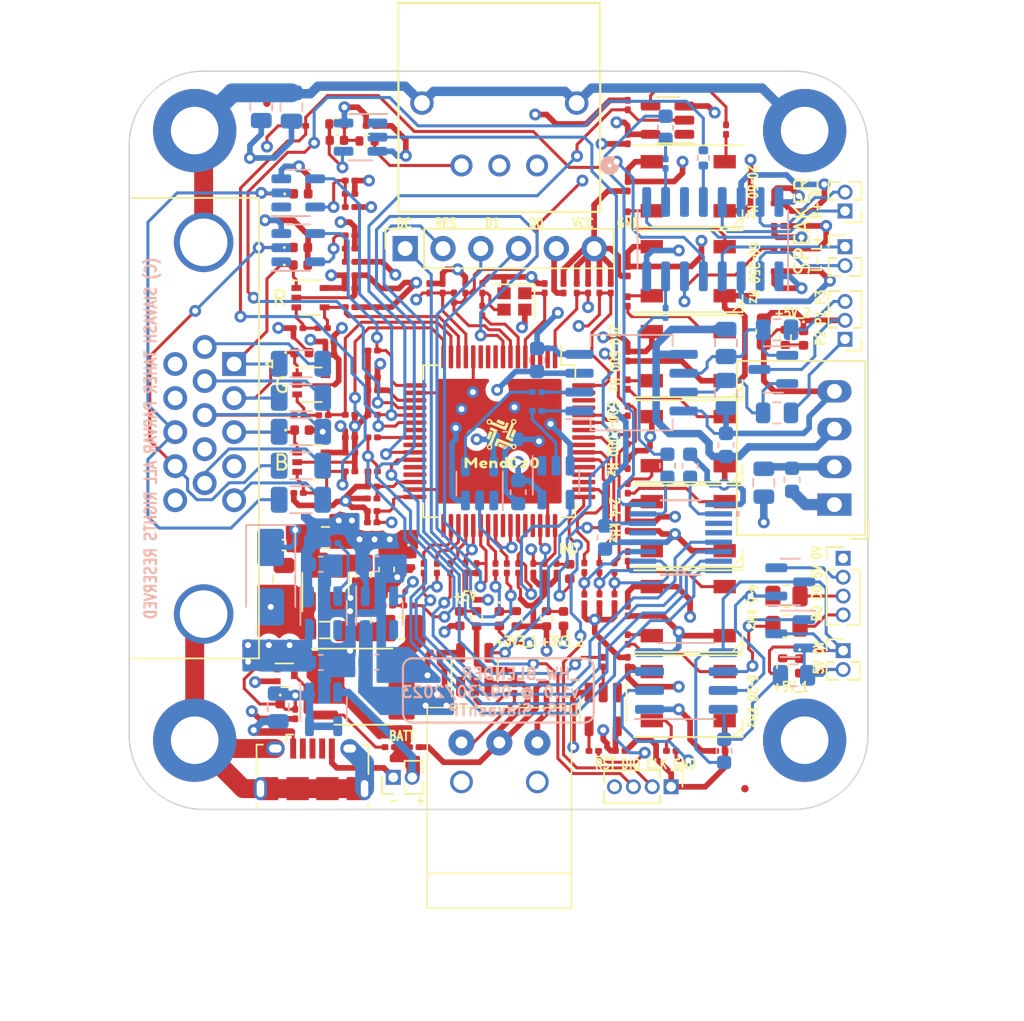
<source format=kicad_pcb>
(kicad_pcb (version 20221018) (generator pcbnew)
  (title_block (title "Blender") (date "2023/09/18") (rev "v1.0") (company "Mend0z0") (comment 1 "v1.0") (comment 2 "RELEASED") (comment 3 "Siavash Taher Parvar") (comment 4 "_HW_Blender.kicad_sch") (comment 5 "_BOM_Blender_v1.0.html") (comment 6 "_GBR_Blender_v1.0") (comment 7 "_ASM_Blender_v1.0") (comment 8 "N/A") (comment 9 "Initial Version"))
  (layers (0 "F.Cu" signal) (1 "In1.Cu" signal) (2 "In2.Cu" signal) (31 "B.Cu" signal) (34 "B.Paste" user) (35 "F.Paste" user) (36 "B.SilkS" user "B.Silkscreen") (37 "F.SilkS" user "F.Silkscreen") (38 "B.Mask" user) (39 "F.Mask" user) (44 "Edge.Cuts" user))
  (net 0 "")
  (net 1 "+5V")
  (net 2 "GND")
  (net 3 "/BLOCK DIAGRAM/1.3\" OLED DRIVER/VCC")
  (net 4 "Net-(C303-Pad1)")
  (net 5 "GND1")
  (net 6 "Net-(U501-VCC)")
  (net 7 "/BLOCK DIAGRAM/ISOLATED_DMX/+5V_2")
  (net 8 "GND2")
  (net 9 "Net-(U502-VCC)")
  (net 10 "Net-(U602-VCC2)")
  (net 11 "Net-(U701-VIN)")
  (net 12 "/BLOCK DIAGRAM/Power Supply/V_USB")
  (net 13 "/BLOCK DIAGRAM/Power Supply/VIN")
  (net 14 "/BLOCK DIAGRAM/MCU/+3V3_1")
  (net 15 "Net-(U802-V_L_OUT)")
  (net 16 "Net-(C801-Pad2)")
  (net 17 "Earth")
  (net 18 "Net-(U802-V_R_OUT)")
  (net 19 "/BLOCK DIAGRAM/MCU/MCU_~{NRST}")
  (net 20 "/BLOCK DIAGRAM/MCU/MCU_OSC_I")
  (net 21 "Net-(C802-Pad2)")
  (net 22 "/BLOCK DIAGRAM/MCU/MCU_VCAP")
  (net 23 "Net-(U802-VCOM)")
  (net 24 "Net-(C1001-Pad2)")
  (net 25 "/BLOCK DIAGRAM/SPEAKER DRIVER/PAM8003_VREF")
  (net 26 "Net-(D601-DOUT)")
  (net 27 "Net-(D601-DIN)")
  (net 28 "Net-(D602-DOUT)")
  (net 29 "Net-(D602-DIN)")
  (net 30 "Net-(D603-DOUT)")
  (net 31 "Net-(D603-DIN)")
  (net 32 "Net-(D604-DOUT)")
  (net 33 "Net-(D604-DIN)")
  (net 34 "Net-(D605-DOUT)")
  (net 35 "Net-(D605-DIN)")
  (net 36 "Net-(D606-DOUT)")
  (net 37 "Net-(D606-DIN)")
  (net 38 "/BLOCK DIAGRAM/ISOLATED WS28xx DRIVER/WS2812_DOUT")
  (net 39 "Net-(D607-DIN)")
  (net 40 "/BLOCK DIAGRAM/ISOLATED VGA INPUT/DB_SIG_RED")
  (net 41 "/BLOCK DIAGRAM/ISOLATED VGA INPUT/DB_SIG_GREEN")
  (net 42 "/BLOCK DIAGRAM/ISOLATED VGA INPUT/DB_SIG_BLUE")
  (net 43 "/BLOCK DIAGRAM/ISOLATED VGA INPUT/DB_HSYNC")
  (net 44 "/BLOCK DIAGRAM/ISOLATED VGA INPUT/DB_VSYNC")
  (net 45 "/BLOCK DIAGRAM/ISOLATED_DMX/MAX22028_B")
  (net 46 "/BLOCK DIAGRAM/ISOLATED_DMX/XLR_PIN2")
  (net 47 "/BLOCK DIAGRAM/ISOLATED_DMX/MAX22028_A")
  (net 48 "/BLOCK DIAGRAM/ISOLATED_DMX/XLR_PIN3")
  (net 49 "/BLOCK DIAGRAM/Power Supply/VSW")
  (net 50 "/BLOCK DIAGRAM/ISOLATED WS28xx DRIVER/+5V_1")
  (net 51 "/BLOCK DIAGRAM/ISOLATED WS28xx DRIVER/WS28xx_DOUT")
  (net 52 "/BLOCK DIAGRAM/ISOLATED WS28xx DRIVER/WS28xx_BO")
  (net 53 "/BLOCK DIAGRAM/1.3\" OLED DRIVER/DC")
  (net 54 "/BLOCK DIAGRAM/1.3\" OLED DRIVER/RES")
  (net 55 "/BLOCK DIAGRAM/1.3\" OLED DRIVER/D1")
  (net 56 "/BLOCK DIAGRAM/1.3\" OLED DRIVER/D0")
  (net 57 "VBUS")
  (net 64 "/BLOCK DIAGRAM/MCU/MCU_SWCLK")
  (net 65 "/BLOCK DIAGRAM/MCU/MCU_SWDIO")
  (net 66 "/BLOCK DIAGRAM/SPEAKER DRIVER/SPKR+")
  (net 67 "/BLOCK DIAGRAM/SPEAKER DRIVER/SPKR-")
  (net 68 "/BLOCK DIAGRAM/SPEAKER DRIVER/SPKL+")
  (net 69 "/BLOCK DIAGRAM/SPEAKER DRIVER/SPKL-")
  (net 74 "Net-(LED301-Pad1)")
  (net 75 "/BLOCK DIAGRAM/MCU/MCU_LED")
  (net 76 "Net-(LED701-Pad2)")
  (net 77 "Net-(LED1001-Pad1)")
  (net 78 "/BLOCK DIAGRAM/TOSLINK RXTX/TOSLINK_OUT")
  (net 79 "/BLOCK DIAGRAM/TOSLINK RXTX/TOSLINK_IN")
  (net 80 "/BLOCK DIAGRAM/MCU/TOSLINK_DATA")
  (net 81 "Net-(LED1002-Pad1)")
  (net 82 "/BLOCK DIAGRAM/ISOLATED WS28xx DRIVER/WS2812_DIN")
  (net 83 "Net-(LED1003-Pad1)")
  (net 84 "Net-(Q1001-G)")
  (net 85 "Net-(U601-Y)")
  (net 86 "/BLOCK DIAGRAM/ISOLATED WS28xx DRIVER/WS28xx_BI")
  (net 87 "Net-(U602-INA)")
  (net 88 "Net-(U402-Y)")
  (net 89 "Net-(U602-OUTA)")
  (net 90 "/BLOCK DIAGRAM/ISOLATED_DMX/DMX_RXD")
  (net 91 "Net-(U602-OUTB)")
  (net 92 "Net-(U603-A)")
  (net 93 "Net-(U603-Y)")
  (net 94 "Net-(U602-INB)")
  (net 95 "/BLOCK DIAGRAM/1.3\" OLED DRIVER/OLED_DC")
  (net 96 "/BLOCK DIAGRAM/1.3\" OLED DRIVER/OLED_RES")
  (net 97 "/BLOCK DIAGRAM/Power Supply/TLV_EN_1")
  (net 98 "/BLOCK DIAGRAM/MCU/EN_PWR")
  (net 99 "/BLOCK DIAGRAM/Power Supply/TLV_EN_2")
  (net 100 "/BLOCK DIAGRAM/ISOLATED VGA INPUT/VID_SIG_HSYNC")
  (net 101 "/BLOCK DIAGRAM/ISOLATED VGA INPUT/VID_SIG_VSYNC")
  (net 102 "Net-(U704-RXD)")
  (net 103 "/BLOCK DIAGRAM/ISOLATED VGA INPUT/VID_SIG_R")
  (net 104 "Net-(U702-A)")
  (net 105 "/BLOCK DIAGRAM/ISOLATED VGA INPUT/VID_SIG_G")
  (net 106 "Net-(U705-Y)")
  (net 107 "/BLOCK DIAGRAM/ISOLATED VGA INPUT/VID_SIG_B")
  (net 108 "/BLOCK DIAGRAM/MCU/MCU_BOOT0")
  (net 109 "/BLOCK DIAGRAM/MCU/MCU_OSC_O")
  (net 110 "/BLOCK DIAGRAM/MCU/PAM8003_~{SHDN}")
  (net 111 "/BLOCK DIAGRAM/MCU/PAM8003_VOLUME")
  (net 112 "Net-(U704-TXD)")
  (net 113 "/BLOCK DIAGRAM/MCU/PCM1754_MUTE")
  (net 114 "Net-(U801-VOLUME)")
  (net 115 "/BLOCK DIAGRAM/MCU/PCM1754_FMT")
  (net 116 "Net-(U802-MUTE)")
  (net 117 "Net-(U802-FMT)")
  (net 118 "/BLOCK DIAGRAM/MCU/PCM1754_DEMP")
  (net 119 "Net-(U801-INL)")
  (net 120 "Net-(U802-DEMP)")
  (net 121 "/BLOCK DIAGRAM/MCU/I2S_WS")
  (net 122 "Net-(U801-INR)")
  (net 123 "/BLOCK DIAGRAM/MCU/I2S_SD")
  (net 124 "Net-(U802-LRCK)")
  (net 125 "/BLOCK DIAGRAM/MCU/I2S_CK")
  (net 126 "Net-(U802-DATA)")
  (net 127 "/BLOCK DIAGRAM/MCU/I2S_MCK")
  (net 128 "Net-(U802-BCK)")
  (net 129 "Net-(U802-SCK)")
  (net 130 "Net-(U1201-IN-)")
  (net 131 "Net-(U1301-IN-)")
  (net 132 "Net-(C401-Pad2)")
  (net 134 "Net-(U1401-IN-)")
  (net 135 "/BLOCK DIAGRAM/ISOLATED_DMX/DMX_TXD")
  (net 170 "/BLOCK DIAGRAM/Power Supply/TPS_VO")
  (net 171 "/BLOCK DIAGRAM/Power Supply/TPS_SW")
  (net 172 "/BLOCK DIAGRAM/Power Supply/TPS_IN")
  (net 174 "Net-(LED601-Pad1)")
  (footprint "Resistor_SMD:R_0402_1005Metric" (layer "F.Cu") (at 144.526 151.003 -90)
    (fp_text reference "R615" hide)
    (fp_text value "470R_1/16W")
  )
  (footprint "Crystal:Crystal_SMD_2016-4Pin_2.0x1.6mm" (layer "F.Cu") (at 126.492 126.492 180)
    (fp_text reference "X301" hide)
    (fp_text value "16MHz/10ppm")
  )
  (footprint "Resistor_SMD:R_0201_0603Metric" (layer "F.Cu") (at 116.967 137.922 180)
    (fp_text reference "R812" hide)
    (fp_text value "4K7R_1/20W")
  )
  (footprint "Resistor_SMD:R_0201_0603Metric" (layer "F.Cu") (at 115.443 120.142 180)
    (fp_text reference "R506" hide)
    (fp_text value "49R9_1/20W")
  )
  (footprint "Resistor_SMD:R_0805_2012Metric" (layer "F.Cu") (at 144.78 146.304)
    (fp_text reference "R611" hide)
    (fp_text value "1KR_1/8W")
  )
  (footprint "Resistor_SMD:R_0201_0603Metric" (layer "F.Cu") (at 112.009 134.142)
    (fp_text reference "R1302" hide)
    (fp_text value "47KR_1/20W")
  )
  (footprint "Connector_Dsub:DSUB-15-HD_Male_Horizontal_P2.29x1.98mm_EdgePinOffset3.03mm_Housed_MountingHolesOffset4.94mm" (layer "F.Cu") (at 107.650331 130.7 -90)
    (fp_text reference "J501" hide)
    (fp_text value "DE-15_MALE_RA")
  )
  (footprint "Capacitor_SMD:C_0201_0603Metric" (layer "F.Cu") (at 115.443 135.636)
    (fp_text reference "C1401" hide)
    (fp_text value "2u2F/6V3")
  )
  (footprint "Diode_SMD:D_0402_1005Metric" (layer "F.Cu") (at 119.38 143.972272 -90)
    (fp_text reference "D1002" hide)
    (fp_text value "GG040205100N2P")
  )
  (footprint "Connector_USB:USB_Micro-B_Amphenol_10118194_Horizontal" (layer "F.Cu") (at 112.919 157.958)
    (fp_text reference "J1002" hide)
    (fp_text value "MICRO B USB_RA")
  )
  (footprint "MountingHole:MountingHole_3.2mm_M3_DIN965_Pad_TopBottom" (layer "F.Cu") (at 146 156)
    (fp_text reference "MH1104" hide)
    (fp_text value "M3")
  )
  (footprint "Capacitor_SMD:C_0201_0603Metric" (layer "F.Cu") (at 115.443 136.652)
    (fp_text reference "C1402" hide)
    (fp_text value "100nF/6V3")
  )
  (footprint "_PCBLIB_Blender:LED_WS2812B_PLCC4_5.0x5.0mm_P3.2mm" (layer "F.Cu") (at 138.176 135.89)
    (fp_text reference "D604" hide)
    (fp_text value "WS2812B")
  )
  (footprint "Connector_PinSocket_2.54mm:PinSocket_1x06_P2.54mm_Vertical" (layer "F.Cu") (at 119.151 122.936 90)
    (fp_text reference "J901" hide)
    (fp_text value "RCPT_6POS_2.54MM_VERT")
  )
  (footprint "Capacitor_SMD:C_0201_0603Metric" (layer "F.Cu") (at 124.333 125.603 90)
    (fp_text reference "C303" hide)
    (fp_text value "12pF/50V")
  )
  (footprint "Resistor_SMD:R_0201_0603Metric" (layer "F.Cu") (at 133.219593 146.492318 -90)
    (fp_text reference "R814" hide)
    (fp_text value "4K7R_1/20W")
  )
  (footprint "Resistor_SMD:R_0201_0603Metric" (layer "F.Cu") (at 123.19 144.435 90)
    (fp_text reference "R901" hide)
    (fp_text value "4K7R_1/20W")
  )
  (footprint "Resistor_SMD:R_0201_0603Metric" (layer "F.Cu") (at 131.194296 146.499445 -90)
    (fp_text reference "R815" hide)
    (fp_text value "4K7R_1/20W")
  )
  (footprint "Resistor_SMD:R_0201_0603Metric" (layer "F.Cu") (at 134.112 143.637 -90)
    (fp_text reference "R607" hide)
    (fp_text value "100R_1/20W")
  )
  (footprint "Capacitor_SMD:C_0201_0603Metric" (layer "F.Cu") (at 144.272 124.46)
    (fp_text reference "C808" hide)
    (fp_text value "2u2F/6V3")
  )
  (footprint "_PCBLIB_Blender:LED_WS2812B_PLCC4_5.0x5.0mm_P3.2mm" (layer "F.Cu") (at 138.176 130.175)
    (fp_text reference "D603" hide)
    (fp_text value "WS2812B")
  )
  (footprint "Capacitor_SMD:C_0201_0603Metric" (layer "F.Cu") (at 115.443 124.729)
    (fp_text reference "C1201" hide)
    (fp_text value "2u2F/6V3")
  )
  (footprint "Connector_PinHeader_1.27mm:PinHeader_1x04_P1.27mm_Vertical" (layer "F.Cu") (at 137.028 159.131 -90)
    (fp_text reference "J301" hide)
    (fp_text value "RCPT_4POS_1.27MM")
  )
  (footprint "Package_QFP:LQFP-64_10x10mm_P0.5mm" (layer "F.Cu") (at 125.476 135.89 -90)
    (fp_text reference "U301" hide)
    (fp_text value "STM32F446RCT6TR")
  )
  (footprint "_PCBLIB_Blender:TOTX1350_TOS" (layer "F.Cu") (at 128.016 117.348)
    (fp_text reference "J402" hide)
    (fp_text value "TOTX1350(F)")
  )
  (footprint "Resistor_SMD:R_0201_0603Metric" (layer "F.Cu") (at 134.112 113.284 90)
    (fp_text reference "R604" hide)
    (fp_text value "10KR_1/20W")
  )
  (footprint "Resistor_SMD:R_0201_0603Metric" (layer "F.Cu") (at 132.207 144.399 -90)
    (fp_text reference "R810" hide)
    (fp_text value "100R_1/20W")
  )
  (footprint "Capacitor_SMD:C_0201_0603Metric" (layer "F.Cu") (at 140.335 156.718)
    (fp_text reference "C609" hide)
    (fp_text value "2u2F/6V3")
  )
  (footprint "Capacitor_SMD:C_0201_0603Metric" (layer "F.Cu") (at 134.112 118.745 -90)
    (fp_text reference "C601" hide)
    (fp_text value "2u2F/6V3")
  )
  (footprint "Capacitor_SMD:C_0201_0603Metric" (layer "F.Cu") (at 120.777 125.603 90)
    (fp_text reference "C306" hide)
    (fp_text value "1uF/6V3")
  )
  (footprint "LED_SMD:LED_0402_1005Metric" (layer "F.Cu") (at 125.476 147.828 -90)
    (fp_text reference "LED1002" hide)
    (fp_text value "AMBER")
  )
  (footprint "Capacitor_SMD:C_0201_0603Metric" (layer "F.Cu") (at 134.112 115.57 -90)
    (fp_text reference "C604" hide)
    (fp_text value "2u2F/6V3")
  )
  (footprint "Resistor_SMD:R_0402_1005Metric" (layer "F.Cu") (at 128.651 147.828 -90)
    (fp_text reference "R1008" hide)
    (fp_text value "470R_1/16W")
  )
  (footprint "Resistor_SMD:R_0201_0603Metric" (layer "F.Cu") (at 122.174 144.435 -90)
    (fp_text reference "R806" hide)
    (fp_text value "100R_1/20W")
  )
  (footprint "Resistor_SMD:R_0201_0603Metric" (layer "F.Cu") (at 132.207 146.492 -90)
    (fp_text reference "R813" hide)
    (fp_text value "4K7R_1/20W")
  )
  (footprint "Connector_PinHeader_1.27mm:PinHeader_1x03_P1.27mm_Vertical" (layer "F.Cu") (at 148.717 129.032 180)
    (fp_text reference "J701" hide)
    (fp_text value "RCPT_3POS_1.27MM")
  )
  (footprint "Capacitor_SMD:C_0402_1005Metric" (layer "F.Cu") (at 114.556 115.655)
    (fp_text reference "C401" hide)
    (fp_text value "680pF_50V")
  )
  (footprint "Capacitor_SMD:C_0201_0603Metric" (layer "F.Cu") (at 130.683 125.603 90)
    (fp_text reference "C305" hide)
    (fp_text value "100nF/6V3")
  )
  (footprint "Resistor_SMD:R_0201_0603Metric" (layer "F.Cu") (at 113.604 128.285)
    (fp_text reference "R1201" hide)
    (fp_text value "47KR_1/20W")
  )
  (footprint "Capacitor_SMD:C_0603_1608Metric" (layer "F.Cu") (at 116.332 144.907 -90)
    (fp_text reference "C1003" hide)
    (fp_text value "10uF/16V")
  )
  (footprint "Diode_SMD:D_0402_1005Metric" (layer "F.Cu") (at 112.202 135.143)
    (fp_text reference "D503" hide)
    (fp_text value "GG040205100N2P")
  )
  (footprint "Resistor_SMD:R_0201_0603Metric" (layer "F.Cu") (at 121.285 144.435 -90)
    (fp_text reference "R804" hide)
    (fp_text value "100R_1/20W")
  )
  (footprint "Resistor_SMD:R_0201_0603Metric" (layer "F.Cu") (at 125.222 144.435 -90)
    (fp_text reference "R903" hide)
    (fp_text value "100R_1/20W")
  )
  (footprint "Resistor_SMD:R_0201_0603Metric" (layer "F.Cu") (at 134.112 135.763 -90)
    (fp_text reference "R404" hide)
    (fp_text value "10KR_1/20W")
  )
  (footprint "Resistor_SMD:R_0201_0603Metric" (layer "F.Cu") (at 134.112 139.065 -90)
    (fp_text reference "R606" hide)
    (fp_text value "100R_1/20W")
  )
  (footprint "LED_SMD:LED_0402_1005Metric" (layer "F.Cu") (at 145.669 151.003 -90)
    (fp_text reference "LED601" hide)
    (fp_text value "GREEN")
  )
  (footprint "Converter_DCDC:Converter_DCDC_RECOM_R-78S-0.1_THT" (layer "F.Cu") (at 148.0035 140.1555 90)
    (fp_text reference "U701" hide)
    (fp_text value "1S4E_0505S1.5U")
  )
  (footprint "Resistor_SMD:R_0201_0603Metric" (layer "F.Cu") (at 112.141 114.681)
    (fp_text reference "R801" hide)
    (fp_text value "10KR_1/20W")
  )
  (footprint "Capacitor_SMD:C_0201_0603Metric" (layer "F.Cu") (at 114.041 129.189)
    (fp_text reference "C1301" hide)
    (fp_text value "2u2F/6V3")
  )
  (footprint "Capacitor_SMD:C_0201_0603Metric" (layer "F.Cu") (at 134.112 147.32 -90)
    (fp_text reference "C607" hide)
    (fp_text value "2u2F/6V3")
  )
  (footprint "Connector_PinHeader_1.27mm:PinHeader_1x02_P1.27mm_Vertical" (layer "F.Cu") (at 118.349 158.496 90)
    (fp_text reference "J1001" hide)
    (fp_text value "MHDR_2POS_1.27MM_VERT")
  )
  (footprint "Connector_PinHeader_1.27mm:PinHeader_1x02_P1.27mm_Vertical" (layer "F.Cu") (at 148.717 122.809)
    (fp_text reference "J802" hide)
    (fp_text value "MHDR_2POS_1.27MM_VERT")
  )
  (footprint "Capacitor_SMD:C_0201_0603Metric" (layer "F.Cu") (at 116.967 131.572 180)
    (fp_text reference "C310" hide)
    (fp_text value "1uF/6V3")
  )
  (footprint "Resistor_SMD:R_0201_0603Metric" (layer "F.Cu") (at 115.443 123.825 180)
    (fp_text reference "R509" hide)
    (fp_text value "49R9_1/20W")
  )
  (footprint "Capacitor_SMD:C_0201_0603Metric" (layer "F.Cu") (at 116.967 132.461 180)
    (fp_text reference "C311" hide)
    (fp_text value "100nF/6V3")
  )
  (footprint "Capacitor_SMD:C_0201_0603Metric" (layer "F.Cu") (at 115.443 118.364)
    (fp_text reference "C502" hide)
    (fp_text value "100nF/6V3")
  )
  (footprint "Capacitor_SMD:C_0201_0603Metric" (layer "F.Cu") (at 115.443 119.253)
    (fp_text reference "C501" hide)
    (fp_text value "2u2F/6V3")
  )
  (footprint "Connector_PinHeader_1.27mm:PinHeader_1x04_P1.27mm_Vertical" (layer "F.Cu") (at 148.59 143.764)
    (fp_text reference "J602" hide)
    (fp_text value "RCPT_4POS_1.27MM")
  )
  (footprint "Package_TO_SOT_SMD:SOT-723" (layer "F.Cu") (at 111.125 151.638)
    (fp_text reference "Q1002" hide)
    (fp_text value "RN1130MFV,L3F")
  )
  (footprint "Capacitor_SMD:C_0201_0603Metric" (layer "F.Cu") (at 121.158 150.114 180)
    (fp_text reference "C403" hide)
    (fp_text value "100nF/6V3")
  )
  (footprint "Resistor_SMD:R_0201_0603Metric" (layer "F.Cu") (at 123.952 144.435 90)
    (fp_text reference "R902" hide)
    (fp_text value "4K7R_1/20W")
  )
  (footprint "Resistor_SMD:R_0201_0603Metric" (layer "F.Cu") (at 111.953 128.285)
    (fp_text reference "R1202" hide)
    (fp_text value "47KR_1/20W")
  )
  (footprint "Capacitor_SMD:C_0201_0603Metric" (layer "F.Cu") (at 116.931 141.351 180)
    (fp_text reference "C312" hide)
    (fp_text value "1uF/6V3")
  )
  (footprint "Resistor_SMD:R_0201_0603Metric" (layer "F.Cu") (at 117.983 146.939 180)
    (fp_text reference "R1007" hide)
    (fp_text value "10KR_1/20W")
  )
  (footprint "Resistor_SMD:R_0201_0603Metric" (layer "F.Cu") (at 113.66 134.142)
    (fp_text reference "R1301" hide)
    (fp_text value "47KR_1/20W")
  )
  (footprint "Resistor_SMD:R_0201_0603Metric" (layer "F.Cu") (at 111.984 139.369509)
    (fp_text reference "R1402" hide)
    (fp_text value "47KR_1/20W")
  )
  (footprint "Resistor_SMD:R_0201_0603Metric" (layer "F.Cu") (at 116.967 134.112 180)
    (fp_text reference "R504" hide)
    (fp_text value "10KR_1/20W")
  )
  (footprint "Capacitor_SMD:C_0201_0603Metric" (layer "F.Cu") (at 115.443 125.618)
    (fp_text reference "C1202" hide)
    (fp_text value "100nF/6V3")
  )
  (footprint "Diode_SMD:D_0402_1005Metric" (layer "F.Cu") (at 112.118022 122.862923)
    (fp_text reference "D505" hide)
    (fp_text value "GG040205100N2P")
  )
  (footprint "Capacitor_SMD:C_0201_0603Metric" (layer "F.Cu") (at 144.272 119.888)
    (fp_text reference "C805" hide)
    (fp_text value "2u2F/6V3")
  )
  (footprint "Resistor_SMD:R_0201_0603Metric" (layer "F.Cu") (at 131.191 144.399 -90)
    (fp_text reference "R808" hide)
    (fp_text value "100R_1/20W")
  )
  (footprint "Resistor_SMD:R_0402_1005Metric" (layer "F.Cu") (at 114.554 114.554)
    (fp_text reference "R401" hide)
    (fp_text value "330R_1/16W")
  )
  (footprint "Diode_SMD:D_0402_1005Metric" (layer "F.Cu") (at 112.202 129.936)
    (fp_text reference "D502" hide)
    (fp_text value "GG040205100N2P")
  )
  (footprint "Resistor_SMD:R_0201_0603Metric" (layer "F.Cu") (at 119.38 146.939 180)
    (fp_text reference "R1006" hide)
    (fp_text value "100R_1/20W")
  )
  (footprint "LED_SMD:LED_0402_1005Metric" (layer "F.Cu") (at 130.212 144.653 -90)
    (fp_text reference "LED301" hide)
    (fp_text value "RED")
  )
  (footprint "Capacitor_SMD:C_0201_0603Metric" (layer "F.Cu") (at 116.933481 138.938 180)
    (fp_text reference "C309" hide)
    (fp_text value "2u2F/6V3")
  )
  (footprint "Capacitor_SMD:C_0603_1608Metric" (layer "F.Cu") (at 116.332 147.955 90)
    (fp_text reference "C1002" hide)
    (fp_text value "10uF/16V")
  )
  (footprint "Capacitor_SMD:C_0201_0603Metric" (layer "F.Cu") (at 128.524 125.603 90)
    (fp_text reference "C302" hide)
    (fp_text value "12pF/50V")
  )
  (footprint "Diode_SMD:D_0402_1005Metric" (layer "F.Cu") (at 110.744 154.051 -90)
    (fp_text reference "D1003" hide)
    (fp_text value "GG040205100N2P")
  )
  (footprint "_PCBLIB_Blender:LED_WS2812B_PLCC4_5.0x5.0mm_P3.2mm" (layer "F.Cu") (at 138.176 141.605)
    (fp_text reference "D605" hide)
    (fp_text value "WS2812B")
  )
  (footprint "Resistor_SMD:R_0201_0603Metric" (layer "F.Cu") (at 120.396 144.435 -90)
    (fp_text reference "R803" hide)
    (fp_text value "100R_1/20W")
  )
  (footprint "Package_TO_SOT_SMD:SOT-353_SC-70-5" (layer "F.Cu") (at 112.837 132.095)
    (fp_text reference "U1301" hide)
    (fp_text value "MIC920YC5-TR")
  )
  (footprint "Resistor_SMD:R_0201_0603Metric" (layer "F.Cu") (at 131.826 156.7235)
    (fp_text reference "R614" hide)
    (fp_text value "100R_1/20W")
  )
  (footprint "Resistor_SMD:R_0402_1005Metric" (layer "F.Cu") (at 144.702 128.905 -90)
    (fp_text reference "R701" hide)
    (fp_text value "470R_1/16W")
  )
  (footprint "Capacitor_SMD:C_0603_1608Metric" (layer "F.Cu") (at 143.256 128.524 90)
    (fp_text reference "C702" hide)
    (fp_text value "10uF/16V")
  )
  (footprint "Resistor_SMD:R_0805_2012Metric" (layer "F.Cu") (at 110.998 145.161 -90)
    (fp_text reference "R1001" hide)
    (fp_text value "4R7_1/4W")
  )
  (footprint "Capacitor_SMD:C_0201_0603Metric" (layer "F.Cu") (at 119.761 156.464)
    (fp_text reference "C1006" hide)
    (fp_text value "1uF/6V3")
  )
  (footprint "Package_TO_SOT_SMD:SOT-353_SC-70-5" (layer "F.Cu") (at 112.776 126.238)
    (fp_text reference "U1201" hide)
    (fp_text value "MIC920YC5-TR")
  )
  (footprint "Capacitor_SMD:C_0201_0603Metric" (layer "F.Cu") (at 128.651 152.527 90)
    (fp_text reference "C402" hide)
    (fp_text value "100nF/6V3")
  )
  (footprint "Capacitor_SMD:C_0201_0603Metric" (layer "F.Cu") (at 144.272 121.412)
    (fp_text reference "C806" hide)
    (fp_text value "2u2F/6V3")
  )
  (footprint "Capacitor_SMD:C_0201_0603Metric" (layer "F.Cu") (at 114.041 130.078)
    (fp_text reference "C1302" hide)
    (fp_text value "100nF/6V3")
  )
  (footprint "Resistor_SMD:R_0402_1005Metric" (layer "F.Cu") (at 123.952 147.828 -90)
    (fp_text reference "R1003" hide)
    (fp_text value "470R_1/16W")
  )
  (footprint "Resistor_SMD:R_0201_0603Metric" (layer "F.Cu") (at 134.112 149.225 -90)
    (fp_text reference "R608" hide)
    (fp_text value "100R_1/20W")
  )
  (footprint "Resistor_SMD:R_0402_1005Metric" (layer "F.Cu") (at 126.619 147.828 -90)
    (fp_text reference "R1005" hide)
    (fp_text value "470R_1/16W")
  )
  (footprint "Diode_SMD:D_0402_1005Metric" (layer "F.Cu") (at 112.112 124.04)
    (fp_text reference "D501" hide)
    (fp_text value "GG040205100N2P")
  )
  (footprint "Package_TO_SOT_SMD:SOT-23-5" (layer "F.Cu") (at 132.461 153.9295 -90)
    (fp_text reference "U603" hide)
    (fp_text value "SN74LVC1G17DBVR")
  )
  (footprint "Fuse:Fuse_0805_2012Metric" (layer "F.Cu") (at 113.792 142.367)
    (fp_text reference "RV1001" hide)
    (fp_text value "PTC_500mA")
  )
  (footprint "MountingHole:MountingHole_3.2mm_M3_DIN965_Pad_TopBottom" (layer "F.Cu") (at 105 115)
    (fp_text reference "MH1101" hide)
    (fp_text value "M3")
  )
  (footprint "Capacitor_SMD:C_0201_0603Metric" (layer "F.Cu") (at 144.272 122.936)
    (fp_text reference "C807" hide)
    (fp_text value "1uF/6V3")
  )
  (footprint "Resistor_SMD:R_0201_0603Metric" (layer "F.Cu") (at 134.112 126.492 -90)
    (fp_text reference "R603" hide)
    (fp_text value "100R_1/20W")
  )
  (footprint "Package_TO_SOT_SMD:SOT-23-5" (layer "F.Cu") (at 113.792 145.542 90)
    (fp_text reference "U1001" hide)
    (fp_text value "TPS613222ADBVR")
  )
  (footprint "Resistor_SMD:R_0201_0603Metric" (layer "F.Cu") (at 126.492 152.527 90)
    (fp_text reference "R403" hide)
    (fp_text value "4K7R_1/20W")
  )
  (footprint "Resistor_SMD:R_0805_2012Metric" (layer "F.Cu") (at 144.78 148.336)
    (fp_text reference "R612" hide)
    (fp_text value "1KR_1/8W")
  )
  (footprint "Capacitor_SMD:C_0201_0603Metric" (layer "F.Cu") (at 121.666 125.603 90)
    (fp_text reference "C307" hide)
    (fp_text value "100nF/6V3")
  )
  (footprint "Resistor_SMD:R_0201_0603Metric" (layer "F.Cu") (at 137.033 156.718)
    (fp_text reference "R610" hide)
    (fp_text value "100R_1/20W")
  )
  (footprint "Resistor_SMD:R_0201_0603Metric" (layer "F.Cu") (at 124.333 127.127 90)
    (fp_text reference "R303" hide)
    (fp_text value "49R9_1/20W")
  )
  (footprint "LED_SMD:LED_0402_1005Metric" (layer "F.Cu") (at 122.816678 147.824089 -90)
    (fp_text reference "LED1001" hide)
    (fp_text value "GREEN")
  )
  (footprint "_PCBLIB_Blender:PLR237T10BK" (layer "F.Cu") (at 130.332235 167.305 180)
    (fp_text reference "J401" hide)
    (fp_text value "PLR237/T10BK")
  )
  (footprint "Capacitor_SMD:C_0201_0603Metric" (layer "F.Cu") (at 134.112 137.414 -90)
    (fp_text reference "C605" hide)
    (fp_text value "2u2F/6V3")
  )
  (footprint "Fuse:Fuse_0805_2012Metric" (layer "F.Cu") (at 118.872 148.463 180)
    (fp_text reference "F1001" hide)
    (fp_text value "0ZCK0100FF2E")
  )
  (footprint "Resistor_SMD:R_0402_1005Metric" (layer "F.Cu") (at 116.586 115.697)
    (fp_text reference "R402" hide)
    (fp_text value "100R_1/10W")
  )
  (footprint "LED_SMD:LED_0402_1005Metric" (layer "F.Cu") (at 145.923 128.956 -90)
    (fp_text reference "LED701" hide)
    (fp_text value "GREEN")
  )
  (footprint "Capacitor_SMD:C_0201_0603Metric" (layer "F.Cu") (at 111.76 154.244 -90)
    (fp_text reference "C1005" hide)
    (fp_text value "1uF/6V3")
  )
  (footprint "MountingHole:MountingHole_3.2mm_M3_DIN965_Pad_TopBottom" (layer "F.Cu") (at 146 115)
    (fp_text reference "MH1102" hide)
    (fp_text value "M3")
  )
  (footprint "Capacitor_SMD:C_0201_0603Metric" (layer "F.Cu") (at 132.969 125.603 90)
    (fp_text reference "C317" hide)
    (fp_text value "100nF/6V3")
  )
  (footprint "Inductor_SMD:L_0805_2012Metric" (layer "F.Cu") (at 113.792 148.59 180)
    (fp_text reference "L1001" hide)
    (fp_text value "2u2H_2A")
  )
  (footprint "Package_TO_SOT_SMD:SOT-353_SC-70-5" (layer "F.Cu") (at 112.837 137.302)
    (fp_text reference "U1401" hide)
    (fp_text value "MIC920YC5-TR")
  )
  (footprint "Capacitor_SMD:C_0201_0603Metric" (layer "F.Cu") (at 128.524 144.435 -90)
    (fp_text reference "C315" hide)
    (fp_text value "100nF/6V3")
  )
  (footprint "_PCBLIB_Blender:LED_WS2812B_PLCC4_5.0x5.0mm_P3.2mm" (layer "F.Cu") (at 138.176 118.745)
    (fp_text reference "D601" hide)
    (fp_text value "WS2812B")
  )
  (footprint "Fiducial:Fiducial_0.5mm_Mask1mm" (layer "F.Cu") (at 141.986 159.258)
    (fp_text reference "FD1102" hide)
    (fp_text value "~")
  )
  (footprint "Capacitor_SMD:C_0201_0603Metric" (layer "F.Cu") (at 127.762 144.435 -90)
    (fp_text reference "C314" hide)
    (fp_text value "1uF/6V3")
  )
  (footprint "Capacitor_SMD:C_0201_0603Metric" (layer "F.Cu") (at 134.112 150.749 90)
    (fp_text reference "C608" hide)
    (fp_text value "2u2F/6V3")
  )
  (footprint "Resistor_SMD:R_0201_0603Metric" (layer "F.Cu") (at 134.112 132.08 -90)
    (fp_text reference "R605" hide)
    (fp_text value "100R_1/20W")
  )
  (footprint "Resistor_SMD:R_0201_0603Metric" (layer "F.Cu") (at 115.443 126.873)
    (fp_text reference "R1203" hide)
    (fp_text value "10KR_1/20W")
  )
  (footprint "Capacitor_SMD:C_0201_0603Metric" (layer "F.Cu") (at 134.112 130.175 -90)
    (fp_text reference "C603" hide)
    (fp_text value "2u2F/6V3")
  )
  (footprint "Resistor_SMD:R_0201_0603Metric" (layer "F.Cu") (at 134.112 120.777 -90)
    (fp_text reference "R602" hide)
    (fp_text value "100R_1/20W")
  )
  (footprint "Capacitor_SMD:C_0201_0603Metric" (layer "F.Cu") (at 133.604 156.718)
    (fp_text reference "C611" hide)
    (fp_text value "2u2F/6V3")
  )
  (footprint "_PCBLIB_Blender:LED_WS2812B_PLCC4_5.0x5.0mm_P3.2mm" (layer "F.Cu") (at 138.176 153.035)
    (fp_text reference "D607" hide)
    (fp_text value "WS2812B")
  )
  (footprint "Resistor_SMD:R_0201_0603Metric" (layer "F.Cu") (at 140.716 114.935 -90)
    (fp_text reference "R601" hide)
    (fp_text value "100R_1/20W")
  )
  (footprint "Capacitor_SMD:C_0201_0603Metric" (layer "F.Cu") (at 131.445 125.603 90)
    (fp_text reference "C304" hide)
    (fp_text value "1uF/6V3")
  )
  (footprint "Resistor_SMD:R_0201_0603Metric" (layer "F.Cu") (at 118.11 156.464 180)
    (fp_text reference "R1002" hide)
    (fp_text value "4K7R_1/20W")
  )
  (footprint "Diode_SMD:D_0402_1005Metric" (layer "F.Cu") (at 112.141 119.253)
    (fp_text reference "D504" hide)
    (fp_text value "GG040205100N2P")
  )
  (footprint "Resistor_SMD:R_0201_0603Metric" (layer "F.Cu") (at 113.548697 139.368025)
    (fp_text reference "R1401" hide)
    (fp_text value "47KR_1/20W")
  )
  (footprint "_PCBLIB_Blender:Mend0z0_Logo" (layer "F.Cu") (at 123.062558 134.308546)
    (fp_text reference "TXT1101" hide)
    (fp_text value "~")
  )
  (footprint "Capacitor_SMD:C_0201_0603Metric" (layer "F.Cu") (at 132.207 125.603 90)
    (fp_text reference "C316" hide)
    (fp_text value "1uF/6V3")
  )
  (footprint "_PCBLIB_Blender:LED_WS2812B_PLCC4_5.0x5.0mm_P3.2mm" (layer "F.Cu") (at 138.176 147.32)
    (fp_text reference "D606" hide)
    (fp_text value "WS2812B")
  )
  (footprint "MountingHole:MountingHole_3.2mm_M3_DIN965_Pad_TopBottom" (layer "F.Cu") (at 105 156)
    (fp_text reference "MH1103" hide)
    (fp_text value "M3")
  )
  (footprint "Resistor_SMD:R_0201_0603Metric" (layer "F.Cu") (at 129.323 144.435 -90)
    (fp_text reference "R304" hide)
    (fp_text value "100R_1/20W")
  )
  (footprint "LED_SMD:LED_0402_1005Metric" (layer "F.Cu") (at 129.794 147.828 -90)
    (fp_text reference "LED1003" hide)
    (fp_text value "AMBER")
  )
  (footprint "Resistor_SMD:R_0201_0603Metric" (layer "F.Cu") (at 115.443 137.922)
    (fp_text reference "R1403" hide)
    (fp_text value "10KR_1/20W")
  )
  (footprint "Capacitor_SMD:C_0201_0603Metric" (layer "F.Cu") (at 116.931 139.744527 180)
    (fp_text reference "C308" hide)
    (fp_text value "2u2F/6V3")
  )
  (footprint "Capacitor_SMD:C_0201_0603Metric" (layer "F.Cu") (at 116.84 114.681)
    (fp_text reference "C404" hide)
    (fp_text value "100nF/6V3")
  )
  (footprint "Capacitor_SMD:C_0201_0603Metric" (layer "F.Cu") (at 115.443 122.936)
    (fp_text reference "C503" hide)
    (fp_text value "2u2F/6V3")
  )
  (footprint "Resistor_SMD:R_0201_0603Metric" (layer "F.Cu") (at 132.461 150.749 -90)
    (fp_text reference "R613" hide)
    (fp_text value "100R_1/20W")
  )
  (footprint "Package_TO_SOT_SMD:SOT-23-5" (layer "F.Cu") (at 123.825 151.257 90)
    (fp_text reference "U401" hide)
    (fp_text value "SN74LVC1G17DBVR")
  )
  (footprint "Resistor_SMD:R_0201_0603Metric" (layer "F.Cu") (at 126.746 144.435 -90)
    (fp_text reference "R702" hide)
    (fp_text value "10KR_1/20W")
  )
  (footprint "Package_SO:SO-8_3.9x4.9mm_P1.27mm" (layer "F.Cu") (at 116.332 152.4)
    (fp_text reference "Q1001" hide)
    (fp_text value "SI4455DY-T1-GE3")
  )
  (footprint "Capacitor_SMD:C_0402_1005Metric" (layer "F.Cu") (at 110.998 142.875 180)
    (fp_text reference "C1001" hide)
    (fp_text value "680pF_50V")
  )
  (footprint "Resistor_SMD:R_0201_0603Metric" (layer "F.Cu") (at 134.112 133.858 -90)
    (fp_text reference "R302" hide)
    (fp_text value "10KR_1/20W")
  )
  (footprint "Capacitor_SMD:C_0201_0603Metric" (layer "F.Cu") (at 134.112 141.605 -90)
    (fp_text reference "C606" hide)
    (fp_text value "2u2F/6V3")
  )
  (footprint "Resistor_SMD:R_0201_0603Metric" (layer "F.Cu") (at 125.984 144.435 -90)
    (fp_text reference "R904" hide)
    (fp_text value "100R_1/20W")
  )
  (footprint "Resistor_SMD:R_0201_0603Metric" (layer "F.Cu") (at 133.223 144.399 -90)
    (fp_text reference "R809" hide)
    (fp_text value "100R_1/20W")
  )
  (footprint "Capacitor_SMD:C_0201_0603Metric" (layer "F.Cu") (at 123.19 125.603 90)
    (fp_text reference "C301" hide)
    (fp_text value "1uF/6V3")
  )
  (footprint "Connector_PinHeader_1.27mm:PinHeader_1x02_P1.27mm_Vertical" (layer "F.Cu") (at 148.59 149.972)
    (fp_text reference "J601" hide)
    (fp_text value "MHDR_2POS_1.27MM_VERT")
  )
  (footprint "Resistor_SMD:R_0201_0603Metric" (layer "F.Cu") (at 116.967 129.794 180)
    (fp_text reference "R507" hide)
    (fp_text value "10KR_1/20W")
  )
  (footprint "Capacitor_SMD:C_0201_0603Metric" (layer "F.Cu") (at 115.443 122.047)
    (fp_text reference "C504" hide)
    (fp_text value "100nF/6V3")
  )
  (footprint "Capacitor_SMD:C_0201_0603Metric" (layer "F.Cu") (at 129.794 125.603 90)
    (fp_text reference "C901" hide)
    (fp_text value "1uF/6V3")
  )
  (footprint "Capacitor_SMD:C_0603_1608Metric" (layer "F.Cu") (at 117.898403 144.51986 -90)
    (fp_text reference "C1004" hide)
    (fp_text value "10uF/16V")
  )
  (footprint "Connector_PinHeader_1.27mm:PinHeader_1x02_P1.27mm_Vertical" (layer "F.Cu") (at 148.717 120.411 180)
    (fp_text reference "J801" hide)
    (fp_text value "MHDR_2POS_1.27MM_VERT")
  )
  (footprint "_PCBLIB_Blender:LED_WS2812B_PLCC4_5.0x5.0mm_P3.2mm" (layer "F.Cu") (at 138.176 124.46)
    (fp_text reference "D602" hide)
    (fp_text value "WS2812B")
  )
  (footprint "Fiducial:Fiducial_0.5mm_Mask1mm" (layer "F.Cu") (at 109.855 113.157)
    (fp_text reference "FD1101" hide)
    (fp_text value "~")
  )
  (footprint "Capacitor_SMD:C_0201_0603Metric" (layer "F.Cu") (at 134.112 124.46 -90)
    (fp_text reference "C602" hide)
    (fp_text value "2u2F/6V3")
  )
  (footprint "Resistor_SMD:R_0201_0603Metric" (layer "F.Cu") (at 115.443 134.112)
    (fp_text reference "R1303" hide)
    (fp_text value "10KR_1/20W")
  )
  (footprint "Capacitor_SMD:C_0201_0603Metric" (layer "F.Cu") (at 116.931 140.589 180)
    (fp_text reference "C313" hide)
    (fp_text value "100nF/6V3")
  )
  (footprint "Package_TO_SOT_SMD:SOT-23-5" (layer "F.Cu") (at 136.779 114.3 180)
    (fp_text reference "U601" hide)
    (fp_text value "SN74LVC1G17DBVR")
  )
  (footprint "Resistor_SMD:R_0201_0603Metric" (layer "F.Cu") (at 116.967 135.636 180)
    (fp_text reference "R811" hide)
    (fp_text value "100R_1/20W")
  )
  (footprint "Resistor_SMD:R_0201_0603Metric" (layer "F.Cu") (at 122.428 126.238 -90)
    (fp_text reference "R301" hide)
    (fp_text value "10KR_1/20W")
  )
  (footprint "Resistor_SMD:R_0402_1005Metric" (layer "B.Cu") (at 139.192 116.84 -90)
    (fp_text reference "R802" hide)
    (fp_text value "100R_1/10W")
  )
  (footprint "Package_TO_SOT_SMD:SOT-23-5" (layer "B.Cu") (at 129.286 138.684 -90)
    (fp_text reference "U702" hide)
    (fp_text value "SN74LVC1G17DBVR")
  )
  (footprint "Package_TO_SOT_SMD:SOT-23" (layer "B.Cu") (at 143.891 131.064 180)
    (fp_text reference "U703" hide)
    (fp_text value "CDSOT23-SM712")
  )
  (footprint "Capacitor_SMD:C_0603_1608Metric" (layer "B.Cu") (at 136.779 137.541 90)
    (fp_text reference "C801" hide)
    (fp_text value "10uF/16V")
  )
  (footprint "Resistor_SMD:R_0201_0603Metric" (layer "B.Cu") (at 136.652 117.221 -90)
    (fp_text reference "R807" hide)
    (fp_text value "100R_1/20W")
  )
  (footprint "Capacitor_SMD:C_0603_1608Metric" (layer "B.Cu") (at 117.221 144.145)
    (fp_text reference "C1009" hide)
    (fp_text value "10uF/16V")
  )
  (footprint "Resistor_SMD:R_1206_3216Metric" (layer "B.Cu") (at 112.141 130.683)
    (fp_text reference "R501" hide)
    (fp_text value "75R_2W")
  )
  (footprint "Diode_SMD:D_SMA" (layer "B.Cu") (at 110.109 145.034 -90)
    (fp_text reference "D1001" hide)
    (fp_text value "SK510A-LTP")
  )
  (footprint "Resistor_SMD:R_0201_0603Metric" (layer "B.Cu") (at 114.3 142.748)
    (fp_text reference "R1004" hide)
    (fp_text value "10KR_1/20W")
  )
  (footprint "Capacitor_SMD:C_0603_1608Metric" (layer "B.Cu") (at 140.589 156.718 -90)
    (fp_text reference "C610" hide)
    (fp_text value "10uF/16V")
  )
  (footprint "Resistor_SMD:R_0805_2012Metric" (layer "B.Cu") (at 140.716 129.286 -90)
    (fp_text reference "R706" hide)
    (fp_text value "680R_1/8W")
  )
  (footprint "Resistor_SMD:R_0201_0603Metric" (layer "B.Cu") (at 128.016 133.858 180)
    (fp_text reference "R704" hide)
    (fp_text value "100R_1/20W")
  )
  (footprint "Capacitor_SMD:C_0603_1608Metric" (layer "B.Cu") (at 113.477 144.165)
    (fp_text reference "C1007" hide)
    (fp_text value "10uF/16V")
  )
  (footprint "Fuse:Fuse_0805_2012Metric" (layer "B.Cu") (at 144.145 128.397)
    (fp_text reference "F703" hide)
    (fp_text value "0805L010/24YR")
  )
  (footprint "Capacitor_SMD:C_0603_1608Metric" (layer "B.Cu") (at 117.221 150.749)
    (fp_text reference "C1010" hide)
    (fp_text value "10uF/16V")
  )
  (footprint "Resistor_SMD:R_1206_3216Metric" (layer "B.Cu") (at 112.141 132.969)
    (fp_text reference "R502" hide)
    (fp_text value "75R_2W")
  )
  (footprint "Package_TO_SOT_SMD:SOT-23-5" (layer "B.Cu") (at 113.665 153.924 -90)
    (fp_text reference "U1003" hide)
    (fp_text value "MCP73811T-420I/OT")
  )
  (footprint "Capacitor_SMD:C_0603_1608Metric" (layer "B.Cu") (at 138.303 137.541 90)
    (fp_text reference "C804" hide)
    (fp_text value "10uF/16V")
  )
  (footprint "Package_TO_SOT_SMD:SOT-23" (layer "B.Cu") (at 145.034 148.844 180)
    (fp_text reference "U605" hide)
    (fp_text value "DLPT05A-7")
  )
  (footprint "Capacitor_SMD:C_0603_1608Metric" (layer "B.Cu") (at 113.477 150.769)
    (fp_text reference "C1008" hide)
    (fp_text value "10uF/16V")
  )
  (footprint "Capacitor_SMD:C_0603_1608Metric" (layer "B.Cu") (at 132.588 142.367 -90)
    (fp_text reference "C803" hide)
    (fp_text value "10uF/16V")
  )
  (footprint "Capacitor_SMD:C_0805_2012Metric" (layer "B.Cu") (at 111.506 113.411 -90)
    (fp_text reference "C1101" hide)
    (fp_text value "1nF_500V")
  )
  (footprint "Resistor_SMD:R_0201_0603Metric" (layer "B.Cu") (at 128.016 132.588)
    (fp_text reference "R705" hide)
    (fp_text value "100R_1/20W")
  )
  (footprint "Package_TO_SOT_SMD:SOT-23-5" (layer "B.Cu") (at 111.9585 119.192)
    (fp_text reference "U501" hide)
    (fp_text value "SN74LVC1G17DBVR")
  )
  (footprint "Package_SO:SOP-16_3.9x9.9mm_P1.27mm" (layer "B.Cu") (at 139.827 122.301 90)
    (fp_text reference "U801" hide)
    (fp_text value "PAM8003DR")
  )
  (footprint "Resistor_SMD:R_0805_2012Metric" (layer "B.Cu") (at 145.288 151.638 180)
    (fp_text reference "R609" hide)
    (fp_text value "100R_1/8W")
  )
  (footprint "Resistor_SMD:R_0201_0603Metric" (layer "B.Cu") (at 136.652 127.254 90)
    (fp_text reference "R805" hide)
    (fp_text value "100R_1/20W")
  )
  (footprint "Package_TO_SOT_SMD:SOT-23-5" (layer "B.Cu") (at 113.665 147.447 -90)
    (fp_text reference "U1002" hide)
    (fp_text value "TLV74033PDBVR")
  )
  (footprint "_PCBLIB_Blender:DBQ16" (layer "B.Cu") (at 137.668 142.367)
    (fp_text reference "U802" hide)
    (fp_text value "PCM1754DBQR")
  )
  (footprint "Fuse:Fuse_0805_2012Metric" (layer "B.Cu") (at 110.617 153.797 90)
    (fp_text reference "RV1002" hide)
    (fp_text value "PTC_500mA")
  )
  (footprint "Package_TO_SOT_SMD:SOT-23-5" (layer "B.Cu") (at 116.144 115.443 180)
    (fp_text reference "U402" hide)
    (fp_text value "SN74LVC1G17DBVR")
  )
  (footprint "Package_SO:SOIC-8_3.9x4.9mm_P1.27mm" (layer "B.Cu") (at 138.049 152.019)
    (fp_text reference "U602" hide)
    (fp_text value "ISO7720FDR")
  )
  (footprint "Capacitor_SMD:C_0603_1608Metric" (layer "B.Cu") (at 136.652 114.808 -90)
    (fp_text reference "C802" hide)
    (fp_text value "10uF/16V")
  )
  (footprint "Resistor_SMD:R_0805_2012Metric" (layer "B.Cu") (at 109.474 113.411 -90)
    (fp_text reference "R1101" hide)
    (fp_text value "1MR_1/2W")
  )
  (footprint "Package_TO_SOT_SMD:SOT-23" (layer "B.Cu") (at 145.034 145.354)
    (fp_text reference "U604" hide)
    (fp_text value "DLPT05A-7")
  )
  (footprint "Package_TO_SOT_SMD:SOT-23-5" (layer "B.Cu") (at 117.419 147.447 -90)
    (fp_text reference "U1004" hide)
    (fp_text value "TLV74033PDBVR")
  )
  (footprint "Fuse:Fuse_0805_2012Metric" (layer "B.Cu") (at 144.145 133.985)
    (fp_text reference "F702" hide)
    (fp_text value "0805L010/24YR")
  )
  (footprint "Capacitor_SMD:C_0603_1608Metric" (layer "B.Cu") (at 128.016 130.429 90)
    (fp_text reference "C705" hide)
    (fp_text value "10uF/16V")
  )
  (footprint "Package_SO:SO-8_5.3x6.2mm_P1.27mm" (layer "B.Cu") (at 134.366 131.953)
    (fp_text reference "U704" hide)
    (fp_text value "MAX22028AWA+")
  )
  (footprint "Resistor_SMD:R_1206_3216Metric" (layer "B.Cu") (at 112.141 137.541)
    (fp_text reference "R508" hide)
    (fp_text value "75R_2W")
  )
  (footprint "Resistor_SMD:R_0805_2012Metric" (layer "B.Cu") (at 140.716 132.715 90)
    (fp_text reference "R703" hide)
    (fp_text value "680R_1/8W")
  )
  (footprint "Capacitor_SMD:C_0603_1608Metric" (layer "B.Cu") (at 145.155015 138.486138 -90)
    (fp_text reference "C701" hide)
    (fp_text value "10uF/16V")
  )
  (footprint "Capacitor_SMD:C_0603_1608Metric" (layer "B.Cu") (at 126.746 139.319 -90)
    (fp_text reference "C703" hide)
    (fp_text value "10uF/16V")
  )
  (footprint "Capacitor_SMD:C_0603_1608Metric" (layer "B.Cu") (at 140.716 136.144 -90)
    (fp_text reference "C704" hide)
    (fp_text value "10uF/16V")
  )
  (footprint "Package_TO_SOT_SMD:SOT-23-5" (layer "B.Cu") (at 111.9585 122.875)
    (fp_text reference "U502" hide)
    (fp_text value "SN74LVC1G17DBVR")
  )
  (footprint "Resistor_SMD:R_1206_3216Metric" (layer "B.Cu") (at 112.141 135.255)
    (fp_text reference "R503" hide)
    (fp_text value "75R_2W")
  )
  (footprint "Resistor_SMD:R_1206_3216Metric" (layer "B.Cu") (at 112.141 139.827)
    (fp_text reference "R505" hide)
    (fp_text value "75R_2W")
  )
  (footprint "Capacitor_SMD:C_0603_1608Metric" (layer "B.Cu") (at 125.857 135.763)
    (fp_text reference "C706" hide)
    (fp_text value "10uF/16V")
  )
  (footprint "Fuse:Fuse_0805_2012Metric" (layer "B.Cu") (at 143.256 138.684 90)
    (fp_text reference "F701" hide)
    (fp_text value "0805L010/24YR")
  )
  (footprint "Package_TO_SOT_SMD:SOT-23-5" (layer "B.Cu") (at 124.149615 138.740588 90)
    (fp_text reference "U705" hide)
    (fp_text value "SN74LVC1G17DBVR")
  )
  (gr_line (start 119.634 150.495) (end 131.191 150.495) (stroke (width 0.15)) (layer "B.SilkS"))
  (gr_arc (start 118.999 151.13) (mid 119.184987 150.680987) (end 119.634 150.495) (stroke (width 0.15)) (layer "B.SilkS"))
  (gr_arc (start 119.634 154.813) (mid 119.184987 154.627013) (end 118.999 154.178) (stroke (width 0.15)) (layer "B.SilkS"))
  (gr_line (start 131.826 151.13) (end 131.826 154.178) (stroke (width 0.15)) (layer "B.SilkS"))
  (gr_arc (start 131.826 154.178) (mid 131.640013 154.627013) (end 131.191 154.813) (stroke (width 0.15)) (layer "B.SilkS"))
  (gr_line (start 118.999 154.178) (end 118.999 151.13) (stroke (width 0.15)) (layer "B.SilkS"))
  (gr_arc (start 131.191 150.495) (mid 131.640013 150.680987) (end 131.826 151.13) (stroke (width 0.15)) (layer "B.SilkS"))
  (gr_line (start 131.191 154.813) (end 119.634 154.813) (stroke (width 0.15)) (layer "B.SilkS"))
  (gr_line (start 145.2532 160.657) (end 105.5962 160.657) (stroke (width 0.1)) (layer "Edge.Cuts"))
  (gr_arc (start 105.5962 160.657) (mid 102.060666 159.192534) (end 100.5962 155.657) (stroke (width 0.1)) (layer "Edge.Cuts"))
  (gr_line (start 100.5962 155.657) (end 100.5962 116) (stroke (width 0.1)) (layer "Edge.Cuts"))
  (gr_arc (start 150.2532 155.657) (mid 148.788734 159.192534) (end 145.2532 160.657) (stroke (width 0.1)) (layer "Edge.Cuts"))
  (gr_arc (start 100.5962 116) (mid 102.060666 112.464466) (end 105.5962 111) (stroke (width 0.1)) (layer "Edge.Cuts"))
  (gr_line (start 150.2532 116) (end 150.2532 155.657) (stroke (width 0.1)) (layer "Edge.Cuts"))
  (gr_line (start 145.2532 111) (end 105.5962 111) (stroke (width 0.1)) (layer "Edge.Cuts"))
  (gr_arc (start 145.2532 111) (mid 148.788734 112.464466) (end 150.2532 116) (stroke (width 0.1)) (layer "Edge.Cuts"))
  (gr_text "_HW_BLENDER\nv1.0 @ 09/30/2023\nDES: SiavashTP" (at 130.937 154.432) (layer "B.SilkS") (effects (font (size 0.762 0.762)) (justify left bottom mirror)))
  (gr_text "(C) SIAVASH TAHER PARVAR ALL RIGHTS RESERVED" (at 102.489 123.444 90) (layer "B.SilkS") (effects (font (size 0.762 0.635)) (justify left bottom mirror)))
  (gr_text "+5V_2" (at 143.891 127.635) (layer "F.SilkS") (effects (font (size 0.635 0.508) (thickness 0.127)) (justify left bottom)))
  (gr_text "4~6 kHz" (at 142.113 145.415 270) (layer "F.SilkS") (effects (font (size 0.635 0.508) (thickness 0.127)) (justify left bottom)))
  (gr_text "20~60 Hz" (at 142.113 117.221 -90) (layer "F.SilkS") (effects (font (size 0.635 0.508) (thickness 0.127)) (justify left bottom)))
  (gr_text "L- L+" (at 147.193 124.587 90) (layer "F.SilkS") (effects (font (size 0.635 0.508) (thickness 0.127)) (justify left bottom)))
  (gr_text "IND" (at 129.413 143.51) (layer "F.SilkS") (effects (font (size 0.635 0.508) (thickness 0.127)) (justify left bottom)))
  (gr_text "+3V3_2" (at 128.143 149.733) (layer "F.SilkS") (effects (font (size 0.635 0.508) (thickness 0.127)) (justify left bottom)))
  (gr_text "B" (at 110.236 137.922) (layer "F.SilkS") (effects (font (size 1 1)) (justify left bottom)))
  (gr_text "BATT" (at 117.983 156.083) (layer "F.SilkS") (effects (font (size 0.635 0.508) (thickness 0.127)) (justify left bottom)))
  (gr_text "250~500 Hz" (at 132.842 127.889 270) (layer "F.SilkS") (effects (font (size 0.635 0.508) (thickness 0.127)) (justify left bottom)))
  (gr_text "R+ R-" (at 147.193 121.031 90) (layer "F.SilkS") (effects (font (size 0.635 0.508) (thickness 0.127)) (justify left bottom)))
  (gr_text "P2 P1 P3" (at 147.447 129.54 90) (layer "F.SilkS") (effects (font (size 0.635 0.508) (thickness 0.127)) (justify left bottom)))
  (gr_text "+3V3_1" (at 125.095 149.733) (layer "F.SilkS") (effects (font (size 0.635 0.508) (thickness 0.127)) (justify left bottom)))
  (gr_text "SPEAKER" (at 146.431 124.841 90) (layer "F.SilkS") (effects (font (size 1 1)) (justify left bottom)))
  (gr_text "R" (at 110.109 126.873) (layer "F.SilkS") (effects (font (size 1 1)) (justify left bottom)))
  (gr_text "+5V_1" (at 143.764 152.781) (layer "F.SilkS") (effects (font (size 0.635 0.508) (thickness 0.127)) (justify left bottom)))
  (gr_text "5V 0V" (at 147.32 151.638 90) (layer "F.SilkS") (effects (font (size 0.635 0.508) (thickness 0.127)) (justify left bottom)))
  (gr_text "+5V" (at 122.301 146.685) (layer "F.SilkS") (effects (font (size 0.635 0.508) (thickness 0.127)) (justify left bottom)))
  (gr_text "G" (at 110.236 132.715) (layer "F.SilkS") (effects (font (size 1 1)) (justify left bottom)))
  (gr_text "500~2000 Hz" (at 132.715 133.096 270) (layer "F.SilkS") (effects (font (size 0.635 0.508) (thickness 0.127)) (justify left bottom)))
  (gr_text "DC    RES     D1     D0     VCC    GND" (at 118.486 121.606) (layer "F.SilkS") (effects (font (size 0.635 0.508) (thickness 0.127)) (justify left bottom)))
  (gr_text "2~4 kHz" (at 132.842 139.573 270) (layer "F.SilkS") (effects (font (size 0.635 0.508) (thickness 0.127)) (justify left bottom)))
  (gr_text "6~20 kHz" (at 142.113 151.511 270) (layer "F.SilkS") (effects (font (size 0.635 0.508) (thickness 0.127)) (justify left bottom)))
  (gr_text "BO DO 5V 0V" (at 147.193 148.082 90) (layer "F.SilkS") (effects (font (size 0.635 0.508) (thickness 0.127) bold) (justify left bottom)))
  (gr_text "60~250 Hz" (at 142.24 122.428 270) (layer "F.SilkS") (effects (font (size 0.635 0.508) (thickness 0.127)) (justify left bottom)))
  (gr_text "~{RST} DIO CLK GND" (at 131.826 157.988) (layer "F.SilkS") (effects (font (size 0.635 0.508) (thickness 0.127)) (justify left bottom)))
  (gr_text "-   +" (at 117.983 160.401) (layer "F.SilkS") (effects (font (size 0.635 0.508) (thickness 0.127)) (justify left bottom)))
  (segment (start 135.382 136.525) (end 135.603 136.304) (width 0.381) (layer "F.Cu") (net 1))
  (segment (start 145.614167 119.3985) (end 145.087667 118.872) (width 0.381) (layer "F.Cu") (net 1))
  (segment (start 135.726 129.45) (end 135.321 129.855) (width 0.381) (layer "F.Cu") (net 1))
  (segment (start 144.272 125.603) (end 145.796 125.603) (width 0.381) (layer "F.Cu") (net 1))
  (segment (start 134.619 117.095) (end 134.112 117.602) (width 0.381) (layer "F.Cu") (net 1))
  (segment (start 134.112 147) (end 134.112 146.05) (width 0.381) (layer "F.Cu") (net 1))
  (segment (start 143.952 121.981) (end 143.952 121.412) (width 0.381) (layer "F.Cu") (net 1))
  (segment (start 143.952 124.46) (end 143.952 125.283) (width 0.381) (layer "F.Cu") (net 1))
  (segment (start 137.795 117.856) (end 137.795 117.094) (width 0.381) (layer "F.Cu") (net 1))
  (segment (start 134.492 139.955) (end 135.726 139.955) (width 0.381) (layer "F.Cu") (net 1))
  (segment (start 144.145 118.872) (end 143.952 119.065) (width 0.381) (layer "F.Cu") (net 1))
  (segment (start 134.112 129.286) (end 134.112 129.855) (width 0.381) (layer "F.Cu") (net 1))
  (segment (start 133.731 128.905) (end 134.112 129.286) (width 0.381) (layer "F.Cu") (net 1))
  (segment (start 134.112 137.094) (end 134.681 136.525) (width 0.381) (layer "F.Cu") (net 1))
  (segment (start 128.651 152.847) (end 128.651 154.178) (width 0.381) (layer "F.Cu") (net 1))
  (segment (start 116.52 113.98) (end 116.52 114.681) (width 0.381) (layer "F.Cu") (net 1))
  (segment (start 128.651 154.178) (end 128.032235 154.796765) (width 0.381) (layer "F.Cu") (net 1))
  (segment (start 134.112 118.425) (end 137.226 118.425) (width 0.381) (layer "F.Cu") (net 1))
  (segment (start 135.726 122.81) (end 134.492 122.81) (width 0.381) (layer "F.Cu") (net 1))
  (segment (start 134.112 151.765) (end 134.747 152.4) (width 0.381) (layer "F.Cu") (net 1))
  (segment (start 134.432 151.069) (end 134.747 151.384) (width 0.381) (layer "F.Cu") (net 1))
  (segment (start 135.956 141.285) (end 136.271 140.97) (width 0.381) (layer "F.Cu") (net 1))
  (segment (start 144.145 122.174) (end 143.952 121.981) (width 0.381) (layer "F.Cu") (net 1))
  (segment (start 134.112 117.602) (end 134.112 118.425) (width 0.381) (layer "F.Cu") (net 1))
  (segment (start 145.796 122.174) (end 144.145 122.174) (width 0.381) (layer "F.Cu") (net 1))
  (segment (start 115.9695 113.4295) (end 116.52 113.98) (width 0.381) (layer "F.Cu") (net 1))
  (segment (start 134.112 124.14) (end 138.369 124.14) (width 0.381) (layer "F.Cu") (net 1))
  (segment (start 136.271 140.97) (end 137.287 140.97) (width 0.381) (layer "F.Cu") (net 1))
  (segment (start 138.369 124.14) (end 139.065 123.444) (width 0.381) (layer "F.Cu") (net 1))
  (segment (start 132.461 155.321) (end 132.461 155.956) (width 0.381) (layer "F.Cu") (net 1))
  (segment (start 138.303 146.558) (end 137.415 145.67) (width 0.381) (layer "F.Cu") (net 1))
  (segment (start 133.875595 114.444595) (end 134.112 114.681) (width 0.381) (layer "F.Cu") (net 1))
  (segment (start 115.062 113.4295) (end 115.9695 113.4295) (width 0.381) (layer "F.Cu") (net 1))
  (segment (start 134.112 140.335) (end 134.492 139.955) (width 0.381) (layer "F.Cu") (net 1))
  (segment (start 135.603 136.304) (end 135.603 135.603) (width 0.381) (layer "F.Cu") (net 1))
  (segment (start 139.065 156.718) (end 140.015 156.718) (width 0.381) (layer "F.Cu") (net 1))
  (segment (start 133.411 155.067) (end 133.284 155.194) (width 0.381) (layer "F.Cu") (net 1))
  (segment (start 143.952 125.283) (end 144.272 125.603) (width 0.381) (layer "F.Cu") (net 1))
  (segment (start 139.065 123.444) (end 139.065 122.409) (width 0.381) (layer "F.Cu") (net 1))
  (segment (start 135.726 117.095) (end 134.619 117.095) (width 0.381) (layer "F.Cu") (net 1))
  (segment (start 134.747 152.4) (end 137.541 152.4) (width 0.381) (layer "F.Cu") (net 1))
  (segment (start 132.461 155.956) (end 132.715 156.21) (width 0.381) (layer "F.Cu") (net 1))
  (segment (start 132.715 156.464) (end 132.969 156.718) (width 0.381) (layer "F.Cu") (net 1))
  (segment (start 134.112 146.05) (end 134.492 145.67) (width 0.381) (layer "F.Cu") (net 1))
  (segment (start 134.492 145.67) (end 135.726 145.67) (width 0.381) (layer "F.Cu") (net 1))
  (segment (start 132.969 156.718) (end 133.284 156.718) (width 0.381) (layer "F.Cu") (net 1))
  (segment (start 134.112 141.285) (end 134.112 140.335) (width 0.381) (layer "F.Cu") (net 1))
  (segment (start 122.816678 148.309089) (end 122.200911 148.309089) (width 0.381) (layer "F.Cu") (net 1))
  (segment (start 137.226 118.425) (end 137.795 117.856) (width 0.381) (layer "F.Cu") (net 1))
  (segment (start 135.321 129.855) (end 134.112 129.855) (width 0.381) (layer "F.Cu") (net 1))
  (segment (start 135.726 135.48) (end 135.726 134.24) (width 0.381) (layer "F.Cu") (net 1))
  (segment (start 133.35 114.444595) (end 133.875595 114.444595) (width 0.381) (layer "F.Cu") (net 1))
  (segment (start 135.726 128.525) (end 135.726 129.45) (width 0.381) (layer "F.Cu") (net 1))
  (segment (start 145.087667 118.872) (end 144.145 118.872) (width 0.381) (layer "F.Cu") (net 1))
  (segment (start 133.284 155.194) (end 133.284 156.718) (width 0.381) (layer "F.Cu") (net 1))
  (segment (start 132.715 156.21) (end 132.715 156.464) (width 0.381) (layer "F.Cu") (net 1))
  (segment (start 134.112 151.069) (end 134.112 151.765) (width 0.381) (layer "F.Cu") (net 1))
  (segment (start 134.112 151.069) (end 134.432 151.069) (width 0.381) (layer "F.Cu") (net 1))
  (segment (start 134.112 114.681) (end 134.112 115.25) (width 0.381) (layer "F.Cu") (net 1))
  (segment (start 135.725 151.384) (end 135.726 151.385) (width 0.381) (layer "F.Cu") (net 1))
  (segment (start 134.492 122.81) (end 134.112 123.19) (width 0.381) (layer "F.Cu") (net 1))
  (segment (start 128.032235 154.796765) (end 128.032235 156.155) (width 0.381) (layer "F.Cu") (net 1))
  (segment (start 122.200911 148.309089) (end 121.793 148.717) (width 0.381) (layer "F.Cu") (net 1))
  (segment (start 134.747 151.384) (end 135.725 151.384) (width 0.381) (layer "F.Cu") (net 1))
  (segment (start 138.303 155.956) (end 139.065 156.718) (width 0.381) (layer "F.Cu") (net 1))
  (segment (start 138.303 154.686) (end 138.303 155.956) (width 0.381) (layer "F.Cu") (net 1))
  (segment (start 132.461 128.905) (end 133.731 128.905) (width 0.381) (layer "F.Cu") (net 1))
  (segment (start 137.415 145.67) (end 135.726 145.67) (width 0.381) (layer "F.Cu") (net 1))
  (segment (start 137.541 153.924) (end 138.303 154.686) (width 0.381) (layer "F.Cu") (net 1))
  (segment (start 134.112 141.285) (end 135.956 141.285) (width 0.381) (layer "F.Cu") (net 1))
  (segment (start 138.303 147.701) (end 138.303 146.558) (width 0.381) (layer "F.Cu") (net 1))
  (segment (start 135.603 135.603) (end 135.620595 135.585405) (width 0.2032) (layer "F.Cu") (net 1))
  (segment (start 134.112 123.19) (end 134.112 124.14) (width 0.381) (layer "F.Cu") (net 1))
  (segment (start 143.952 119.065) (end 143.952 119.888) (width 0.381) (layer "F.Cu") (net 1))
  (segment (start 134.681 136.525) (end 135.382 136.525) (width 0.381) (layer "F.Cu") (net 1))
  (segment (start 135.6415 115.25) (end 134.112 115.25) (width 0.381) (layer "F.Cu") (net 1))
  (via (at 137.287 140.97) (size 0.8) (drill 0.4) (layers "F.Cu" "B.Cu") (net 1))
  (via (at 132.461 155.321) (size 0.8) (drill 0.4) (layers "F.Cu" "B.Cu") (net 1))
  (via (at 125.331405 132.443405) (size 0.8) (drill 0.4) (layers "F.Cu" "B.Cu") (net 1))
  (via (at 135.620595 135.585405) (size 0.8) (drill 0.4) (layers "F.Cu" "B.Cu") (net 1))
  (via (at 137.541 153.924) (size 0.8) (drill 0.4) (layers "F.Cu" "B.Cu") (net 1))
  (via (at 123.952 135.763) (size 0.8) (drill 0.4) (layers "F.Cu" "B.Cu") (net 1))
  (via (at 117.094 142.494) (size 0.8) (drill 0.4) (layers "F.Cu" "B.Cu") (net 1))
  (via (at 116.078 142.494) (size 0.8) (drill 0.4) (layers "F.Cu" "B.Cu") (net 1))
  (via (at 138.303 147.701) (size 0.8) (drill 0.4) (layers "F.Cu" "B.Cu") (net 1))
  (via (at 143.256 141.351) (size 0.8) (drill 0.4) (layers "F.Cu" "B.Cu") (net 1))
  (via (at 145.796 122.174) (size 0.8) (drill 0.4) (layers "F.Cu" "B.Cu") (net 1))
  (via (at 133.1145 133.731) (size 0.8) (drill 0.4) (layers "F.Cu" "B.Cu") (net 1))
  (via (at 114.681 141.224) (size 0.8) (drill 0.4) (layers "F.Cu" "B.Cu") (net 1))
  (via (at 133.35 114.444595) (size 0.8) (drill 0.4) (layers "F.Cu" "B.Cu") (net 1))
  (via (at 115.57 141.224) (size 0.8) (drill 0.4) (layers "F.Cu" "B.Cu") (net 1))
  (via (at 139.065 122.409) (size 0.8) (drill 0.4) (layers "F.Cu" "B.Cu") (net 1))
  (via (at 145.796 125.603) (size 0.8) (drill 0.4) (layers "F.Cu" "B.Cu") (net 1))
  (via (at 118.11 142.494) (size 0.8) (drill 0.4) (layers "F.Cu" "B.Cu") (net 1))
  (via (at 137.795 117.094) (size 0.8) (drill 0.4) (layers "F.Cu" "B.Cu") (net 1))
  (via (at 132.461 128.905) (size 0.8) (drill 0.4) (layers "F.Cu" "B.Cu") (net 1))
  (via (at 115.062 113.4295) (size 0.8) (drill 0.4) (layers "F.Cu" "B.Cu") (net 1))
  (via (at 121.793 148.717) (size 0.8) (drill 0.4) (layers "F.Cu" "B.Cu") (net 1))
  (via (at 137.541 152.4) (size 0.8) (drill 0.4) (layers "F.Cu" "B.Cu") (net 1))
  (via (at 145.614167 119.3985) (size 0.8) (drill 0.4) (layers "F.Cu" "B.Cu") (net 1))
  (segment (start 133.1145 133.731) (end 133.985 134.6015) (width 0.381) (layer "B.Cu") (net 1))
  (segment (start 130.866 131.318) (end 128.13 131.318) (width 0.381) (layer "B.Cu") (net 1))
  (segment (start 139.573 121.539) (end 135.763 121.539) (width 0.2032) (layer "B.Cu") (net 1))
  (segment (start 137.541 153.924) (end 135.574 153.924) (width 0.381) (layer "B.Cu") (net 1))
  (segment (start 133.985 134.6015) (end 133.985 137.414) (width 0.381) (layer "B.Cu") (net 1))
  (segment (start 132.588 138.811) (end 132.588 141.592) (width 0.381) (layer "B.Cu") (net 1))
  (segment (start 115.062 113.4295) (end 115.062 114.4375) (width 0.381) (layer "B.Cu") (net 1))
  (segment (start 145.614167 119.3985) (end 145.211667 119.801) (width 0.381) (layer "B.Cu") (net 1))
  (segment (start 143.256 139.6215) (end 143.256 141.351) (width 0.508) (layer "B.Cu") (net 1))
  (segment (start 135.763 121.539) (end 135.382 121.158) (width 0.2032) (layer "B.Cu") (net 1))
  (segment (start 133.985 137.414) (end 132.588 138.811) (width 0.381) (layer "B.Cu") (net 1))
  (segment (start 128.13 131.318) (end 128.016 131.204) (width 0.2032) (layer "B.Cu") (net 1))
  (segment (start 125.082 137.585473) (end 125.099615 137.603088) (width 0.2032) (layer "B.Cu") (net 1))
  (segment (start 135.1153 141.4145) (end 132.7655 141.4145) (width 0.254) (layer "B.Cu") (net 1))
  (segment (start 126.57081 131.204) (end 125.331405 132.443405) (width 0.381) (layer "B.Cu") (net 1))
  (segment (start 125.082 135.763) (end 125.082 137.585473) (width 0.381) (layer "B.Cu") (net 1))
  (segment (start 144.994 124.801) (end 144.272 124.801) (width 0.381) (layer "B.Cu") (net 1))
  (segment (start 145.211667 119.801) (end 144.272 119.801) (width 0.381) (layer "B.Cu") (net 1))
  (segment (start 125.082 135.763) (end 123.952 135.763) (width 0.381) (layer "B.Cu") (net 1))
  (segment (start 145.796 125.603) (end 144.994 124.801) (width 0.381) (layer "B.Cu") (net 1))
  (segment (start 145.796 122.174) (end 140.208 122.174) (width 0.2032) (layer "B.Cu") (net 1))
  (segment (start 135.382 121.158) (end 135.382 119.801) (width 0.2032) (layer "B.Cu") (net 1))
  (segment (start 115.062 114.4375) (end 115.0065 114.493) (width 0.2032) (layer "B.Cu") (net 1))
  (segment (start 132.7655 141.4145) (end 132.588 141.592) (width 0.2032) (layer "B.Cu") (net 1))
  (segment (start 140.208 122.174) (end 139.573 121.539) (width 0.2032) (layer "B.Cu") (net 1))
  (segment (start 128.016 131.204) (end 126.57081 131.204) (width 0.381) (layer "B.Cu") (net 1))
  (segment (start 132.969 124.054) (end 131.851 122.936) (width 0.381) (layer "F.Cu") (net 2))
  (segment (start 114.681 131.826) (end 114.412 132.095) (width 0.381) (layer "F.Cu") (net 2))
  (segment (start 126.902229 145.855313) (end 126.902229 146.496832) (width 0.2032) (layer "F.Cu") (net 2))
  (segment (start 116.611 141.351) (end 116.611 140.589) (width 0.381) (layer "F.Cu") (net 2))
  (segment (start 115.57 140.335) (end 116.357 140.335) (width 0.381) (layer "F.Cu") (net 2))
  (segment (start 129.323 145.124) (end 129.323 144.755) (width 0.381) (layer "F.Cu") (net 2))
  (segment (start 131.8895 147.8915) (end 132.207 147.574) (width 0.381) (layer "F.Cu") (net 2))
  (segment (start 132.969 122.936) (end 131.851 122.936) (width 0.381) (layer "F.Cu") (net 2))
  (segment (start 115.140227 139.656393) (end 115.85862 138.938) (width 0.381) (layer "F.Cu") (net 2))
  (segment (start 140.843 127.127) (end 141.605 127.127) (width 0.381) (layer "F.Cu") (net 2))
  (segment (start 132.776 119.065) (end 131.851 119.99) (width 0.381) (layer "F.Cu") (net 2))
  (segment (start 130.799 152.792) (end 130.429 153.162) (width 0.381) (layer "F.Cu") (net 2))
  (segment (start 131.3815 147.8915) (end 131.194296 147.704296) (width 0.381) (layer "F.Cu") (net 2))
  (segment (start 120.65 150.302) (end 120.838 150.114) (width 0.381) (layer "F.Cu") (net 2))
  (segment (start 136.017 156.337) (end 136.017 157.226) (width 0.381) (layer "F.Cu") (net 2))
  (segment (start 115.763 134.874) (end 115.885 134.874) (width 0.2032) (layer "F.Cu") (net 2))
  (segment (start 134.112 137.734) (end 133.67 137.734) (width 0.2032) (layer "F.Cu") (net 2))
  (segment (start 115.763 137.922) (end 115.763 136.652) (width 0.381) (layer "F.Cu") (net 2))
  (segment (start 127.762 148.338) (end 126.619 148.338) (width 0.381) (layer "F.Cu") (net 2))
  (segment (start 124.775 152.3945) (end 124.9625 152.207) (width 0.2032) (layer "F.Cu") (net 2))
  (segment (start 139.512 113.35) (end 139.954 113.792) (width 0.381) (layer "F.Cu") (net 2))
  (segment (start 117.714 157.861) (end 118.349 158.496) (width 0.381) (layer "F.Cu") (net 2))
  (segment (start 109.056345 152.090845) (end 109.10919 152.038) (width 0.2032) (layer "F.Cu") (net 2))
  (segment (start 140.626 143.255) (end 138.41 143.255) (width 0.381) (layer "F.Cu") (net 2))
  (segment (start 128.726 141.565) (end 128.726 136.473) (width 0.2032) (layer "F.Cu") (net 2))
  (segment (start 131.318 114.554) (end 132.908 112.964) (width 0.381) (layer "F.Cu") (net 2))
  (segment (start 111.76 154.564) (end 110.772 154.564) (width 0.381) (layer "F.Cu") (net 2))
  (segment (start 116.601 124.729) (end 115.763 124.729) (width 0.381) (layer "F.Cu") (net 2))
  (segment (start 140.626 137.54) (end 140.626 138.774) (width 0.381) (layer "F.Cu") (net 2))
  (segment (start 132.969 125.283) (end 132.969 124.054) (width 0.381) (layer "F.Cu") (net 2))
  (segment (start 145.119 120.415) (end 144.592 119.888) (width 0.381) (layer "F.Cu") (net 2))
  (segment (start 131.445 123.342) (end 131.851 122.936) (width 0.381) (layer "F.Cu") (net 2))
  (segment (start 131.511 152.792) (end 130.799 152.792) (width 0.381) (layer "F.Cu") (net 2))
  (segment (start 141.606 131.825) (end 140.626 131.825) (width 0.381) (layer "F.Cu") (net 2))
  (segment (start 139.064 131.825) (end 140.626 131.825) (width 0.381) (layer "F.Cu") (net 2))
  (segment (start 127 128.23481) (end 127.192 128.04281) (width 0.2032) (layer "F.Cu") (net 2))
  (segment (start 134.114 133.536) (end 134.395368 133.536) (width 0.2032) (layer "F.Cu") (net 2))
  (segment (start 129.794 124.333) (end 131.191 122.936) (width 0.381) (layer "F.Cu") (net 2))
  (segment (start 126.746 145.699084) (end 126.902229 145.855313) (width 0.2032) (layer "F.Cu") (net 2))
  (segment (start 142.367 120.015) (end 141.987 120.395) (width 0.381) (layer "F.Cu") (net 2))
  (segment (start 118.73 125.618) (end 117.49 125.618) (width 0.381) (layer "F.Cu") (net 2))
  (segment (start 134.178 136.017) (end 134.112 136.083) (width 0.2032) (layer "F.Cu") (net 2))
  (segment (start 115.140227 139.905227) (end 115.424 140.189) (width 0.2032) (layer "F.Cu") (net 2))
  (segment (start 118.237 126.873) (end 115.763 126.873) (width 0.381) (layer "F.Cu") (net 2))
  (segment (start 134.112 124.78) (end 133.67 124.78) (width 0.381) (layer "F.Cu") (net 2))
  (segment (start 147.701 125.095) (end 146.304 126.492) (width 0.381) (layer "F.Cu") (net 2))
  (segment (start 127.762 144.755) (end 127.762 145.161) (width 0.381) (layer "F.Cu") (net 2))
  (segment (start 131.851 119.99) (end 131.851 122.936) (width 0.381) (layer "F.Cu") (net 2))
  (segment (start 124.333 151.257) (end 126.111 151.257) (width 0.381) (layer "F.Cu") (net 2))
  (segment (start 134.112 136.083) (end 133.5278 136.6672) (width 0.2032) (layer "F.Cu") (net 2))
  (segment (start 116.647 129.794) (end 116.647 131.572) (width 0.381) (layer "F.Cu") (net 2))
  (segment (start 135.636 155.956) (end 136.017 156.337) (width 0.381) (layer "F.Cu") (net 2))
  (segment (start 128.905 145.542) (end 129.323 145.124) (width 0.381) (layer "F.Cu") (net 2))
  (segment (start 112.006381 117.401336) (end 112.626 118.020955) (width 0.381) (layer "F.Cu") (net 2))
  (segment (start 115.140227 139.905227) (end 115.300927 139.744527) (width 0.381) (layer "F.Cu") (net 2))
  (segment (start 134.493 136.017) (end 134.178 136.017) (width 0.2032) (layer "F.Cu") (net 2))
  (segment (start 141.605 127.127) (end 141.986 127.508) (width 0.381) (layer "F.Cu") (net 2))
  (segment (start 131.8895 148.7805) (end 133.538 150.429) (width 0.381) (layer "F.Cu") (net 2))
  (segment (start 131.8895 147.8915) (end 131.8895 148.7805) (width 0.381) (layer "F.Cu") (net 2))
  (segment (start 147.701 125.095) (end 147.066 124.46) (width 0.381) (layer "F.Cu") (net 2))
  (segment (start 112.626 122.024) (end 112.626 122.809) (width 0.381) (layer "F.Cu") (net 2))
  (segment (start 130.683 124.104) (end 131.851 122.936) (width 0.381) (layer "F.Cu") (net 2))
  (segment (start 115.763 134.874) (end 115.763 135.763) (width 0.381) (layer "F.Cu") (net 2))
  (segment (start 147.32 118.618) (end 147.32 119.634) (width 0.381) (layer "F.Cu") (net 2))
  (segment (start 111.633 128.882) (end 111.633 128.285) (width 0.381) (layer "F.Cu") (net 2))
  (segment (start 115.763 119.253) (end 115.763 118.364) (width 0.381) (layer "F.Cu") (net 2))
  (segment (start 116.647 138.904481) (end 116.613481 138.938) (width 0.2032) (layer "F.Cu") (net 2))
  (segment (start 116.647 137.922) (end 116.647 138.904481) (width 0.381) (layer "F.Cu") (net 2))
  (segment (start 146.939 122.936) (end 144.592 122.936) (width 0.381) (layer "F.Cu") (net 2))
  (segment (start 142.366 126.11) (end 140.626 126.11) (width 0.381) (layer "F.Cu") (net 2))
  (segment (start 137.028 158.237) (end 137.028 159.131) (width 0.381) (layer "F.Cu") (net 2))
  (segment (start 112.597 124.04) (end 112.597 122.868945) (width 0.381) (layer "F.Cu") (net 2))
  (segment (start 120.65 151.638) (end 120.65 150.302) (width 0.381) (layer "F.Cu") (net 2))
  (segment (start 133.985 156.718) (end 134.747 155.956) (width 0.381) (layer "F.Cu") (net 2))
  (segment (start 116.647 132.461) (end 116.647 131.572) (width 0.381) (layer "F.Cu") (net 2))
  (segment (start 111.689 134.142) (end 111.682 134.135) (width 0.2032) (layer "F.Cu") (net 2))
  (segment (start 136.21 141.925) (end 134.112 141.925) (width 0.381) (layer "F.Cu") (net 2))
  (segment (start 122.682 124.333) (end 121.92 124.333) (width 0.381) (layer "F.Cu") (net 2))
  (segment (start 140.655 156.718) (end 140.655 157.795) (width 0.381) (layer "F.Cu") (net 2))
  (segment (start 127.345604 146.940207) (end 127.762 146.940207) (width 0.381) (layer "F.Cu") (net 2))
  (segment (start 127.192 128.04281) (end 127.192 127.042) (width 0.381) (layer "F.Cu") (net 2))
  (segment (start 142.367 116.967) (end 142.367 120.015) (width 0.381) (layer "F.Cu") (net 2))
  (segment (start 124.775 124.841) (end 124.333 125.283) (width 0.381) (layer "F.Cu") (net 2))
  (segment (start 125.73 156.083) (end 125.476 156.083) (width 0.381) (layer "F.Cu") (net 2))
  (segment (start 133.477 132.903) (end 134.112 133.538) (width 0.2032) (layer "F.Cu") (net 2))
  (segment (start 119.192 115.636) (end 118.237 114.681) (width 0.381) (layer "F.Cu") (net 2))
  (segment (start 142.748 126.492) (end 142.366 126.11) (width 0.381) (layer "F.Cu") (net 2))
  (segment (start 120.081 156.464) (end 120.7135 156.464) (width 0.381) (layer "F.Cu") (net 2))
  (segment (start 115.57 126.238) (end 115.763 126.045) (width 0.381) (layer "F.Cu") (net 2))
  (segment (start 111.826 126.238) (end 115.57 126.238) (width 0.2032) (layer "F.Cu") (net 2))
  (segment (start 127.635 124.841) (end 124.775 124.841) (width 0.381) (layer "F.Cu") (net 2))
  (segment (start 114.219 156.558) (end 114.219 157.526) (width 0.381) (layer "F.Cu") (net 2))
  (segment (start 116.647 132.461) (end 116.6432 132.4648) (width 0.2032) (layer "F.Cu") (net 2))
  (segment (start 118.237 114.681) (end 117.16 114.681) (width 0.381) (layer "F.Cu") (net 2))
  (segment (start 133.477 130.901811) (end 133.477 132.903) (width 0.2032) (layer "F.Cu") (net 2))
  (segment (start 125.476 155.321) (end 127.381 153.416) (width 0.381) (layer "F.Cu") (net 2))
  (segment (start 121.845 132.64) (end 122.936 133.731) (width 0.2032) (layer "F.Cu") (net 2))
  (segment (start 127.061 152.207) (end 126.492 152.207) (width 0.381) (layer "F.Cu") (net 2))
  (segment (start 131.445 125.283) (end 131.445 123.342) (width 0.381) (layer "F.Cu") (net 2))
  (segment (start 127.889 113.919) (end 128.651 113.919) (width 0.381) (layer "F.Cu") (net 2))
  (segment (start 133.924 156.718) (end 133.985 156.718) (width 0.2032) (layer "F.Cu") (net 2))
  (segment (start 140.626 126.11) (end 140.626 126.91) (width 0.381) (layer "F.Cu") (net 2))
  (segment (start 114.361 128.80881) (end 114.361 129.098) (width 0.381) (layer "F.Cu") (net 2))
  (segment (start 109.324 154.536) (end 110.744 154.536) (width 0.381) (layer "F.Cu") (net 2))
  (segment (start 127.762 145.161) (end 128.143 145.542) (width 0.381) (layer "F.Cu") (net 2))
  (segment (start 140.626 138.774) (end 140.589 138.811) (width 0.2032) (layer "F.Cu") (net 2))
  (segment (start 134.395368 133.536) (end 134.62 133.760632) (width 0.2032) (layer "F.Cu") (net 2))
  (segment (start 113.4915 135.143) (end 113.6035 135.255) (width 0.2032) (layer "F.Cu") (net 2))
  (segment (start 133.0325 147.8915) (end 133.219593 147.704407) (width 0.381) (layer "F.Cu") (net 2))
  (segment (start 126.902229 146.496832) (end 127.345604 146.940207) (width 0.381) (layer "F.Cu") (net 2))
  (segment (start 128.143 145.542) (end 128.905 145.542) (width 0.381) (layer "F.Cu") (net 2))
  (segment (start 121.7295 157.48) (end 124.151 157.48) (width 0.381) (layer "F.Cu") (net 2))
  (segment (start 127.762 148.338) (end 128.651 148.338) (width 0.381) (layer "F.Cu") (net 2))
  (segment (start 122.682 124.333) (end 123.19 124.841) (width 0.381) (layer "F.Cu") (net 2))
  (segment (start 147.447 122.428) (end 146.939 122.936) (width 0.381) (layer "F.Cu") (net 2))
  (segment (start 123.952 148.338) (end 123.952 150.876) (width 0.381) (layer "F.Cu") (net 2))
  (segment (start 137.287 142.132) (end 136.417 142.132) (width 0.381) (layer "F.Cu") (net 2))
  (segment (start 133.5278 136.779) (end 133.5278 136.7028) (width 0.2032) (layer "F.Cu") (net 2))
  (segment (start 114.361 129.098) (end 114.361 130.078) (width 0.381) (layer "F.Cu") (net 2))
  (segment (start 119.801 132.64) (end 121.845 132.64) (width 0.2032) (layer "F.Cu") (net 2))
  (segment (start 134.747 155.956) (end 135.636 155.956) (width 0.381) (layer "F.Cu") (net 2))
  (segment (start 136.417 142.132) (end 136.21 141.925) (width 0.381) (layer "F.Cu") (net 2))
  (segment (start 133.67 137.734) (end 133.5278 137.5918) (width 0.2032) (layer "F.Cu") (net 2))
  (segment (start 133.477 124.587) (end 133.477 123.444) (width 0.381) (layer "F.Cu") (net 2))
  (segment (start 140.626 126.91) (end 140.843 127.127) (width 0.381) (layer "F.Cu") (net 2))
  (segment (start 141.987 120.395) (end 140.626 120.395) (width 0.381) (layer "F.Cu") (net 2))
  (segment (start 111.9985 140.208) (end 114.3 140.208) (width 0.381) (layer "F.Cu") (net 2))
  (segment (start 133.5278 137.5918) (end 133.5278 136.779) (width 0.2032) (layer "F.Cu") (net 2))
  (segment (start 124.151 157.48) (end 125.476 156.155) (width 0.381) (layer "F.Cu") (net 2))
  (segment (start 136.464 147.64) (end 137.541 148.717) (width 0.381) (layer "F.Cu") (net 2))
  (segment (start 114.3 140.208) (end 114.554 139.954) (width 0.381) (layer "F.Cu") (net 2))
  (segment (start 132.349974 115.893591) (end 134.108409 115.893591) (width 0.381) (layer "F.Cu") (net 2))
  (segment (start 115.763 122.936) (end 115.763 122.047) (width 0.381) (layer "F.Cu") (net 2))
  (segment (start 144.592 121.412) (end 147.447 121.412) (width 0.381) (layer "F.Cu") (net 2))
  (segment (start 115.885 134.874) (end 116.647 134.112) (width 0.381) (layer "F.Cu") (net 2))
  (segment (start 138.41 143.255) (end 137.287 142.132) (width 0.381) (layer "F.Cu") (net 2))
  (segment (start 147.066 124.46) (end 144.592 124.46) (width 0.381) (layer "F.Cu") (net 2))
  (segment (start 127.9525 153.8605) (end 125.73 156.083) (width 0.381) (layer "F.Cu") (net 2))
  (segment (start 122.546115 138.438885) (end 121.845 139.14) (width 0.2032) (layer "F.Cu") (net 2))
  (segment (start 117.49 125.618) (end 116.601 124.729) (width 0.381) (layer "F.Cu") (net 2))
  (segment (start 134.112 133.538) (end 134.114 133.536) (width 0.2032) (layer "F.Cu") (net 2))
  (segment (start 115.424 140.189) (end 115.57 140.335) (width 0.381) (layer "F.Cu") (net 2))
  (segment (start 130.429 156.4455) (end 130.4475 156.464) (width 0.2032) (layer "F.Cu") (net 2))
  (segment (start 115.763 126.045) (end 115.763 125.618) (width 0.381) (layer "F.Cu") (net 2))
  (segment (start 140.626 148.97) (end 137.794 148.97) (width 0.381) (layer "F.Cu") (net 2))
  (segment (start 120.7135 156.464) (end 121.7295 157.48) (width 0.381) (layer "F.Cu") (net 2))
  (segment (start 133.5278 136.6672) (end 133.5278 136.779) (width 0.2032) (layer "F.Cu") (net 2))
  (segment (start 128.077 125.283) (end 128.524 125.283) (width 0.381) (layer "F.Cu") (net 2))
  (segment (start 123.726 132.56) (end 123.698 132.588) (width 0.2032) (layer "F.Cu") (net 2))
  (segment (start 126.111 151.257) (end 126.492 151.638) (width 0.381) (layer "F.Cu") (net 2))
  (segment (start 124.9625 152.207) (end 126.492 152.207) (width 0.381) (layer "F.Cu") (net 2))
  (segment (start 114.361 130.078) (end 114.681 130.398) (width 0.381) (layer "F.Cu") (net 2))
  (segment (start 111.664 139.8735) (end 111.9985 140.208) (width 0.381) (layer "F.Cu") (net 2))
  (segment (start 111.664 139.369509) (end 111.664 139.8735) (width 0.381) (layer "F.Cu") (net 2))
  (segment (start 137.734 130.495) (end 139.064 131.825) (width 0.381) (layer "F.Cu") (net 2))
  (segment (start 112.597 122.868945) (end 112.603022 122.862923) (width 0.381) (layer "F.Cu") (net 2))
  (segment (start 132.207 123.292) (end 131.851 122.936) (width 0.2032) (layer "F.Cu") (net 2))
  (segment (start 140.626 154.685) (end 140.626 156.689) (width 0.381) (layer "F.Cu") (net 2))
  (segment (start 140.626 156.689) (end 140.655 156.718) (width 0.381) (layer "F.Cu") (net 2))
  (segment (start 119.888 125.222) (end 119.126 125.222) (width 0.381) (layer "F.Cu") (net 2))
  (segment (start 127.456 132.64) (end 126.492 133.604) (width 0.2032) (layer "F.Cu") (net 2))
  (segment (start 130.683 125.283) (end 130.683 124.104) (width 0.381) (layer "F.Cu") (net 2))
  (segment (start 131.151 132.64) (end 127.456 132.64) (width 0.2032) (layer "F.Cu") (net 2))
  (segment (start 134.112 119.065) (end 132.776 119.065) (width 0.381) (layer "F.Cu") (net 2))
  (segment (start 114.412 132.095) (end 111.887 132.095) (width 0.2032) (layer "F.Cu") (net 2))
  (segment (start 128.524 146.194396) (end 127.778189 146.940207) (width 0.381) (layer "F.Cu") (net 2))
  (segment (start 108.839 154.051) (end 109.324 154.536) (width 0.381) (layer "F.Cu") (net 2))
  (segment (start 147.32 119.634) (end 146.539 120.415) (width 0.381) (layer "F.Cu") (net 2))
  (segment (start 128.651 152.207) (end 128.24075 152.207) (width 0.381) (layer "F.Cu") (net 2))
  (segment (start 109.10919 152.038) (end 110.55 152.038) (width 0.381) (layer "F.Cu") (net 2))
  (segment (start 129.286 114.554) (end 131.318 114.554) (width 0.381) (layer "F.Cu") (net 2))
  (segment (start 115.763 136.652) (end 115.763 135.763) (width 0.381) (layer "F.Cu") (net 2))
  (segment (start 122.546115 135.001) (end 122.546115 138.438885) (width 0.2032) (layer "F.Cu") (net 2))
  (segment (start 125.476 156.155) (end 125.476 155.321) (width 0.2032) (layer "F.Cu") (net 2))
  (segment (start 131.8895 147.8915) (end 133.0325 147.8915) (width 0.381) (layer "F.Cu") (net 2))
  (segment (start 125.476 156.083) (end 125.476 156.155) (width 0.2032) (layer "F.Cu") (net 2))
  (segment (start 139.319 159.131) (end 137.028 159.131) (width 0.381) (layer "F.Cu") (net 2))
  (segment (start 126.492 151.638) (end 126.492 152.207) (width 0.381) (layer "F.Cu") (net 2))
  (segment (start 109.728 121.031) (end 111.633 121.031) (width 0.381) (layer "F.Cu") (net 2))
  (segment (start 127.9525 152.49525) (end 127.9525 153.8605) (width 0.381) (layer "F.Cu") (net 2))
  (segment (start 115.763 137.302) (end 115.763 136.652) (width 0.2032) (layer "F.Cu") (net 2))
  (segment (start 129.794 125.283) (end 129.794 124.333) (width 0.381) (layer "F.Cu") (net 2))
  (segment (start 115.763 118.364) (end 116.713 118.364) (width 0.381) (layer "F.Cu") (net 2))
  (segment (start 112.687 135.143) (end 113.4915 135.143) (width 0.381) (layer "F.Cu") (net 2))
  (segment (start 110.632 128.285) (end 110.617 128.27) (width 0.2032) (layer "F.Cu") (net 2))
  (segment (start 111.633 121.031) (end 112.626 122.024) (width 0.381) (layer "F.Cu") (net 2))
  (segment (start 140.655 157.795) (end 139.319 159.131) (width 0.381) (layer "F.Cu") (net 2))
  (segment (start 115.443 121.158) (end 114.808 121.158) (width 0.381) (layer "F.Cu") (net 2))
  (segment (start 114.554 157.861) (end 117.714 157.861) (width 0.381) (layer "F.Cu") (net 2))
  (segment (start 111.682 134.135) (end 105.670331 134.135) (width 0.2032) (layer "F.Cu") (net 2))
  (segment (start 128.726 136.473) (end 128.143 135.89) (width 0.2032) (layer "F.Cu") (net 2))
  (segment (start 114.219 157.526) (end 114.554 157.861) (width 0.381) (layer "F.Cu") (net 2))
  (segment (start 115.763 122.047) (end 115.763 121.478) (width 0.381) (layer "F.Cu") (net 2))
  (segment (start 112.626 118.020955) (end 112.626 119.253) (width 0.381) (layer "F.Cu") (net 2))
  (segment (start 127.381 153.416) (end 127.381 152.527) (width 0.381) (layer "F.Cu") (net 2))
  (segment (start 131.194296 147.704296) (end 131.194296 146.819445) (width 0.381) (layer "F.Cu") (net 2))
  (segment (start 121.666 124.587) (end 121.666 125.283) (width 0.381) (layer "F.Cu") (net 2))
  (segment (start 120.777 125.283) (end 121.666 125.283) (width 0.381) (layer "F.Cu") (net 2))
  (segment (start 119.192 116.6945) (end 119.192 115.636) (width 0.381) (layer "F.Cu") (net 2))
  (segment (start 130.429 153.162) (end 130.429 156.4455) (width 0.381) (layer "F.Cu") (net 2))
  (segment (start 115.300927 139.744527) (end 116.611 139.744527) (width 0.381) (layer "F.Cu") (net 2))
  (segment (start 111.887 137.302) (end 115.763 137.302) (width 0.2032) (layer "F.Cu") (net 2))
  (segment (start 132.207 147.574) (end 132.207 146.812) (width 0.381) (layer "F.Cu") (net 2))
  (segment (start 114.361 129.098) (end 114.361 129.189) (width 0.2032) (layer "F.Cu") (net 2))
  (segment (start 123.19 124.841) (end 123.19 125.283) (width 0.381) (layer "F.Cu") (net 2))
  (segment (start 123.952 150.876) (end 124.333 151.257) (width 0.381) (layer "F.Cu") (net 2))
  (segment (start 132.5695 129.994311) (end 133.477 130.901811) (width 0.2032) (layer "F.Cu") (net 2))
  (segment (start 121.845 139.14) (end 119.801 139.14) (width 0.2032) (layer "F.Cu") (net 2))
  (segment (start 119.888 125.222) (end 118.237 126.873) (width 0.381) (layer "F.Cu") (net 2))
  (segment (start 115.763 124.729) (end 115.763 125.618) (width 0.381) (layer "F.Cu") (net 2))
  (segment (start 116.357 140.335) (end 116.611 140.589) (width 0.381) (layer "F.Cu") (net 2))
  (segment (start 134.108409 115.893591) (end 134.112 115.89) (width 0.2032) (layer "F.Cu") (net 2))
  (segment (start 114.899258 128.270552) (end 114.361 128.80881) (width 0.381) (layer "F.Cu") (net 2))
  (segment (start 128.651 149.987) (end 128.651 148.338) (width 0.381) (layer "F.Cu") (net 2))
  (segment (start 146.539 120.415) (end 145.119 120.415) (width 0.381) (layer "F.Cu") (net 2))
  (segment (start 126.746 144.755) (end 126.746 145.699084) (width 0.2032) (layer "F.Cu") (net 2))
  (segment (start 131.191 122.936) (end 131.851 122.936) (width 0.2032) (layer "F.Cu") (net 2))
  (segment (start 127.381 152.527) (end 127.061 152.207) (width 0.381) (layer "F.Cu") (net 2))
  (segment (start 128.24075 152.207) (end 127.9525 152.49525) (width 0.381) (layer "F.Cu") (net 2))
  (segment (start 127.778189 146.940207) (end 127.762 146.956396) (width 0.381) (layer "F.Cu") (net 2))
  (segment (start 112.687 129.936) (end 111.633 128.882) (width 0.2032) (layer "F.Cu") (net 2))
  (segment (start 133.477 123.444) (end 132.969 122.936) (width 0.381) (layer "F.Cu") (net 2))
  (segment (start 114.681 130.398) (end 114.681 131.826) (width 0.381) (layer "F.Cu") (net 2))
  (segment (start 133.538 150.429) (end 134.112 150.429) (width 0.381) (layer "F.Cu") (net 2))
  (segment (start 115.091454 139.954) (end 115.140227 139.905227) (width 0.381) (layer "F.Cu") (net 2))
  (segment (start 132.207 125.283) (end 132.207 123.292) (width 0.381) (layer "F.Cu") (net 2))
  (segment (start 134.112 130.495) (end 137.734 130.495) (width 0.381) (layer "F.Cu") (net 2))
  (segment (start 121.92 124.333) (end 121.666 124.587) (width 0.381) (layer "F.Cu") (net 2))
  (segment (start 116.6432 132.4648) (end 116.6432 134.1082) (width 0.381) (layer "F.Cu") (net 2))
  (segment (start 134.62 135.89) (end 134.493 136.017) (width 0.2032) (layer "F.Cu") (net 2))
  (segment (start 131.8895 147.8915) (end 131.3815 147.8915) (width 0.381) (layer "F.Cu") (net 2))
  (segment (start 111.633 128.285) (end 110.632 128.285) (width 0.381) (layer "F.Cu") (net 2))
  (segment (start 115.763 134.874) (end 115.763 134.112) (width 0.381) (layer "F.Cu") (net 2))
  (segment (start 127.778189 146.940207) (end 127.762 146.940207) (width 0.2032) (layer "F.Cu") (net 2))
  (segment (start 134.112 147.64) (end 136.464 147.64) (width 0.381) (layer "F.Cu") (net 2))
  (segment (start 116.6432 134.1082) (end 116.647 134.112) (width 0.2032) (layer "F.Cu") (net 2))
  (segment (start 133.67 124.78) (end 133.477 124.587) (width 0.381) (layer "F.Cu") (net 2))
  (segment (start 137.794 148.97) (end 137.541 148.717) (width 0.2032) (layer "F.Cu") (net 2))
  (segment (start 128.651 113.919) (end 129.286 114.554) (width 0.381) (layer "F.Cu") (net 2))
  (segment (start 114.554 139.954) (end 115.091454 139.954) (width 0.381) (layer "F.Cu") (net 2))
  (segment (start 115.140227 139.905227) (end 115.140227 139.656393) (width 0.381) (layer "F.Cu") (net 2))
  (segment (start 115.85862 138.938) (end 116.613481 138.938) (width 0.381) (layer "F.Cu") (net 2))
  (segment (start 110.772 154.564) (end 110.744 154.536) (width 0.2032) (layer "F.Cu") (net 2))
  (segment (start 127.635 124.841) (end 128.077 125.283) (width 0.381) (layer "F.Cu") (net 2))
  (segment (start 136.017 157.226) (end 137.028 158.237) (width 0.381) (layer "F.Cu") (net 2))
  (segment (start 123.726 130.215) (end 123.726 132.56) (width 0.2032) (layer "F.Cu") (net 2))
  (segment (start 119.126 125.222) (end 118.73 125.618) (width 0.381) (layer "F.Cu") (net 2))
  (segment (start 141.986 127.508) (end 141.986 131.445) (width 0.381) (layer "F.Cu") (net 2))
  (segment (start 128.524 144.755) (end 128.524 146.194396) (width 0.381) (layer "F.Cu") (net 2))
  (segment (start 146.304 126.492) (end 142.748 126.492) (width 0.381) (layer "F.Cu") (net 2))
  (segment (start 115.763 121.478) (end 115.443 121.158) (width 0.381) (layer "F.Cu") (net 2))
  (segment (start 137.9165 113.35) (end 139.512 113.35) (width 0.381) (layer "F.Cu") (net 2))
  (segment (start 132.908 112.964) (end 134.112 112.964) (width 0.381) (layer "F.Cu") (net 2))
  (segment (start 127.762 146.956396) (end 127.762 148.338) (width 0.381) (layer "F.Cu") (net 2))
  (segment (start 147.447 121.412) (end 147.447 122.428) (width 0.381) (layer "F.Cu") (net 2))
  (segment (start 133.219593 147.704407) (end 133.219593 146.812318) (width 0.381) (layer "F.Cu") (net 2))
  (segment (start 141.986 131.445) (end 141.606 131.825) (width 0.381) (layer "F.Cu") (net 2))
  (segment (start 125.792 125.942) (end 125.792 124.841) (width 0.381) (layer "F.Cu") (net 2))
  (segment (start 134.62 133.760632) (end 134.62 135.89) (width 0.2032) (layer "F.Cu") (net 2))
  (via (at 109.728 121.031) (size 0.8) (drill 0.4) (layers "F.Cu" "B.Cu") (net 2))
  (via (at 113.6035 135.255) (size 0.8) (drill 0.4) (layers "F.Cu" "B.Cu") (net 2))
  (via (at 119.192 116.6945) (size 0.8) (drill 0.4) (layers "F.Cu" "B.Cu") (net 2))
  (via (at 127.635 124.841) (size 0.8) (drill 0.4) (layers "F.Cu" "B.Cu") (net 2))
  (via (at 127.889 113.919) (size 0.8) (drill 0.4) (layers "F.Cu" "B.Cu") (net 2))
  (via (at 115.4669 146.431) (size 0.8) (drill 0.4) (layers "F.Cu" "B.Cu") (net 2))
  (via (at 137.541 148.717) (size 0.8) (drill 0.4) (layers "F.Cu" "B.Cu") (net 2))
  (via (at 139.954 113.792) (size 0.8) (drill 0.4) (layers "F.Cu" "B.Cu") (net 2))
  (via (at 129.413 127.254) (size 0.8) (drill 0.4) (layers "F.Cu" "B.Cu") (net 2))
  (via (at 131.8895 147.8915) (size 0.8) (drill 0.4) (layers "F.Cu" "B.Cu") (net 2))
  (via (at 115.763 134.874) (size 0.8) (drill 0.4) (layers "F.Cu" "B.Cu") (net 2))
  (via (at 110.617 128.27) (size 0.8) (drill 0.4) (layers "F.Cu" "B.Cu") (net 2))
  (via (at 132.5695 129.994311) (size 0.8) (drill 0.4) (layers "F.Cu" "B.Cu") (net 2))
  (via (at 119.888 125.222) (size 0.8) (drill 0.4) (layers "F.Cu" "B.Cu") (net 2))
  (via (at 108.712 116.84) (size 0.8) (drill 0.4) (layers "F.Cu" "B.Cu") (net 2))
  (via (at 122.546115 135.001) (size 0.8) (drill 0.4) (layers "F.Cu" "B.Cu") (net 2))
  (via (at 128.143 135.89) (size 0.8) (drill 0.4) (layers "F.Cu" "B.Cu") (net 2))
  (via (at 137.541 123.063) (size 0.8) (drill 0.4) (layers "F.Cu" "B.Cu") (net 2))
  (via (at 115.443 149.987) (size 0.8) (drill 0.4) (layers "F.Cu" "B.Cu") (net 2))
  (via (at 122.936 133.731) (size 0.8) (drill 0.4) (layers "F.Cu" "B.Cu") (net 2))
  (via (at 116.713 118.364) (size 0.8) (drill 0.4) (layers "F.Cu" "B.Cu") (net 2))
  (via (at 115.443 147.32) (size 0.8) (drill 0.4) (layers "F.Cu" "B.Cu") (net 2))
  (via (at 140.589 138.811) (size 0.8) (drill 0.4) (layers "F.Cu" "B.Cu") (net 2))
  (via (at 127 128.23481) (size 0.8) (drill 0.4) (layers "F.Cu" "B.Cu") (net 2))
  (via (at 108.839 154.051) (size 0.8) (drill 0.4) (layers "F.Cu" "B.Cu") (net 2))
  (via (at 122.682 124.333) (size 0.8) (drill 0.4) (layers "F.Cu" "B.Cu") (net 2))
  (via (at 147.447 121.412) (size 0.8) (drill 0.4) (layers "F.Cu" "B.Cu") (net 2))
  (via (at 128.922595 134.729405) (size 0.8) (drill 0.4) (layers "F.Cu" "B.Cu") (net 2))
  (via (at 123.698 132.588) (size 0.8) (drill 0.4) (layers "F.Cu" "B.Cu") (net 2))
  (via (at 118.618 145.034) (size 0.8) (drill 0.4) (layers "F.Cu" "B.Cu") (net 2))
  (via (at 128.651 149.987) (size 0.8) (drill 0.4) (layers "F.Cu" "B.Cu") (net 2))
  (via (at 147.32 118.618) (size 0.8) (drill 0.4) (layers "F.Cu" "B.Cu") (net 2))
  (via (at 147.701 125.095) (size 0.8) (drill 0.4) (layers "F.Cu" "B.Cu") (net 2))
  (via (at 112.006381 117.401336) (size 0.8) (drill 0.4) (layers "F.Cu" "B.Cu") (net 2))
  (via (at 109.056345 152.090845) (size 0.8) (drill 0.4) (layers "F.Cu" "B.Cu") (net 2))
  (via (at 137.287 142.132) (size 0.8) (drill 0.4) (layers "F.Cu" "B.Cu") (net 2))
  (via (at 130.4475 156.464) (size 0.8) (drill 0.4) (layers "F.Cu" "B.Cu") (net 2))
  (via (at 114.808 121.158) (size 0.8) (drill 0.4) (layers "F.Cu" "B.Cu") (net 2))
  (via (at 115.140227 139.905227) (size 0.8) (drill 0.4) (layers "F.Cu" "B.Cu") (net 2))
  (via (at 142.367 116.967) (size 0.8) (drill 0.4) (layers "F.Cu" "B.Cu") (net 2))
  (via (at 120.65 151.638) (size 0.8) (drill 0.4) (layers "F.Cu" "B.Cu") (net 2))
  (via (at 126.492 133.604) (size 0.8) (drill 0.4) (layers "F.Cu" "B.Cu") (net 2))
  (via (at 114.899258 128.270552) (size 0.8) (drill 0.4) (layers "F.Cu" "B.Cu") (net 2))
  (via (at 132.349974 115.893591) (size 0.8) (drill 0.4) (layers "F.Cu" "B.Cu") (net 2))
  (segment (start 142.113 126.492) (end 141.732 126.111) (width 0.381) (layer "B.Cu") (net 2))
  (segment (start 112.649 130.683) (end 111.300996 129.334996) (width 0.2032) (layer "B.Cu") (net 2))
  (segment (start 122.555 135.763) (end 122.555 135.009885) (width 0.381) (layer "B.Cu") (net 2))
  (segment (start 122.555 135.009885) (end 122.546115 135.001) (width 0.2032) (layer "B.Cu") (net 2))
  (segment (start 113.6035 130.683) (end 112.649 130.683) (width 0.2032) (layer "B.Cu") (net 2))
  (segment (start 146.304 126.492) (end 142.113 126.492) (width 0.381) (layer "B.Cu") (net 2))
  (segment (start 111.071664 117.401336) (end 110.821 117.652) (width 0.381) (layer "B.Cu") (net 2))
  (segment (start 147.701 125.095) (end 146.304 126.492) (width 0.381) (layer "B.Cu") (net 2))
  (segment (start 110.821 121.2985) (end 110.821 121.925) (width 0.381) (layer "B.Cu") (net 2))
  (segment (start 146.049377 140.1555) (end 148.0035 140.1555) (width 0.762) (layer "B.Cu") (net 2))
  (segment (start 141.478 138.811) (end 140.589 138.811) (width 0.381) (layer "B.Cu") (net 2))
  (segment (start 126.746 140.094) (end 125.857 139.205) (width 0.381) (layer "B.Cu") (net 2))
  (segment (start 112.4745 136.412) (end 107.301 136.412) (width 0.2032) (layer "B.Cu") (net 2))
  (segment (start 110.821 117.652) (end 110.821 118.242) (width 0.381) (layer "B.Cu") (net 2))
  (segment (start 139.446 137.909) (end 139.446 138.557) (width 0.381) (layer "B.Cu") (net 2))
  (segment (start 112.006381 117.401336) (end 111.071664 117.401336) (width 0.381) (layer "B.Cu") (net 2))
  (segment (start 144.78 117.983) (end 142.24 117.983) (width 0.381) (layer "B.Cu") (net 2))
  (segment (start 139.7 138.811) (end 140.589 138.811) (width 0.381) (layer "B.Cu") (net 2))
  (segment (start 137.541 123.063) (end 135.763 123.063) (width 0.381) (layer "B.Cu") (net 2))
  (segment (start 105.707331 134.098) (end 105.670331 134.135) (width 0.2032) (layer "B.Cu") (net 2))
  (segment (start 128.905 134.747) (end 128.922595 134.729405) (width 0.2032) (layer "B.Cu") (net 2))
  (segment (start 130.866 130.048) (end 129.54 130.048) (width 0.381) (layer "B.Cu") (net 2))
  (segment (start 141.732 118.491) (end 141.732 119.801) (width 0.381) (layer "B.Cu") (net 2))
  (segment (start 141.859 139.954) (end 141.859 139.192) (width 0.381) (layer "B.Cu") (net 2))
  (segment (start 111.300996 129.334996) (end 105.890335 129.334996) (width 0.2032) (layer "B.Cu") (net 2))
  (segment (start 105.890335 129.334996) (end 105.670331 129.555) (width 0.2032) (layer "B.Cu") (net 2))
  (segment (start 112.4745 138.698) (end 108.812331 138.698) (width 0.2032) (layer "B.Cu") (net 2))
  (segment (start 113.6035 137.541) (end 112.4745 136.412) (width 0.2032) (layer "B.Cu") (net 2))
  (segment (start 122.301 139.573) (end 122.606088 139.878088) (width 0.381) (layer "B.Cu") (net 2))
  (segment (start 137.16 150.114) (end 135.574 150.114) (width 0.381) (layer "B.Cu") (net 2))
  (segment (start 122.606088 139.878088) (end 123.199615 139.878088) (width 0.381) (layer "B.Cu") (net 2))
  (segment (start 113.6035 139.827) (end 112.4745 138.698) (width 0.2032) (layer "B.Cu") (net 2))
  (segment (start 111.506 115.697) (end 110.363 116.84) (width 0.381) (layer "B.Cu") (net 2))
  (segment (start 111.506 114.361) (end 111.506 115.697) (width 0.381) (layer "B.Cu") (net 2))
  (segment (start 145.415 118.618) (end 144.78 117.983) (width 0.381) (layer "B.Cu") (net 2))
  (segment (start 113.6035 132.969) (end 112.4745 131.84) (width 0.2032) (layer "B.Cu") (net 2))
  (segment (start 142.24 117.983) (end 141.732 118.491) (width 0.381) (layer "B.Cu") (net 2))
  (segment (start 108.712 115.996552) (end 108.712 116.84) (width 0.381) (layer "B.Cu") (net 2))
  (segment (start 136.7345 142.6845) (end 137.287 142.132) (width 0.381) (layer "B.Cu") (net 2))
  (segment (start 135.763 123.063) (end 135.382 123.444) (width 0.381) (layer "B.Cu") (net 2))
  (segment (start 137.541 148.717) (end 137.541 149.733) (width 0.381) (layer "B.Cu") (net 2))
  (segment (start 108.812331 138.698) (end 107.650331 139.86) (width 0.2032) (layer "B.Cu") (net 2))
  (segment (start 135.1153 142.6845) (end 136.7345 142.6845) (width 0.381) (layer "B.Cu") (net 2))
  (segment (start 141.732 126.111) (end 141.732 124.801) (width 0.381) (layer "B.Cu") (net 2))
  (segment (start 135.382 123.444) (end 135.382 124.801) (width 0.381) (layer "B.Cu") (net 2))
  (segment (start 112.4745 131.84) (end 105.675331 131.84) (width 0.2032) (layer "B.Cu") (net 2))
  (segment (start 141.859 139.192) (end 141.478 138.811) (width 0.381) (layer "B.Cu") (net 2))
  (segment (start 105.670331 138.042669) (end 105.670331 138.715) (width 0.2032) (layer "B.Cu") (net 2))
  (segment (start 147.32 118.618) (end 145.415 118.618) (width 0.381) (layer "B.Cu") (net 2))
  (segment (start 118.618 116.713) (end 119.1735 116.713) (width 0.381) (layer "B.Cu") (net 2))
  (segment (start 118.298 116.393) (end 118.618 116.713) (width 0.381) (layer "B.Cu") (net 2))
  (segment (start 110.363 116.84) (end 108.712 116.84) (width 0.381) (layer "B.Cu") (net 2))
  (segment (start 133.0455 142.6845) (end 132.588 143.142) (width 0.381) (layer "B.Cu") (net 2))
  (segment (start 109.474 115.234552) (end 108.712 115.996552) (width 0.381) (layer "B.Cu") (net 2))
  (segment (start 137.541 149.733) (end 137.16 150.114) (width 0.381) (layer "B.Cu") (net 2))
  (segment (start 126.632 135.763) (end 128.016 135.763) (width 0.381) (layer "B.Cu") (net 2))
  (segment (start 128.016 129.654) (end 128.016 128.651) (width 0.381) (layer "B.Cu") (net 2))
  (segment (start 128.016 128.651) (end 129.413 127.254) (width 0.381) (layer "B.Cu") (net 2))
  (segment (start 130.236 137.5465) (end 130.236 136.078) (width 0.381) (layer "B.Cu") (net 2))
  (segment (start 117.2815 116.393) (end 118.298 116.393) (width 0.381) (layer "B.Cu") (net 2))
  (segment (start 109.474 114.3235) (end 109.474 115.234552) (width 0.381) (layer "B.Cu") (net 2))
  (segment (start 105.675331 131.84) (end 105.670331 131.845) (width 0.2032) (layer "B.Cu") (net 2))
  (segment (start 145.155015 139.261138) (end 146.049377 140.1555) (width 0.762) (layer "B.Cu") (net 2))
  (segment (start 112.4465 134.098) (end 105.707331 134.098) (width 0.2032) (layer "B.Cu") (net 2))
  (segment (start 128.016 135.763) (end 128.143 135.89) (width 0.2032) (layer "B.Cu") (net 2))
  (segment (start 107.301 136.412) (end 105.670331 138.042669) (width 0.2032) (layer "B.Cu") (net 2))
  (segment (start 122.301 136.017) (end 122.301 139.573) (width 0.381) (layer "B.Cu") (net 2))
  (segment (start 110.5535 121.031) (end 110.821 121.2985) (width 0.381) (layer "B.Cu") (net 2))
  (segment (start 141.6685 140.1445) (end 141.859 139.954) (width 0.381) (layer "B.Cu") (net 2))
  (segment (start 119.1735 116.713) (end 119.192 116.6945) (width 0.2032) (layer "B.Cu") (net 2))
  (segment (start 138.303 136.766) (end 139.446 137.909) (width 0.381) (layer "B.Cu") (net 2))
  (segment (start 125.857 139.205) (end 125.857 136.538) (width 0.381) (layer "B.Cu") (net 2))
  (segment (start 139.446 138.557) (end 139.7 138.811) (width 0.381) (layer "B.Cu") (net 2))
  (segment (start 130.236 136.078) (end 128.905 134.747) (width 0.381) (layer "B.Cu") (net 2))
  (segment (start 129.146 129.654) (end 128.016 129.654) (width 0.381) (layer "B.Cu") (net 2))
  (segment (start 122.555 135.763) (end 122.301 136.017) (width 0.381) (layer "B.Cu") (net 2))
  (segment (start 140.2207 140.1445) (end 141.6685 140.1445) (width 0.381) (layer "B.Cu") (net 2))
  (segment (start 135.1153 142.6845) (end 133.0455 142.6845) (width 0.381) (layer "B.Cu") (net 2))
  (segment (start 125.857 136.538) (end 126.632 135.763) (width 0.381) (layer "B.Cu") (net 2))
  (segment (start 113.6035 135.255) (end 112.4465 134.098) (width 0.2032) (layer "B.Cu") (net 2))
  (segment (start 109.728 121.031) (end 110.5535 121.031) (width 0.381) (layer "B.Cu") (net 2))
  (segment (start 129.54 130.048) (end 129.146 129.654) (width 0.381) (layer "B.Cu") (net 2))
  (segment (start 122.8695 150.114) (end 121.478 150.114) (width 0.381) (layer "F.Cu") (net 3))
  (segment (start 113.726 125.588) (end 115.032 125.588) (width 0.381) (layer "F.Cu") (net 3))
  (segment (start 113.787 131.445) (end 113.787 129.255) (width 0.381) (layer "F.Cu") (net 3))
  (segment (start 113.787 129.255) (end 113.721 129.189) (width 0.2032) (layer "F.Cu") (net 3))
  (segment (start 114.173 124.729) (end 115.062 124.729) (width 0.381) (layer "F.Cu") (net 3))
  (segment (start 121.793 151.13) (end 121.478 150.815) (width 0.381) (layer "F.Cu") (net 3))
  (segment (start 129.159 123.088) (end 129.311 122.936) (width 0.2032) (layer "F.Cu") (net 3))
  (segment (start 115.032 125.588) (end 115.062 125.618) (width 0.2032) (layer "F.Cu") (net 3))
  (segment (start 118.491 124.6955) (end 118.4725 124.6955) (width 0.2032) (layer "F.Cu") (net 3))
  (segment (start 121.793 152.4) (end 121.793 151.13) (width 0.381) (layer "F.Cu") (net 3))
  (segment (start 129.794 149.479) (end 129.794 148.313) (width 0.381) (layer "F.Cu") (net 3))
  (segment (start 123.952 144.755) (end 123.19 144.755) (width 0.381) (layer "F.Cu") (net 3))
  (segment (start 113.787 136.652) (end 115.123 136.652) (width 0.381) (layer "F.Cu") (net 3))
  (segment (start 129.159 125.73) (end 129.159 123.088) (width 0.381) (layer "F.Cu") (net 3))
  (segment (start 115.062 125.618) (end 115.062 124.729) (width 0.381) (layer "F.Cu") (net 3))
  (segment (start 114.808 134.874) (end 115.123 135.189) (width 0.381) (layer "F.Cu") (net 3))
  (segment (start 129.794 125.923) (end 129.352 125.923) (width 0.381) (layer "F.Cu") (net 3))
  (segment (start 121.285 152.908) (end 121.793 152.4) (width 0.381) (layer "F.Cu") (net 3))
  (segment (start 123.825 146.558) (end 123.19 145.923) (width 0.381) (layer "F.Cu") (net 3))
  (segment (start 124.714 146.558) (end 123.825 146.558) (width 0.381) (layer "F.Cu") (net 3))
  (segment (start 117.602 123.825) (end 115.763 123.825) (width 0.381) (layer "F.Cu") (net 3))
  (segment (start 112.9009 129.189) (end 112.776 129.0641) (width 0.2032) (layer "F.Cu") (net 3))
  (segment (start 115.123 135.189) (end 115.123 136.652) (width 0.381) (layer "F.Cu") (net 3))
  (segment (start 129.352 125.923) (end 129.159 125.73) (width 0.381) (layer "F.Cu") (net 3))
  (segment (start 118.4725 124.6955) (end 117.602 123.825) (width 0.381) (layer "F.Cu") (net 3))
  (segment (start 116.8585 120.142) (end 115.763 120.142) (width 0.381) (layer "F.Cu") (net 3))
  (segment (start 113.721 129.189) (end 112.9009 129.189) (width 0.381) (layer "F.Cu") (net 3))
  (segment (start 121.478 150.815) (end 121.478 150.114) (width 0.381) (layer "F.Cu") (net 3))
  (segment (start 122.875 150.1195) (end 122.8695 150.114) (width 0.2032) (layer "F.Cu") (net 3))
  (segment (start 123.19 145.923) (end 123.19 144.755) (width 0.381) (layer "F.Cu") (net 3))
  (via (at 112.776 129.0641) (size 0.8) (drill 0.4) (layers "F.Cu" "B.Cu") (net 3))
  (via (at 118.491 124.6955) (size 0.8) (drill 0.4) (layers "F.Cu" "B.Cu") (net 3))
  (via (at 121.92 153.67) (size 0.8) (drill 0.4) (layers "F.Cu" "B.Cu") (net 3))
  (via (at 126.746 137.287) (size 0.8) (drill 0.4) (layers "F.Cu" "B.Cu") (net 3))
  (via (at 129.794 149.479) (size 0.8) (drill 0.4) (layers "F.Cu" "B.Cu") (net 3))
  (via (at 114.173 124.729) (size 0.8) (drill 0.4) (layers "F.Cu" "B.Cu") (net 3))
  (via (at 120.523 153.67) (size 0.8) (drill 0.4) (layers "F.Cu" "B.Cu") (net 3))
  (via (at 121.285 152.908) (size 0.8) (drill 0.4) (layers "F.Cu" "B.Cu") (net 3))
  (via (at 114.808 134.874) (size 0.8) (drill 0.4) (layers "F.Cu" "B.Cu") (net 3))
  (via (at 116.8585 120.142) (size 0.8) (drill 0.4) (layers "F.Cu" "B.Cu") (net 3))
  (via (at 124.714 146.558) (size 0.8) (drill 0.4) (layers "F.Cu" "B.Cu") (net 3))
  (segment (start 127.495 138.544) (end 126.746 138.544) (width 0.381) (layer "B.Cu") (net 3))
  (segment (start 126.746 138.544) (end 126.746 137.287) (width 0.381) (layer "B.Cu") (net 3))
  (segment (start 128.336 139.385) (end 127.495 138.544) (width 0.381) (layer "B.Cu") (net 3))
  (segment (start 116.469 150.726) (end 116.446 150.749) (width 0.2032) (layer "B.Cu") (net 3))
  (segment (start 128.336 139.8215) (end 128.336 139.385) (width 0.381) (layer "B.Cu") (net 3))
  (segment (start 124.653 125.923) (end 124.841 126.111) (width 0.2032) (layer "F.Cu") (net 4))
  (segment (start 124.333 125.923) (end 124.653 125.923) (width 0.2032) (layer "F.Cu") (net 4))
  (segment (start 125.1388 127.042) (end 125.792 127.042) (width 0.2032) (layer "F.Cu") (net 4))
  (segment (start 124.841 126.7442) (end 125.1388 127.042) (width 0.2032) (layer "F.Cu") (net 4))
  (segment (start 124.333 126.807) (end 124.333 125.923) (width 0.2032) (layer "F.Cu") (net 4))
  (segment (start 124.841 126.111) (end 124.841 126.7442) (width 0.2032) (layer "F.Cu") (net 4))
  (segment (start 143.764 151.511) (end 144.524 151.511) (width 0.2032) (layer "F.Cu") (net 5))
  (segment (start 148.59 149.972) (end 146.924 149.972) (width 0.2032) (layer "F.Cu") (net 5))
  (segment (start 146.685 149.733) (end 143.891 149.733) (width 0.2032) (layer "F.Cu") (net 5))
  (segment (start 144.524 151.511) (end 144.526 151.513) (width 0.2032) (layer "F.Cu") (net 5))
  (segment (start 143.891 149.733) (end 143.637 149.987) (width 0.2032) (layer "F.Cu") (net 5))
  (segment (start 143.637 149.987) (end 143.637 151.384) (width 0.2032) (layer "F.Cu") (net 5))
  (segment (start 143.637 151.384) (end 143.764 151.511) (width 0.2032) (layer "F.Cu") (net 5))
  (segment (start 146.924 149.972) (end 146.685 149.733) (width 0.2032) (layer "F.Cu") (net 5))
  (segment (start 140.589 157.493) (end 139.586 157.493) (width 0.2032) (layer "B.Cu") (net 5))
  (segment (start 147.686 149.972) (end 148.59 149.972) (width 0.2032) (layer "B.Cu") (net 5))
  (segment (start 146.584342 148.844) (end 146.963 149.222658) (width 0.2032) (layer "B.Cu") (net 5))
  (segment (start 139.586 157.493) (end 138.684 156.591) (width 0.2032) (layer "B.Cu") (net 5))
  (segment (start 147.447 145.796) (end 147.447 148.829) (width 0.2032) (layer "B.Cu") (net 5))
  (segment (start 146.963 149.222658) (end 146.963 149.249) (width 0.2032) (layer "B.Cu") (net 5))
  (segment (start 140.524 150.114) (end 140.524 146.496) (width 0.2032) (layer "B.Cu") (net 5))
  (segment (start 144.0965 148.844) (end 146.584342 148.844) (width 0.2032) (layer "B.Cu") (net 5))
  (segment (start 147.005 145.354) (end 147.447 145.796) (width 0.2032) (layer "B.Cu") (net 5))
  (segment (start 139.192 150.114) (end 140.524 150.114) (width 0.2032) (layer "B.Cu") (net 5))
  (segment (start 147.447 148.829) (end 148.59 149.972) (width 0.2032) (layer "B.Cu") (net 5))
  (segment (start 138.684 156.591) (end 138.684 150.622) (width 0.2032) (layer "B.Cu") (net 5))
  (segment (start 146.963 149.249) (end 147.686 149.972) (width 0.2032) (layer "B.Cu") (net 5))
  (segment (start 140.524 146.496) (end 141.666 145.354) (width 0.2032) (layer "B.Cu") (net 5))
  (segment (start 141.666 145.354) (end 145.9715 145.354) (width 0.2032) (layer "B.Cu") (net 5))
  (segment (start 145.9715 145.354) (end 147.005 145.354) (width 0.2032) (layer "B.Cu") (net 5))
  (segment (start 138.684 150.622) (end 139.192 150.114) (width 0.2032) (layer "B.Cu") (net 5))
  (segment (start 114.554 118.364) (end 114.3411 118.5769) (width 0.2032) (layer "F.Cu") (net 6))
  (segment (start 114.3411 118.5769) (end 114.3411 120.142) (width 0.2032) (layer "F.Cu") (net 6))
  (segment (start 115.123 118.364) (end 114.554 118.364) (width 0.2032) (layer "F.Cu") (net 6))
  (segment (start 115.123 120.142) (end 115.123 118.364) (width 0.2032) (layer "F.Cu") (net 6))
  (via (at 114.3411 120.142) (size 0.8) (drill 0.4) (layers "F.Cu" "B.Cu") (net 6))
  (segment (start 113.096 120.142) (end 114.3411 120.142) (width 0.2032) (layer "B.Cu") (net 6))
  (segment (start 143.9655 132.5355) (end 148.0035 132.5355) (width 0.381) (layer "F.Cu") (net 7))
  (segment (start 143.256 129.299) (end 143.256 131.826) (width 0.381) (layer "F.Cu") (net 7))
  (segment (start 143.256 131.826) (end 143.9655 132.5355) (width 0.381) (layer "F.Cu") (net 7))
  (segment (start 144.16 128.395) (end 143.256 129.299) (width 0.2032) (layer "F.Cu") (net 7))
  (segment (start 144.702 128.395) (end 144.16 128.395) (width 0.2032) (layer "F.Cu") (net 7))
  (segment (start 139.941 135.369) (end 140.716 135.369) (width 0.2032) (layer "B.Cu") (net 7))
  (segment (start 146.304 134.235) (end 148.0035 132.5355) (width 0.381) (layer "B.Cu") (net 7))
  (segment (start 140.716 135.369) (end 145.936 135.369) (width 0.381) (layer "B.Cu") (net 7))
  (segment (start 139.446 134.874) (end 139.941 135.369) (width 0.2032) (layer "B.Cu") (net 7))
  (segment (start 146.304 135.001) (end 146.304 134.235) (width 0.381) (layer "B.Cu") (net 7))
  (segment (start 139.065 133.858) (end 139.446 134.239) (width 0.2032) (layer "B.Cu") (net 7))
  (segment (start 140.716 135.369) (end 140.716 133.6275) (width 0.381) (layer "B.Cu") (net 7))
  (segment (start 139.446 134.239) (end 139.446 134.874) (width 0.2032) (layer "B.Cu") (net 7))
  (segment (start 145.936 135.369) (end 146.304 135.001) (width 0.381) (layer "B.Cu") (net 7))
  (segment (start 137.866 133.858) (end 139.065 133.858) (width 0.2032) (layer "B.Cu") (net 7))
  (segment (start 143.256 127.749) (end 143.269 127.762) (width 0.2032) (layer "F.Cu") (net 8))
  (segment (start 145.923 127.762) (end 145.656 127.495) (width 0.381) (layer "F.Cu") (net 8))
  (segment (start 148.717 127.762) (end 145.923 127.762) (width 0.381) (layer "F.Cu") (net 8))
  (segment (start 145.923 127.762) (end 145.923 128.471) (width 0.381) (layer "F.Cu") (net 8))
  (segment (start 143.269 127.762) (end 143.777 127.254) (width 0.381) (layer "F.Cu") (net 8))
  (segment (start 145.415 127.254) (end 145.656 127.495) (width 0.381) (layer "F.Cu") (net 8))
  (segment (start 143.777 127.254) (end 145.415 127.254) (width 0.381) (layer "F.Cu") (net 8))
  (segment (start 141.592 136.919) (end 140.716 136.919) (width 0.508) (layer "B.Cu") (net 8))
  (segment (start 136.017 134.493) (end 136.906 135.382) (width 0.508) (layer "B.Cu") (net 8))
  (segment (start 146.685 130.175) (end 145.796 131.064) (width 0.2032) (layer "B.Cu") (net 8))
  (segment (start 148.0035 135.0755) (end 146.808 136.271) (width 0.508) (layer "B.Cu") (net 8))
  (segment (start 145.796 131.064) (end 142.9535 131.064) (width 0.2032) (layer "B.Cu") (net 8))
  (segment (start 137.866 130.048) (end 136.017 130.048) (width 0.508) (layer "B.Cu") (net 8))
  (segment (start 139.84 136.919) (end 140.716 136.919) (width 0.508) (layer "B.Cu") (net 8))
  (segment (start 140.716 128.3735) (end 137.0565 128.3735) (width 0.508) (layer "B.Cu") (net 8))
  (segment (start 146.808 136.271) (end 142.24 136.271) (width 0.508) (layer "B.Cu") (net 8))
  (segment (start 136.017 130.556) (end 136.017 134.493) (width 0.508) (layer "B.Cu") (net 8))
  (segment (start 139.573 136.652) (end 139.84 136.919) (width 0.508) (layer "B.Cu") (net 8))
  (segment (start 138.938 135.382) (end 139.573 136.017) (width 0.508) (layer "B.Cu") (net 8))
  (segment (start 136.906 135.382) (end 138.938 135.382) (width 0.508) (layer "B.Cu") (net 8))
  (segment (start 136.017 130.048) (end 136.017 130.556) (width 0.508) (layer "B.Cu") (net 8))
  (segment (start 139.573 136.017) (end 139.573 136.652) (width 0.508) (layer "B.Cu") (net 8))
  (segment (start 136.017 129.413) (end 136.017 130.048) (width 0.508) (layer "B.Cu") (net 8))
  (segment (start 146.685 128.905) (end 146.685 130.175) (width 0.2032) (layer "B.Cu") (net 8))
  (segment (start 148.717 127.762) (end 147.828 127.762) (width 0.2032) (layer "B.Cu") (net 8))
  (segment (start 137.0565 128.3735) (end 136.017 129.413) (width 0.508) (layer "B.Cu") (net 8))
  (segment (start 142.24 136.271) (end 141.592 136.919) (width 0.508) (layer "B.Cu") (net 8))
  (segment (start 147.828 127.762) (end 146.685 128.905) (width 0.2032) (layer "B.Cu") (net 8))
  (segment (start 115.123 122.047) (end 115.123 123.825) (width 0.2032) (layer "F.Cu") (net 9))
  (segment (start 114.3411 122.936) (end 114.3411 122.2599) (width 0.2032) (layer "F.Cu") (net 9))
  (segment (start 114.554 122.047) (end 115.123 122.047) (width 0.2032) (layer "F.Cu") (net 9))
  (segment (start 114.3411 122.2599) (end 114.554 122.047) (width 0.2032) (layer "F.Cu") (net 9))
  (via (at 114.3411 122.936) (size 0.8) (drill 0.4) (layers "F.Cu" "B.Cu") (net 9))
  (segment (start 114.3411 123.5299) (end 114.3411 122.936) (width 0.2032) (layer "B.Cu") (net 9))
  (segment (start 113.096 123.825) (end 114.046 123.825) (width 0.2032) (layer "B.Cu") (net 9))
  (segment (start 114.046 123.825) (end 114.3411 123.5299) (width 0.2032) (layer "B.Cu") (net 9))
  (segment (start 140.589 155.943) (end 140.589 153.989) (width 0.2032) (layer "B.Cu") (net 10))
  (segment (start 141.745 155.943) (end 142.494 155.194) (width 0.2032) (layer "B.Cu") (net 10))
  (segment (start 142.494 153.5195) (end 144.3755 151.638) (width 0.2032) (layer "B.Cu") (net 10))
  (segment (start 140.589 155.943) (end 141.745 155.943) (width 0.2032) (layer "B.Cu") (net 10))
  (segment (start 142.494 155.194) (end 142.494 153.5195) (width 0.2032) (layer "B.Cu") (net 10))
  (segment (start 140.589 153.989) (end 140.524 153.924) (width 0.2032) (layer "B.Cu") (net 10))
  (segment (start 143.387 137.6155) (end 148.0035 137.6155) (width 0.508) (layer "B.Cu") (net 11))
  (segment (start 143.256 137.7465) (end 143.387 137.6155) (width 0.2032) (layer "B.Cu") (net 11))
  (segment (start 111.102 153.924) (end 111.765986 153.924) (width 0.2032) (layer "F.Cu") (net 12))
  (segment (start 108.331 152.527) (end 109.37 153.566) (width 0.2032) (layer "F.Cu") (net 12))
  (segment (start 110.744 153.566) (end 111.102 153.924) (width 0.2032) (layer "F.Cu") (net 12))
  (segment (start 108.331 151.892) (end 108.331 152.527) (width 0.2032) (layer "F.Cu") (net 12))
  (segment (start 111.76 153.985) (end 111.76 152.994363) (width 0.2032) (layer "F.Cu") (net 12))
  (segment (start 111.765986 153.924) (end 111.765986 152.988377) (width 0.2032) (layer "F.Cu") (net 12))
  (segment (start 110.55 151.238) (end 108.985 151.238) (width 0.2032) (layer "F.Cu") (net 12))
  (segment (start 109.37 153.566) (end 110.744 153.566) (width 0.2032) (layer "F.Cu") (net 12))
  (segment (start 108.985 151.238) (end 108.331 151.892) (width 0.2032) (layer "F.Cu") (net 12))
  (segment (start 111.76 152.994363) (end 111.765986 152.988377) (width 0.2032) (layer "F.Cu") (net 12))
  (via (at 111.765986 152.988377) (size 0.8) (drill 0.4) (layers "F.Cu" "B.Cu") (net 12))
  (segment (start 110.745877 152.988377) (end 112.767123 152.988377) (width 0.635) (layer "B.Cu") (net 12))
  (segment (start 112.715 155.0615) (end 114.615 155.0615) (width 0.508) (layer "B.Cu") (net 12))
  (segment (start 112.715 153.0405) (end 112.7815 152.974) (width 0.2032) (layer "B.Cu") (net 12))
  (segment (start 112.767123 152.988377) (end 112.7815 152.974) (width 0.635) (layer "B.Cu") (net 12))
  (segment (start 110.617 152.8595) (end 110.745877 152.988377) (width 0.635) (layer "B.Cu") (net 12))
  (segment (start 112.667 152.8595) (end 112.7815 152.974) (width 0.2032) (layer "B.Cu") (net 12))
  (segment (start 112.715 154.8075) (end 112.715 153.0405) (width 0.508) (layer "B.Cu") (net 12))
  (segment (start 112.7815 154.874) (end 112.715 154.8075) (width 0.2032) (layer "B.Cu") (net 12))
  (segment (start 115.3215 152.7865) (end 119.619 157.084) (width 0.508) (layer "B.Cu") (net 13))
  (segment (start 119.619 157.084) (end 119.619 158.496) (width 0.508) (layer "B.Cu") (net 13))
  (segment (start 114.615 152.7865) (end 115.3215 152.7865) (width 0.508) (layer "B.Cu") (net 13))
  (segment (start 132.207 127.381) (end 132.207 125.923) (width 0.2032) (layer "F.Cu") (net 14))
  (segment (start 127.618222 143.163418) (end 127.762 143.307196) (width 0.2032) (layer "F.Cu") (net 14))
  (segment (start 131.699 128.5875) (end 132.969 127.3175) (width 0.2032) (layer "F.Cu") (net 14))
  (segment (start 121.666 125.923) (end 120.777 125.923) (width 0.2032) (layer "F.Cu") (net 14))
  (segment (start 132.969 127.3175) (end 132.969 125.923) (width 0.2032) (layer "F.Cu") (net 14))
  (segment (start 121.671 125.918) (end 121.666 125.923) (width 0.2032) (layer "F.Cu") (net 14))
  (segment (start 132.528 132.14) (end 132.842 131.826) (width 0.2032) (layer "F.Cu") (net 14))
  (segment (start 131.445 125.923) (end 131.445 126.873) (width 0.2032) (layer "F.Cu") (net 14))
  (segment (start 118.364 139.827) (end 118.364 140.335) (width 0.2032) (layer "F.Cu") (net 14))
  (segment (start 117.287 130.871) (end 117.287 131.572) (width 0.381) (layer "F.Cu") (net 14))
  (segment (start 118.11 140.589) (end 117.251 140.589) (width 0.2032) (layer "F.Cu") (net 14))
  (segment (start 118.662 133.14) (end 117.983 132.461) (width 0.2032) (layer "F.Cu") (net 14))
  (segment (start 126.2495 149.479) (end 125.476 148.7055) (width 0.2032) (layer "F.Cu") (net 14))
  (segment (start 132.842 131.826) (end 132.842 131.191) (width 0.2032) (layer "F.Cu") (net 14))
  (segment (start 130.683 127) (end 130.683 125.923) (width 0.2032) (layer "F.Cu") (net 14))
  (segment (start 128.972 143.667) (end 128.524 144.115) (width 0.2032) (layer "F.Cu") (net 14))
  (segment (start 123.226 130.215) (end 123.226 128.687) (width 0.2032) (layer "F.Cu") (net 14))
  (segment (start 127.508 149.479) (end 126.2495 149.479) (width 0.2032) (layer "F.Cu") (net 14))
  (segment (start 131.445 128.143) (end 132.207 127.381) (width 0.2032) (layer "F.Cu") (net 14))
  (segment (start 119.888 126.365) (end 120.33 125.923) (width 0.2032) (layer "F.Cu") (net 14))
  (segment (start 130.683 125.923) (end 131.445 125.923) (width 0.2032) (layer "F.Cu") (net 14))
  (segment (start 109.855 115.443) (end 110.617 114.681) (width 0.2032) (layer "F.Cu") (net 14))
  (segment (start 118.364 140.335) (end 118.11 140.589) (width 0.2032) (layer "F.Cu") (net 14))
  (segment (start 119.801 133.14) (end 118.662 133.14) (width 0.2032) (layer "F.Cu") (net 14))
  (segment (start 132.842 131.191) (end 131.699 130.048) (width 0.2032) (layer "F.Cu") (net 14))
  (segment (start 129.226 130.215) (end 129.226 128.457) (width 0.2032) (layer "F.Cu") (net 14))
  (segment (start 127.762 143.561196) (end 127.762 144.115) (width 0.2032) (layer "F.Cu") (net 14))
  (segment (start 122.555 125.918) (end 121.671 125.918) (width 0.2032) (layer "F.Cu") (net 14))
  (segment (start 121.666 127.127) (end 121.666 125.923) (width 0.2032) (layer "F.Cu") (net 14))
  (segment (start 117.983 132.461) (end 117.287 132.461) (width 0.381) (layer "F.Cu") (net 14))
  (segment (start 110.617 114.681) (end 111.821 114.681) (width 0.2032) (layer "F.Cu") (net 14))
  (segment (start 125.476 148.7055) (end 125.476 148.313) (width 0.2032) (layer "F.Cu") (net 14))
  (segment (start 131.151 132.14) (end 132.528 132.14) (width 0.2032) (layer "F.Cu") (net 14))
  (segment (start 129.226 141.565) (end 129.226 143.413) (width 0.2032) (layer "F.Cu") (net 14))
  (segment (start 130.81 128.143) (end 131.445 128.143) (width 0.2032) (layer "F.Cu") (net 14))
  (segment (start 132.969 125.923) (end 132.207 125.923) (width 0.2032) (layer "F.Cu") (net 14))
  (segment (start 131.699 130.048) (end 131.699 128.5875) (width 0.2032) (layer "F.Cu") (net 14))
  (segment (start 128.524 144.115) (end 127.762 144.115) (width 0.2032) (layer "F.Cu") (net 14))
  (segment (start 117.475 130.683) (end 117.287 130.871) (width 0.381) (layer "F.Cu") (net 14))
  (segment (start 129.226 143.413) (end 128.972 143.667) (width 0.2032) (layer "F.Cu") (net 14))
  (segment (start 129.226 128.457) (end 130.683 127) (width 0.2032) (layer "F.Cu") (net 14))
  (segment (start 117.287 132.461) (end 117.287 131.572) (width 0.381) (layer "F.Cu") (net 14))
  (segment (start 123.226 128.687) (end 121.666 127.127) (width 0.2032) (layer "F.Cu") (net 14))
  (segment (start 109.855 116.078) (end 109.855 115.443) (width 0.2032) (layer "F.Cu") (net 14))
  (segment (start 127.762 143.307196) (end 127.762 143.561196) (width 0.2032) (layer "F.Cu") (net 14))
  (segment (start 119.801 139.64) (end 118.551 139.64) (width 0.2032) (layer "F.Cu") (net 14))
  (segment (start 117.251 140.589) (end 117.251 141.351) (width 0.2032) (layer "F.Cu") (net 14))
  (segment (start 117.251 141.351) (end 118.237 141.351) (width 0.2032) (layer "F.Cu") (net 14))
  (segment (start 120.33 125.923) (end 120.777 125.923) (width 0.2032) (layer "F.Cu") (net 14))
  (segment (start 118.551 139.64) (end 118.364 139.827) (width 0.2032) (layer "F.Cu") (net 14))
  (via (at 109.982 149.606) (size 0.8) (drill 0.4) (layers "F.Cu" "B.Cu") (net 14))
  (via (at 109.855 116.078) (size 0.8) (drill 0.4) (layers "F.Cu" "B.Cu") (net 14))
  (via (at 130.81 128.143) (size 0.8) (drill 0.4) (layers "F.Cu" "B.Cu") (net 14))
  (via (at 131.445 126.873) (size 0.8) (drill 0.4) (layers "F.Cu" "B.Cu") (net 14))
  (via (at 119.888 126.365) (size 0.8) (drill 0.4) (layers "F.Cu" "B.Cu") (net 14))
  (via (at 127.618222 143.163418) (size 0.8) (drill 0.4) (layers "F.Cu" "B.Cu") (net 14))
  (via (at 111.379 149.606) (size 0.8) (drill 0.4) (layers "F.Cu" "B.Cu") (net 14))
  (via (at 118.237 141.351) (size 0.8) (drill 0.4) (layers "F.Cu" "B.Cu") (net 14))
  (via (at 117.475 130.683) (size 0.8) (drill 0.4) (layers "F.Cu" "B.Cu") (net 14))
  (via (at 127.508 149.479) (size 0.8) (drill 0.4) (layers "F.Cu" "B.Cu") (net 14))
  (via (at 108.591517 150.716239) (size 0.8) (drill 0.4) (layers "F.Cu" "B.Cu") (net 14))
  (via (at 108.585 149.606) (size 0.8) (drill 0.4) (layers "F.Cu" "B.Cu") (net 14))
  (segment (start 136.652 140.589) (end 136.652 138.443) (width 0.2032) (layer "B.Cu") (net 15))
  (segment (start 135.1153 140.7795) (end 136.4615 140.7795) (width 0.2032) (layer "B.Cu") (net 15))
  (segment (start 136.4615 140.7795) (end 136.652 140.589) (width 0.2032) (layer "B.Cu") (net 15))
  (segment (start 136.652 138.443) (end 136.779 138.316) (width 0.2032) (layer "B.Cu") (net 15))
  (segment (start 135.877 136.766) (end 136.779 136.766) (width 0.2032) (layer "B.Cu") (net 16))
  (segment (start 134.874 135.763) (end 135.877 136.766) (width 0.2032) (layer "B.Cu") (net 16))
  (segment (start 136.652 127.574) (end 135.824 127.574) (width 0.2032) (layer "B.Cu") (net 16))
  (segment (start 135.824 127.574) (end 134.874 128.524) (width 0.2032) (layer "B.Cu") (net 16))
  (segment (start 134.874 128.524) (end 134.874 135.763) (width 0.2032) (layer "B.Cu") (net 16))
  (segment (start 105.600331 115.600331) (end 105 115) (width 1.27) (layer "F.Cu") (net 17))
  (segment (start 105.558 156.558) (end 105 156) (width 0.2032) (layer "F.Cu") (net 17))
  (segment (start 105.600331 122.515) (end 105.600331 115.600331) (width 1.27) (layer "F.Cu") (net 17))
  (segment (start 105 156) (end 105 148.115331) (width 1.27) (layer "F.Cu") (net 17))
  (segment (start 116.419 159.258) (end 109.419 159.258) (width 1.27) (layer "F.Cu") (net 17))
  (segment (start 105 148.115331) (end 105.600331 147.515) (width 1.27) (layer "F.Cu") (net 17))
  (segment (start 109.419 159.258) (end 108.258 159.258) (width 1.27) (layer "F.Cu") (net 17))
  (segment (start 110.419 156.558) (end 105.558 156.558) (width 1.27) (layer "F.Cu") (net 17))
  (segment (start 108.258 159.258) (end 105 156) (width 1.27) (layer "F.Cu") (net 17))
  (segment (start 130.676 113.148001) (end 131.683001 112.141) (width 0.635) (layer "B.Cu") (net 17))
  (segment (start 111.506 112.461) (end 107.539 112.461) (width 1.27) (layer "B.Cu") (net 17))
  (segment (start 129.888601 112.360602) (end 130.676 113.148001) (width 0.635) (layer "B.Cu") (net 17))
  (segment (start 111.567 112.522) (end 112.776 112.522) (width 0.635) (layer "B.Cu") (net 17))
  (segment (start 116.419 157.558) (end 116.419 159.258) (width 1.27) (layer "B.Cu") (net 17))
  (segment (start 107.539 112.461) (end 105 115) (width 1.27) (layer "B.Cu") (net 17))
  (segment (start 113.284 112.014) (end 119.141999 112.014) (width 0.635) (layer "B.Cu") (net 17))
  (segment (start 115.419 156.558) (end 116.419 157.558) (width 1.27) (layer "B.Cu") (net 17))
  (segment (start 112.776 112.522) (end 113.284 112.014) (width 0.635) (layer "B.Cu") (net 17))
  (segment (start 111.506 112.461) (end 111.567 112.522) (width 0.635) (layer "B.Cu") (net 17))
  (segment (start 119.141999 112.014) (end 120.276 113.148001) (width 0.635) (layer "B.Cu") (net 17))
  (segment (start 120.276 113.148001) (end 121.063399 112.360602) (width 0.635) (layer "B.Cu") (net 17))
  (segment (start 143.141 112.141) (end 146 115) (width 0.635) (layer "B.Cu") (net 17))
  (segment (start 121.063399 112.360602) (end 129.888601 112.360602) (width 0.635) (layer "B.Cu") (net 17))
  (segment (start 131.683001 112.141) (end 143.141 112.141) (width 0.635) (layer "B.Cu") (net 17))
  (segment (start 133.858 133.35) (end 133.858 118.872) (width 0.2032) (layer "B.Cu") (net 18))
  (segment (start 134.493 138.176) (end 134.493 133.985) (width 0.2032) (layer "B.Cu") (net 18))
  (segment (start 132.588 117.602) (end 132.588 116.713) (width 0.2032) (layer "B.Cu") (net 18))
  (segment (start 134.493 133.985) (end 133.858 133.35) (width 0.2032) (layer "B.Cu") (net 18))
  (segment (start 132.588 116.713) (end 135.268 114.033) (width 0.2032) (layer "B.Cu") (net 18))
  (segment (start 133.477 139.827) (end 133.477 139.192) (width 0.2032) (layer "B.Cu") (net 18))
  (segment (start 133.7945 140.1445) (end 133.477 139.827) (width 0.2032) (layer "B.Cu") (net 18))
  (segment (start 135.268 114.033) (end 136.652 114.033) (width 0.2032) (layer "B.Cu") (net 18))
  (segment (start 135.1153 140.1445) (end 133.7945 140.1445) (width 0.2032) (layer "B.Cu") (net 18))
  (segment (start 133.858 118.872) (end 132.588 117.602) (width 0.2032) (layer "B.Cu") (net 18))
  (segment (start 133.477 139.192) (end 134.493 138.176) (width 0.2032) (layer "B.Cu") (net 18))
  (segment (start 131.064 118.364) (end 128.016 121.412) (width 0.2032) (layer "F.Cu") (net 19))
  (segment (start 123.505 125.923) (end 123.19 125.923) (width 0.2032) (layer "F.Cu") (net 19))
  (segment (start 124.495955 128.1235) (end 123.4245 128.1235) (width 0.2032) (layer "F.Cu") (net 19))
  (segment (start 123.19 126.304) (end 123.19 125.923) (width 0.2032) (layer "F.Cu") (net 19))
  (segment (start 127.127 124.333) (end 124.1806 124.333) (width 0.2032) (layer "F.Cu") (net 19))
  (segment (start 122.428 126.558) (end 122.936 126.558) (width 0.2032) (layer "F.Cu") (net 19))
  (segment (start 122.428 127.127) (end 122.428 126.558) (width 0.2032) (layer "F.Cu") (net 19))
  (segment (start 125.476 128.397) (end 124.769455 128.397) (width 0.2032) (layer "F.Cu") (net 19))
  (segment (start 128.016 123.444) (end 127.127 124.333) (width 0.2032) (layer "F.Cu") (net 19))
  (segment (start 122.936 126.558) (end 123.19 126.304) (width 0.2032) (layer "F.Cu") (net 19))
  (segment (start 128.016 121.412) (end 128.016 123.444) (width 0.2032) (layer "F.Cu") (net 19))
  (segment (start 124.1806 124.333) (end 123.7996 124.714) (width 0.2032) (layer "F.Cu") (net 19))
  (segment (start 123.4245 128.1235) (end 122.428 127.127) (width 0.2032) (layer "F.Cu") (net 19))
  (segment (start 124.769455 128.397) (end 124.495955 128.1235) (width 0.2032) (layer "F.Cu") (net 19))
  (segment (start 123.7996 124.714) (end 123.7996 125.6284) (width 0.2032) (layer "F.Cu") (net 19))
  (segment (start 123.7996 125.6284) (end 123.505 125.923) (width 0.2032) (layer "F.Cu") (net 19))
  (segment (start 126.226 129.147) (end 125.476 128.397) (width 0.2032) (layer "F.Cu") (net 19))
  (segment (start 126.226 130.215) (end 126.226 129.147) (width 0.2032) (layer "F.Cu") (net 19))
  (via (at 131.064 118.364) (size 0.8) (drill 0.4) (layers "F.Cu" "B.Cu") (net 19))
  (segment (start 128.524 125.923) (end 128.524 127.762) (width 0.2032) (layer "F.Cu") (net 20))
  (segment (start 128.524 127.762) (end 127.226 129.06) (width 0.2032) (layer "F.Cu") (net 20))
  (segment (start 128.505 125.942) (end 128.524 125.923) (width 0.2032) (layer "F.Cu") (net 20))
  (segment (start 127.192 125.942) (end 128.505 125.942) (width 0.2032) (layer "F.Cu") (net 20))
  (segment (start 127.226 129.06) (end 127.226 130.215) (width 0.2032) (layer "F.Cu") (net 20))
  (segment (start 136.652 115.583) (end 136.652 116.901) (width 0.2032) (layer "B.Cu") (net 21))
  (segment (start 117.253481 138.938) (end 117.253481 139.742046) (width 0.2032) (layer "F.Cu") (net 22))
  (segment (start 117.253481 139.742046) (end 117.251 139.744527) (width 0.2032) (layer "F.Cu") (net 22))
  (segment (start 118.662 138.64) (end 118.364 138.938) (width 0.2032) (layer "F.Cu") (net 22))
  (segment (start 119.801 138.64) (end 118.662 138.64) (width 0.2032) (layer "F.Cu") (net 22))
  (segment (start 118.364 138.938) (end 117.253481 138.938) (width 0.2032) (layer "F.Cu") (net 22))
  (segment (start 138.8745 140.7795) (end 138.303 140.208) (width 0.2032) (layer "B.Cu") (net 23))
  (segment (start 138.303 140.208) (end 138.303 138.316) (width 0.2032) (layer "B.Cu") (net 23))
  (segment (start 140.2207 140.7795) (end 138.8745 140.7795) (width 0.2032) (layer "B.Cu") (net 23))
  (segment (start 110.518 143.7685) (end 110.998 144.2485) (width 0.2032) (layer "F.Cu") (net 24))
  (segment (start 110.518 142.875) (end 110.518 143.7685) (width 0.381) (layer "F.Cu") (net 24))
  (segment (start 137.922 125.603) (end 137.922 126.492) (width 0.2032) (layer "F.Cu") (net 25))
  (segment (start 143.952 122.936) (end 143.129 122.936) (width 0.2032) (layer "F.Cu") (net 25))
  (segment (start 141.351 124.714) (end 138.811 124.714) (width 0.2032) (layer "F.Cu") (net 25))
  (segment (start 138.811 124.714) (end 137.922 125.603) (width 0.2032) (layer "F.Cu") (net 25))
  (segment (start 143.129 122.936) (end 141.351 124.714) (width 0.2032) (layer "F.Cu") (net 25))
  (via (at 137.922 126.492) (size 0.8) (drill 0.4) (layers "F.Cu" "B.Cu") (net 25))
  (segment (start 137.922 126.492) (end 137.922 124.801) (width 0.2032) (layer "B.Cu") (net 25))
  (segment (start 135.726 120.395) (end 134.174 120.395) (width 0.2032) (layer "F.Cu") (net 26))
  (segment (start 134.174 120.395) (end 134.112 120.457) (width 0.2032) (layer "F.Cu") (net 26))
  (segment (start 140.716 117.005) (end 140.626 117.095) (width 0.2032) (layer "F.Cu") (net 27))
  (segment (start 140.716 115.255) (end 140.716 117.005) (width 0.2032) (layer "F.Cu") (net 27))
  (segment (start 134.174 126.11) (end 134.112 126.172) (width 0.2032) (layer "F.Cu") (net 28))
  (segment (start 135.726 126.11) (end 134.174 126.11) (width 0.2032) (layer "F.Cu") (net 28))
  (segment (start 140.626 122.084) (end 140.081 121.539) (width 0.2032) (layer "F.Cu") (net 29))
  (segment (start 134.112 121.097) (end 134.554 121.539) (width 0.2032) (layer "F.Cu") (net 29))
  (segment (start 140.626 122.81) (end 140.626 122.084) (width 0.2032) (layer "F.Cu") (net 29))
  (segment (start 134.554 121.539) (end 140.081 121.539) (width 0.2032) (layer "F.Cu") (net 29))
  (segment (start 135.726 131.825) (end 134.177 131.825) (width 0.2032) (layer "F.Cu") (net 30))
  (segment (start 134.177 131.825) (end 134.112 131.76) (width 0.2032) (layer "F.Cu") (net 30))
  (segment (start 134.366 127.508) (end 138.176 127.508) (width 0.2032) (layer "F.Cu") (net 31))
  (segment (start 134.112 127.254) (end 134.366 127.508) (width 0.2032) (layer "F.Cu") (net 31))
  (segment (start 134.112 126.812) (end 134.112 127.254) (width 0.2032) (layer "F.Cu") (net 31))
  (segment (start 138.176 127.508) (end 139.193 128.525) (width 0.2032) (layer "F.Cu") (net 31))
  (segment (start 139.193 128.525) (end 140.626 128.525) (width 0.2032) (layer "F.Cu") (net 31))
  (segment (start 135.726 138.213) (end 135.726 137.54) (width 0.2032) (layer "F.Cu") (net 32))
  (segment (start 134.112 138.745) (end 134.427 138.43) (width 0.2032) (layer "F.Cu") (net 32))
  (segment (start 134.427 138.43) (end 135.509 138.43) (width 0.2032) (layer "F.Cu") (net 32))
  (segment (start 135.509 138.43) (end 135.726 138.213) (width 0.2032) (layer "F.Cu") (net 32))
  (segment (start 134.178 132.4) (end 134.747 132.969) (width 0.2032) (layer "F.Cu") (net 33))
  (segment (start 134.747 132.969) (end 137.541 132.969) (width 0.2032) (layer "F.Cu") (net 33))
  (segment (start 138.812 134.24) (end 140.626 134.24) (width 0.2032) (layer "F.Cu") (net 33))
  (segment (start 137.541 132.969) (end 138.812 134.24) (width 0.2032) (layer "F.Cu") (net 33))
  (segment (start 134.112 132.4) (end 134.178 132.4) (width 0.2032) (layer "F.Cu") (net 33))
  (segment (start 135.726 143.255) (end 134.174 143.255) (width 0.2032) (layer "F.Cu") (net 34))
  (segment (start 134.174 143.255) (end 134.112 143.317) (width 0.2032) (layer "F.Cu") (net 34))
  (segment (start 134.874 139.065) (end 138.049 139.065) (width 0.2032) (layer "F.Cu") (net 35))
  (segment (start 138.049 139.065) (end 138.939 139.955) (width 0.2032) (layer "F.Cu") (net 35))
  (segment (start 134.554 139.385) (end 134.874 139.065) (width 0.2032) (layer "F.Cu") (net 35))
  (segment (start 138.939 139.955) (end 140.626 139.955) (width 0.2032) (layer "F.Cu") (net 35))
  (segment (start 134.112 139.385) (end 134.554 139.385) (width 0.2032) (layer "F.Cu") (net 35))
  (segment (start 134.112 148.905) (end 135.661 148.905) (width 0.2032) (layer "F.Cu") (net 36))
  (segment (start 135.661 148.905) (end 135.726 148.97) (width 0.2032) (layer "F.Cu") (net 36))
  (segment (start 139.066 145.67) (end 140.626 145.67) (width 0.2032) (layer "F.Cu") (net 37))
  (segment (start 134.366 144.653) (end 138.049 144.653) (width 0.2032) (layer "F.Cu") (net 37))
  (segment (start 138.049 144.653) (end 139.066 145.67) (width 0.2032) (layer "F.Cu") (net 37))
  (segment (start 134.112 143.957) (end 134.112 144.399) (width 0.2032) (layer "F.Cu") (net 37))
  (segment (start 134.112 144.399) (end 134.366 144.653) (width 0.2032) (layer "F.Cu") (net 37))
  (segment (start 136.713 156.149) (end 137.033 155.829) (width 0.2032) (layer "F.Cu") (net 38))
  (segment (start 137.033 155.829) (end 137.033 155.067) (width 0.2032) (layer "F.Cu") (net 38))
  (segment (start 136.713 156.718) (end 136.713 156.149) (width 0.2032) (layer "F.Cu") (net 38))
  (segment (start 136.651 154.685) (end 135.726 154.685) (width 0.2032) (layer "F.Cu") (net 38))
  (segment (start 137.033 155.067) (end 136.651 154.685) (width 0.2032) (layer "F.Cu") (net 38))
  (segment (start 135.255 150.241) (end 137.795 150.241) (width 0.2032) (layer "F.Cu") (net 39))
  (segment (start 134.112 149.545) (end 134.559 149.545) (width 0.2032) (layer "F.Cu") (net 39))
  (segment (start 137.795 150.241) (end 138.939 151.385) (width 0.2032) (layer "F.Cu") (net 39))
  (segment (start 134.559 149.545) (end 135.255 150.241) (width 0.2032) (layer "F.Cu") (net 39))
  (segment (start 138.939 151.385) (end 140.626 151.385) (width 0.2032) (layer "F.Cu") (net 39))
  (segment (start 111.633 124.046) (end 111.627 124.04) (width 0.2032) (layer "F.Cu") (net 40))
  (segment (start 109.855 128.495331) (end 107.650331 130.7) (width 0.2032) (layer "F.Cu") (net 40))
  (segment (start 109.855 124.968) (end 109.855 128.495331) (width 0.2032) (layer "F.Cu") (net 40))
  (segment (start 111.627 124.04) (end 111.588 124.079) (width 0.2032) (layer "F.Cu") (net 40))
  (segment (start 111.633 124.841) (end 111.633 124.046) (width 0.2032) (layer "F.Cu") (net 40))
  (segment (start 111.588 124.079) (end 110.744 124.079) (width 0.2032) (layer "F.Cu") (net 40))
  (segment (start 110.744 124.079) (end 109.855 124.968) (width 0.2032) (layer "F.Cu") (net 40))
  (segment (start 111.826 125.034) (end 111.633 124.841) (width 0.2032) (layer "F.Cu") (net 40))
  (segment (start 111.826 125.588) (end 111.826 125.034) (width 0.2032) (layer "F.Cu") (net 40))
  (segment (start 110.6615 130.7) (end 107.650331 130.7) (width 0.2032) (layer "B.Cu") (net 40))
  (segment (start 110.6785 130.683) (end 110.6615 130.7) (width 0.2032) (layer "B.Cu") (net 40))
  (segment (start 109.072 132.99) (end 107.650331 132.99) (width 0.2032) (layer "F.Cu") (net 41))
  (segment (start 110.109 130.81) (end 110.109 131.953) (width 0.2032) (layer "F.Cu") (net 41))
  (segment (start 111.887 130.81) (end 111.717 130.64) (width 0.2032) (layer "F.Cu") (net 41))
  (segment (start 111.717 129.936) (end 110.983 129.936) (width 0.2032) (layer "F.Cu") (net 41))
  (segment (start 111.887 131.445) (end 111.887 130.81) (width 0.2032) (layer "F.Cu") (net 41))
  (segment (start 110.983 129.936) (end 110.109 130.81) (width 0.2032) (layer "F.Cu") (net 41))
  (segment (start 110.109 131.953) (end 109.072 132.99) (width 0.2032) (layer "F.Cu") (net 41))
  (segment (start 111.717 130.64) (end 111.717 129.936) (width 0.2032) (layer "F.Cu") (net 41))
  (segment (start 110.6785 132.969) (end 110.6575 132.99) (width 0.2032) (layer "B.Cu") (net 41))
  (segment (start 110.6575 132.99) (end 107.650331 132.99) (width 0.2032) (layer "B.Cu") (net 41))
  (segment (start 111.887 136.144) (end 111.717 135.974) (width 0.2032) (layer "F.Cu") (net 42))
  (segment (start 111.717 135.974) (end 111.717 135.143) (width 0.2032) (layer "F.Cu") (net 42))
  (segment (start 111.887 136.652) (end 111.887 136.144) (width 0.2032) (layer "F.Cu") (net 42))
  (segment (start 111.717 135.143) (end 111.58 135.28) (width 0.2032) (layer "F.Cu") (net 42))
  (segment (start 111.58 135.28) (end 107.650331 135.28) (width 0.2032) (layer "F.Cu") (net 42))
  (segment (start 110.6535 135.28) (end 107.650331 135.28) (width 0.2032) (layer "B.Cu") (net 42))
  (segment (start 110.6785 135.255) (end 110.6535 135.28) (width 0.2032) (layer "B.Cu") (net 42))
  (segment (start 109.535 119.253) (end 109.474 119.192) (width 0.2032) (layer "F.Cu") (net 43))
  (segment (start 111.656 119.253) (end 109.535 119.253) (width 0.2032) (layer "F.Cu") (net 43))
  (via (at 109.474 119.192) (size 0.8) (drill 0.4) (layers "F.Cu" "B.Cu") (net 43))
  (segment (start 101.854 137.116331) (end 101.854 140.97) (width 0.2032) (layer "B.Cu") (net 43))
  (segment (start 107.442 141.732) (end 109.347 139.827) (width 0.2032) (layer "B.Cu") (net 43))
  (segment (start 109.474 119.192) (end 103.82 119.192) (width 0.2032) (layer "B.Cu") (net 43))
  (segment (start 102.616 141.732) (end 107.442 141.732) (width 0.2032) (layer "B.Cu") (net 43))
  (segment (start 101.854 133.443669) (end 103.690331 135.28) (width 0.2032) (layer "B.Cu") (net 43))
  (segment (start 103.82 119.192) (end 101.854 121.158) (width 0.2032) (layer "B.Cu") (net 43))
  (segment (start 109.347 139.827) (end 110.6785 139.827) (width 0.2032) (layer "B.Cu") (net 43))
  (segment (start 109.474 119.192) (end 110.821 119.192) (width 0.2032) (layer "B.Cu") (net 43))
  (segment (start 101.854 121.158) (end 101.854 133.443669) (width 0.2032) (layer "B.Cu") (net 43))
  (segment (start 103.690331 135.28) (end 101.854 137.116331) (width 0.2032) (layer "B.Cu") (net 43))
  (segment (start 101.854 140.97) (end 102.616 141.732) (width 0.2032) (layer "B.Cu") (net 43))
  (segment (start 111.582923 122.862923) (end 111.5925 122.8725) (width 0.2032) (layer "F.Cu") (net 44))
  (segment (start 109.316577 122.862923) (end 111.582923 122.862923) (width 0.2032) (layer "F.Cu") (net 44))
  (segment (start 109.3045 122.875) (end 109.316577 122.862923) (width 0.2032) (layer "F.Cu") (net 44))
  (segment (start 105.029 127.127) (end 101.981 130.175) (width 0.2032) (layer "F.Cu") (net 44))
  (segment (start 101.981 135.860669) (end 103.690331 137.57) (width 0.2032) (layer "F.Cu") (net 44))
  (segment (start 101.981 130.175) (end 101.981 135.860669) (width 0.2032) (layer "F.Cu") (net 44))
  (via (at 109.3045 122.875) (size 0.8) (drill 0.4) (layers "F.Cu" "B.Cu") (net 44))
  (via (at 105.029 127.127) (size 0.8) (drill 0.4) (layers "F.Cu" "B.Cu") (net 44))
  (segment (start 109.3045 122.875) (end 109.281 122.875) (width 0.2032) (layer "B.Cu") (net 44))
  (segment (start 110.6785 137.541) (end 109.466437 137.541) (width 0.2032) (layer "B.Cu") (net 44))
  (segment (start 109.466437 137.541) (end 108.323437 138.684) (width 0.2032) (layer "B.Cu") (net 44))
  (segment (start 108.323437 138.684) (end 107.315 138.684) (width 0.2032) (layer "B.Cu") (net 44))
  (segment (start 109.281 122.875) (end 105.029 127.127) (width 0.2032) (layer "B.Cu") (net 44))
  (segment (start 106.172 139.827) (end 105.156 139.827) (width 0.2032) (layer "B.Cu") (net 44))
  (segment (start 103.690331 137.599331) (end 103.690331 137.57) (width 0.2032) (layer "B.Cu") (net 44))
  (segment (start 105.156 139.827) (end 104.521 139.192) (width 0.2032) (layer "B.Cu") (net 44))
  (segment (start 104.521 138.43) (end 103.690331 137.599331) (width 0.2032) (layer "B.Cu") (net 44))
  (segment (start 107.315 138.684) (end 106.172 139.827) (width 0.2032) (layer "B.Cu") (net 44))
  (segment (start 109.3045 122.875) (end 110.821 122.875) (width 0.2032) (layer "B.Cu") (net 44))
  (segment (start 104.521 139.192) (end 104.521 138.43) (width 0.2032) (layer "B.Cu") (net 44))
  (segment (start 139.9305 132.588) (end 140.716 131.8025) (width 0.2032) (layer "B.Cu") (net 45))
  (segment (start 140.716 131.8025) (end 141.7085 131.8025) (width 0.2032) (layer "B.Cu") (net 45))
  (segment (start 143.2075 132.5095) (end 143.703 132.014) (width 0.2032) (layer "B.Cu") (net 45))
  (segment (start 143.703 132.014) (end 144.8285 132.014) (width 0.2032) (layer "B.Cu") (net 45))
  (segment (start 137.866 132.588) (end 139.9305 132.588) (width 0.2032) (layer "B.Cu") (net 45))
  (segment (start 142.113 133.604) (end 142.494 133.985) (width 0.2032) (layer "B.Cu") (net 45))
  (segment (start 143.2075 133.985) (end 143.2075 132.5095) (width 0.2032) (layer "B.Cu") (net 45))
  (segment (start 142.113 132.207) (end 142.113 133.604) (width 0.2032) (layer "B.Cu") (net 45))
  (segment (start 141.7085 131.8025) (end 142.113 132.207) (width 0.2032) (layer "B.Cu") (net 45))
  (segment (start 142.494 133.985) (end 143.2075 133.985) (width 0.2032) (layer "B.Cu") (net 45))
  (segment (start 148.717 129.032) (end 146.304 131.445) (width 0.2032) (layer "B.Cu") (net 46))
  (segment (start 146.304 131.445) (end 146.304 132.7635) (width 0.2032) (layer "B.Cu") (net 46))
  (segment (start 146.304 132.7635) (end 145.0825 133.985) (width 0.2032) (layer "B.Cu") (net 46))
  (segment (start 139.8035 130.1985) (end 139.446 130.556) (width 0.2032) (layer "B.Cu") (net 47))
  (segment (start 144.8285 130.114) (end 143.576 130.114) (width 0.2032) (layer "B.Cu") (net 47))
  (segment (start 140.716 130.1985) (end 141.7085 130.1985) (width 0.2032) (layer "B.Cu") (net 47))
  (segment (start 143.2075 129.7455) (end 143.2075 128.397) (width 0.2032) (layer "B.Cu") (net 47))
  (segment (start 142.24 128.397) (end 143.2075 128.397) (width 0.2032) (layer "B.Cu") (net 47))
  (segment (start 141.7085 130.1985) (end 141.986 129.921) (width 0.2032) (layer "B.Cu") (net 47))
  (segment (start 141.986 128.651) (end 142.24 128.397) (width 0.2032) (layer "B.Cu") (net 47))
  (segment (start 140.716 130.1985) (end 139.8035 130.1985) (width 0.2032) (layer "B.Cu") (net 47))
  (segment (start 139.065 131.318) (end 137.866 131.318) (width 0.2032) (layer "B.Cu") (net 47))
  (segment (start 139.446 130.937) (end 139.065 131.318) (width 0.2032) (layer "B.Cu") (net 47))
  (segment (start 143.576 130.114) (end 143.2075 129.7455) (width 0.2032) (layer "B.Cu") (net 47))
  (segment (start 139.446 130.556) (end 139.446 130.937) (width 0.2032) (layer "B.Cu") (net 47))
  (segment (start 141.986 129.921) (end 141.986 128.651) (width 0.2032) (layer "B.Cu") (net 47))
  (segment (start 146.05 128.397) (end 147.955 126.492) (width 0.2032) (layer "B.Cu") (net 48))
  (segment (start 145.0825 128.397) (end 146.05 128.397) (width 0.2032) (layer "B.Cu") (net 48))
  (segment (start 147.955 126.492) (end 148.717 126.492) (width 0.2032) (layer "B.Cu") (net 48))
  (segment (start 146.939 151.511) (end 145.692 151.511) (width 0.2032) (layer "F.Cu") (net 50))
  (segment (start 147.208 151.242) (end 146.939 151.511) (width 0.2032) (layer "F.Cu") (net 50))
  (segment (start 145.692 151.511) (end 145.669 151.488) (width 0.2032) (layer "F.Cu") (net 50))
  (segment (start 148.59 151.242) (end 147.208 151.242) (width 0.2032) (layer "F.Cu") (net 50))
  (segment (start 147.882894 145.034) (end 148.59 145.034) (width 0.2032) (layer "B.Cu") (net 50))
  (segment (start 147.193 151.638) (end 145.9715 151.638) (width 0.2032) (layer "B.Cu") (net 50))
  (segment (start 147.589 151.242) (end 147.193 151.638) (width 0.2032) (layer "B.Cu") (net 50))
  (segment (start 144.0965 144.404) (end 147.252894 144.404) (width 0.2032) (layer "B.Cu") (net 50))
  (segment (start 148.59 151.242) (end 147.589 151.242) (width 0.2032) (layer "B.Cu") (net 50))
  (segment (start 147.252894 144.404) (end 147.882894 145.034) (width 0.2032) (layer "B.Cu") (net 50))
  (segment (start 145.9715 151.638) (end 145.9715 149.794) (width 0.2032) (layer "B.Cu") (net 50))
  (segment (start 148.59 146.304) (end 145.6925 146.304) (width 0.2032) (layer "F.Cu") (net 51))
  (segment (start 146.685 148.336) (end 147.447 147.574) (width 0.2032) (layer "F.Cu") (net 52))
  (segment (start 147.447 147.574) (end 148.59 147.574) (width 0.2032) (layer "F.Cu") (net 52))
  (segment (start 145.6925 148.336) (end 146.685 148.336) (width 0.2032) (layer "F.Cu") (net 52))
  (segment (start 125.222 144.755) (end 125.222 145.669) (width 0.2032) (layer "F.Cu") (net 53))
  (via (at 125.222 145.669) (size 0.8) (drill 0.4) (layers "F.Cu" "B.Cu") (net 53))
  (segment (start 123.5456 147.0406) (end 124.206 147.701) (width 0.2032) (layer "B.Cu") (net 53))
  (segment (start 125.476 147.32) (end 125.476 145.923) (width 0.2032) (layer "B.Cu") (net 53))
  (segment (start 125.095 147.701) (end 125.476 147.32) (width 0.2032) (layer "B.Cu") (net 53))
  (segment (start 123.5456 144.6276) (end 123.5456 147.0406) (width 0.2032) (layer "B.Cu") (net 53))
  (segment (start 120.904 141.986) (end 123.5456 144.6276) (width 0.2032) (layer "B.Cu") (net 53))
  (segment (start 119.151 122.936) (end 120.904 124.689) (width 0.2032) (layer "B.Cu") (net 53))
  (segment (start 120.904 124.689) (end 120.904 141.986) (width 0.2032) (layer "B.Cu") (net 53))
  (segment (start 125.476 145.923) (end 125.222 145.669) (width 0.2032) (layer "B.Cu") (net 53))
  (segment (start 124.206 147.701) (end 125.095 147.701) (width 0.2032) (layer "B.Cu") (net 53))
  (segment (start 125.984 145.415) (end 125.984 144.755) (width 0.2032) (layer "F.Cu") (net 54))
  (segment (start 126.248729 145.679729) (end 125.984 145.415) (width 0.2032) (layer "F.Cu") (net 54))
  (segment (start 126.248729 146.276067) (end 126.248729 145.679729) (width 0.2032) (layer "F.Cu") (net 54))
  (via (at 126.248729 146.276067) (size 0.8) (drill 0.4) (layers "F.Cu" "B.Cu") (net 54))
  (segment (start 125.603 148.209) (end 126.248729 147.563271) (width 0.2032) (layer "B.Cu") (net 54))
  (segment (start 117.729 121.92) (end 117.729 125.349) (width 0.2032) (layer "B.Cu") (net 54))
  (segment (start 117.729 125.349) (end 120.396 128.016) (width 0.2032) (layer "B.Cu") (net 54))
  (segment (start 118.237 121.412) (end 117.729 121.92) (width 0.2032) (layer "B.Cu") (net 54))
  (segment (start 121.691 122.936) (end 120.167 121.412) (width 0.2032) (layer "B.Cu") (net 54))
  (segment (start 120.396 128.016) (end 120.396 141.986) (width 0.2032) (layer "B.Cu") (net 54))
  (segment (start 120.167 121.412) (end 118.237 121.412) (width 0.2032) (layer "B.Cu") (net 54))
  (segment (start 123.698 148.209) (end 125.603 148.209) (width 0.2032) (layer "B.Cu") (net 54))
  (segment (start 126.248729 147.563271) (end 126.248729 146.276067) (width 0.2032) (layer "B.Cu") (net 54))
  (segment (start 120.396 141.986) (end 123.19 144.78) (width 0.2032) (layer "B.Cu") (net 54))
  (segment (start 123.19 144.78) (end 123.19 147.701) (width 0.2032) (layer "B.Cu") (net 54))
  (segment (start 123.19 147.701) (end 123.698 148.209) (width 0.2032) (layer "B.Cu") (net 54))
  (segment (start 123.952 144.115) (end 124.587 144.115) (width 0.2032) (layer "F.Cu") (net 55))
  (segment (start 124.226 142.895) (end 124.226 141.565) (width 0.2032) (layer "F.Cu") (net 55))
  (segment (start 124.206 145.669) (end 124.587 145.288) (width 0.2032) (layer "F.Cu") (net 55))
  (segment (start 124.587 143.256) (end 124.587 145.288) (width 0.2032) (layer "F.Cu") (net 55))
  (segment (start 124.587 143.256) (end 124.226 142.895) (width 0.2032) (layer "F.Cu") (net 55))
  (via (at 124.206 145.669) (size 0.8) (drill 0.4) (layers "F.Cu" "B.Cu") (net 55))
  (segment (start 124.206 144.671645) (end 124.206 145.669) (width 0.2032) (layer "B.Cu") (net 55))
  (segment (start 124.231 124.435) (end 121.285 127.381) (width 0.2032) (layer "B.Cu") (net 55))
  (segment (start 121.285 127.381) (end 121.285 141.750645) (width 0.2032) (layer "B.Cu") (net 55))
  (segment (start 124.231 122.936) (end 124.231 124.435) (width 0.2032) (layer "B.Cu") (net 55))
  (segment (start 121.285 141.750645) (end 124.206 144.671645) (width 0.2032) (layer "B.Cu") (net 55))
  (segment (start 123.19 143.624111) (end 123.19 144.115) (width 0.2032) (layer "F.Cu") (net 56))
  (segment (start 123.636681 143.17743) (end 123.19 143.624111) (width 0.2032) (layer "F.Cu") (net 56))
  (segment (start 123.636681 143.17743) (end 123.726 143.088111) (width 0.2032) (layer "F.Cu") (net 56))
  (segment (start 123.726 143.088111) (end 123.726 141.565) (width 0.2032) (layer "F.Cu") (net 56))
  (via (at 123.636681 143.17743) (size 0.8) (drill 0.4) (layers "F.Cu" "B.Cu") (net 56))
  (segment (start 121.793 141.333749) (end 121.793 127.914) (width 0.2032) (layer "B.Cu") (net 56))
  (segment (start 121.793 127.914) (end 126.771 122.936) (width 0.2032) (layer "B.Cu") (net 56))
  (segment (start 123.636681 143.17743) (end 121.793 141.333749) (width 0.2032) (layer "B.Cu") (net 56))
  (segment (start 109.093 155.448) (end 111.506 155.448) (width 0.508) (layer "F.Cu") (net 57))
  (segment (start 111.619 155.561) (end 111.506 155.448) (width 0.2032) (layer "F.Cu") (net 57))
  (segment (start 111.619 156.558) (end 111.619 155.561) (width 0.2032) (layer "F.Cu") (net 57))
  (segment (start 108.966 155.321) (end 109.093 155.448) (width 0.508) (layer "F.Cu") (net 57))
  (via (at 108.966 155.321) (size 0.8) (drill 0.4) (layers "F.Cu" "B.Cu") (net 57))
  (segment (start 109.5525 154.7345) (end 108.966 155.321) (width 0.508) (layer "B.Cu") (net 57))
  (segment (start 110.617 154.7345) (end 109.5525 154.7345) (width 0.508) (layer "B.Cu") (net 57))
  (segment (start 130.937 148.971) (end 130.937 149.606) (width 0.2032) (layer "F.Cu") (net 64))
  (segment (start 130.175 142.3485) (end 130.175 141.224) (width 0.2032) (layer "F.Cu") (net 64))
  (segment (start 129.794 150.749) (end 129.794 156.972) (width 0.2032) (layer "F.Cu") (net 64))
  (segment (start 130.175 141.224) (end 131.151 140.248) (width 0.2032) (layer "F.Cu") (net 64))
  (segment (start 131.151 140.248) (end 131.151 139.64) (width 0.2032) (layer "F.Cu") (net 64))
  (segment (start 130.937 149.606) (end 129.794 150.749) (width 0.2032) (layer "F.Cu") (net 64))
  (segment (start 130.7015 142.875) (end 130.175 142.3485) (width 0.2032) (layer "F.Cu") (net 64))
  (segment (start 134.488 157.861) (end 135.758 159.131) (width 0.2032) (layer "F.Cu") (net 64))
  (segment (start 130.683 157.861) (end 134.488 157.861) (width 0.2032) (layer "F.Cu") (net 64))
  (segment (start 129.794 156.972) (end 130.683 157.861) (width 0.2032) (layer "F.Cu") (net 64))
  (via (at 130.7015 142.875) (size 0.8) (drill 0.4) (layers "F.Cu" "B.Cu") (net 64))
  (via (at 130.937 148.971) (size 0.8) (drill 0.4) (layers "F.Cu" "B.Cu") (net 64))
  (segment (start 130.937 148.971) (end 130.937 148.082) (width 0.2032) (layer "B.Cu") (net 64))
  (segment (start 130.302 147.447) (end 130.302 144.907) (width 0.2032) (layer "B.Cu") (net 64))
  (segment (start 130.302 144.907) (end 130.7015 144.5075) (width 0.2032) (layer "B.Cu") (net 64))
  (segment (start 130.937 148.082) (end 130.302 147.447) (width 0.2032) (layer "B.Cu") (net 64))
  (segment (start 130.7015 144.5075) (end 130.7015 142.875) (width 0.2032) (layer "B.Cu") (net 64))
  (segment (start 127.762 150.8575) (end 128.6325 150.8575) (width 0.2032) (layer "F.Cu") (net 65))
  (segment (start 128.226 142.7825) (end 128.226 141.565) (width 0.2032) (layer "F.Cu") (net 65))
  (segment (start 129.413 151.638) (end 129.413 157.226) (width 0.2032) (layer "F.Cu") (net 65))
  (segment (start 133.599 158.242) (end 134.488 159.131) (width 0.2032) (layer "F.Cu") (net 65))
  (segment (start 128.6325 150.8575) (end 129.413 151.638) (width 0.2032) (layer "F.Cu") (net 65))
  (segment (start 129.413 157.226) (end 130.429 158.242) (width 0.2032) (layer "F.Cu") (net 65))
  (segment (start 130.429 158.242) (end 133.599 158.242) (width 0.2032) (layer "F.Cu") (net 65))
  (segment (start 128.5725 143.129) (end 128.226 142.7825) (width 0.2032) (layer "F.Cu") (net 65))
  (via (at 128.5725 143.129) (size 0.8) (drill 0.4) (layers "F.Cu" "B.Cu") (net 65))
  (via (at 127.762 150.8575) (size 0.8) (drill 0.4) (layers "F.Cu" "B.Cu") (net 65))
  (segment (start 127.7435 150.876) (end 125.222 150.876) (width 0.2032) (layer "B.Cu") (net 65))
  (segment (start 128.27 144.145) (end 128.5725 143.8425) (width 0.2032) (layer "B.Cu") (net 65))
  (segment (start 128.27 146.685) (end 128.27 144.145) (width 0.2032) (layer "B.Cu") (net 65))
  (segment (start 125.222 150.876) (end 124.968 150.622) (width 0.2032) (layer "B.Cu") (net 65))
  (segment (start 127.762 150.8575) (end 127.7435 150.876) (width 0.2032) (layer "B.Cu") (net 65))
  (segment (start 124.968 149.987) (end 128.27 146.685) (width 0.2032) (layer "B.Cu") (net 65))
  (segment (start 128.5725 143.8425) (end 128.5725 143.129) (width 0.2032) (layer "B.Cu") (net 65))
  (segment (start 124.968 150.622) (end 124.968 149.987) (width 0.2032) (layer "B.Cu") (net 65))
  (segment (start 146.416 120.411) (end 145.034 121.793) (width 0.2032) (layer "B.Cu") (net 66))
  (segment (start 140.462 121.412) (end 140.462 119.801) (width 0.2032) (layer "B.Cu") (net 66))
  (segment (start 148.717 120.411) (end 146.416 120.411) (width 0.2032) (layer "B.Cu") (net 66))
  (segment (start 140.843 121.793) (end 140.462 121.412) (width 0.2032) (layer "B.Cu") (net 66))
  (segment (start 145.034 121.793) (end 140.843 121.793) (width 0.2032) (layer "B.Cu") (net 66))
  (segment (start 143.256 121.412) (end 143.002 121.158) (width 0.2032) (layer "B.Cu") (net 67))
  (segment (start 146.685 119.507) (end 144.78 121.412) (width 0.2032) (layer "B.Cu") (net 67))
  (segment (start 148.717 119.141) (end 147.94 119.141) (width 0.2032) (layer "B.Cu") (net 67))
  (segment (start 143.002 121.158) (end 143.002 119.801) (width 0.2032) (layer "B.Cu") (net 67))
  (segment (start 144.78 121.412) (end 143.256 121.412) (width 0.2032) (layer "B.Cu") (net 67))
  (segment (start 147.94 119.141) (end 147.574 119.507) (width 0.2032) (layer "B.Cu") (net 67))
  (segment (start 147.574 119.507) (end 146.685 119.507) (width 0.2032) (layer "B.Cu") (net 67))
  (segment (start 140.462 123.317) (end 140.462 124.801) (width 0.2032) (layer "B.Cu") (net 68))
  (segment (start 148.698 122.828) (end 140.951 122.828) (width 0.2032) (layer "B.Cu") (net 68))
  (segment (start 148.717 122.809) (end 148.698 122.828) (width 0.2032) (layer "B.Cu") (net 68))
  (segment (start 140.951 122.828) (end 140.462 123.317) (width 0.2032) (layer "B.Cu") (net 68))
  (segment (start 143.002 123.571) (end 143.383 123.19) (width 0.2032) (layer "B.Cu") (net 69))
  (segment (start 143.002 124.801) (end 143.002 123.571) (width 0.2032) (layer "B.Cu") (net 69))
  (segment (start 145.034 123.19) (end 145.923 124.079) (width 0.2032) (layer "B.Cu") (net 69))
  (segment (start 145.923 124.079) (end 148.717 124.079) (width 0.2032) (layer "B.Cu") (net 69))
  (segment (start 143.383 123.19) (end 145.034 123.19) (width 0.2032) (layer "B.Cu") (net 69))
  (segment (start 130.212 144.168) (end 129.376 144.168) (width 0.2032) (layer "F.Cu") (net 74))
  (segment (start 129.376 144.168) (end 129.323 144.115) (width 0.2032) (layer "F.Cu") (net 74))
  (segment (start 132.461 138.43) (end 132.461 137.414) (width 0.2032) (layer "F.Cu") (net 75))
  (segment (start 129.517112 146.281112) (end 129.562888 146.281112) (width 0.2032) (layer "F.Cu") (net 75))
  (segment (start 132.461 137.414) (end 132.187 137.14) (width 0.2032) (layer "F.Cu") (net 75))
  (segment (start 129.562888 146.281112) (end 130.212 145.632) (width 0.2032) (layer "F.Cu") (net 75))
  (segment (start 132.106745 141.705255) (end 132.8166 140.9954) (width 0.2032) (layer "F.Cu") (net 75))
  (segment (start 132.8166 140.9954) (end 132.8166 138.7856) (width 0.2032) (layer "F.Cu") (net 75))
  (segment (start 132.187 137.14) (end 131.151 137.14) (width 0.2032) (layer "F.Cu") (net 75))
  (segment (start 132.8166 138.7856) (end 132.461 138.43) (width 0.2032) (layer "F.Cu") (net 75))
  (segment (start 130.212 145.632) (end 130.212 145.138) (width 0.2032) (layer "F.Cu") (net 75))
  (segment (start 131.38084 141.705255) (end 132.106745 141.705255) (width 0.2032) (layer "F.Cu") (net 75))
  (via (at 129.517112 146.281112) (size 0.8) (drill 0.4) (layers "F.Cu" "B.Cu") (net 75))
  (via (at 131.38084 141.705255) (size 0.8) (drill 0.4) (layers "F.Cu" "B.Cu") (net 75))
  (segment (start 129.517112 146.281112) (end 129.517112 144.675888) (width 0.2032) (layer "B.Cu") (net 75))
  (segment (start 130.048 144.145) (end 130.048 142.458104) (width 0.2032) (layer "B.Cu") (net 75))
  (segment (start 130.800849 141.705255) (end 131.38084 141.705255) (width 0.2032) (layer "B.Cu") (net 75))
  (segment (start 130.048 142.458104) (end 130.800849 141.705255) (width 0.2032) (layer "B.Cu") (net 75))
  (segment (start 129.517112 144.675888) (end 130.048 144.145) (width 0.2032) (layer "B.Cu") (net 75))
  (segment (start 144.702 129.415) (end 145.897 129.415) (width 0.2032) (layer "F.Cu") (net 76))
  (segment (start 145.897 129.415) (end 145.923 129.441) (width 0.2032) (layer "F.Cu") (net 76))
  (segment (start 122.837767 147.318) (end 122.816678 147.339089) (width 0.2032) (layer "F.Cu") (net 77))
  (segment (start 123.952 147.318) (end 122.837767 147.318) (width 0.2032) (layer "F.Cu") (net 77))
  (segment (start 117.096 115.697) (end 117.096 116.334) (width 0.2032) (layer "F.Cu") (net 78))
  (segment (start 118.11 117.348) (end 122.936 117.348) (width 0.2032) (layer "F.Cu") (net 78))
  (segment (start 117.096 116.334) (end 118.11 117.348) (width 0.2032) (layer "F.Cu") (net 78))
  (segment (start 125.918 152.847) (end 126.492 152.847) (width 0.2032) (layer "F.Cu") (net 79))
  (segment (start 126.492 153.416) (end 123.753 156.155) (width 0.2032) (layer "F.Cu") (net 79))
  (segment (start 124.079 153.543) (end 125.222 153.543) (width 0.2032) (layer "F.Cu") (net 79))
  (segment (start 123.825 152.3945) (end 123.825 153.289) (width 0.2032) (layer "F.Cu") (net 79))
  (segment (start 126.492 152.847) (end 126.492 153.416) (width 0.2032) (layer "F.Cu") (net 79))
  (segment (start 123.753 156.155) (end 122.932235 156.155) (width 0.2032) (layer "F.Cu") (net 79))
  (segment (start 125.222 153.543) (end 125.918 152.847) (width 0.2032) (layer "F.Cu") (net 79))
  (segment (start 123.825 153.289) (end 124.079 153.543) (width 0.2032) (layer "F.Cu") (net 79))
  (segment (start 133.223 135.509) (end 132.354 134.64) (width 0.2032) (layer "F.Cu") (net 80))
  (segment (start 125.8515 150.1195) (end 125.857 150.114) (width 0.2032) (layer "F.Cu") (net 80))
  (segment (start 134.112 135.443) (end 133.289 135.443) (width 0.2032) (layer "F.Cu") (net 80))
  (segment (start 132.354 134.64) (end 131.151 134.64) (width 0.2032) (layer "F.Cu") (net 80))
  (segment (start 124.775 150.1195) (end 125.8515 150.1195) (width 0.2032) (layer "F.Cu") (net 80))
  (segment (start 133.289 135.443) (end 133.223 135.509) (width 0.2032) (layer "F.Cu") (net 80))
  (via (at 133.223 135.509) (size 0.8) (drill 0.4) (layers "F.Cu" "B.Cu") (net 80))
  (via (at 125.857 150.114) (size 0.8) (drill 0.4) (layers "F.Cu" "B.Cu") (net 80))
  (segment (start 129.54 143.637) (end 128.778 144.399) (width 0.2032) (layer "B.Cu") (net 80))
  (segment (start 131.191 115.443) (end 117.2815 115.443) (width 0.2032) (layer "B.Cu") (net 80))
  (segment (start 133.35 130.937) (end 133.35 119.38) (width 0.2032) (layer "B.Cu") (net 80))
  (segment (start 132.461 131.826) (end 133.35 130.937) (width 0.2032) (layer "B.Cu") (net 80))
  (segment (start 133.35 119.38) (end 131.699 117.729) (width 0.2032) (layer "B.Cu") (net 80))
  (segment (start 132.461 134.747) (end 132.461 131.826) (width 0.2032) (layer "B.Cu") (net 80))
  (segment (start 133.223 136.652) (end 131.572 138.303) (width 0.2032) (layer "B.Cu") (net 80))
  (segment (start 129.54 142.24) (end 129.54 143.637) (width 0.2032) (layer "B.Cu") (net 80))
  (segment (start 133.223 135.509) (end 132.461 134.747) (width 0.2032) (layer "B.Cu") (net 80))
  (segment (start 131.572 140.208) (end 129.54 142.24) (width 0.2032) (layer "B.Cu") (net 80))
  (segment (start 131.699 117.729) (end 131.699 115.951) (width 0.2032) (layer "B.Cu") (net 80))
  (segment (start 131.699 115.951) (end 131.191 115.443) (width 0.2032) (layer "B.Cu") (net 80))
  (segment (start 128.778 144.399) (end 128.778 147.193) (width 0.2032) (layer "B.Cu") (net 80))
  (segment (start 133.223 135.509) (end 133.223 136.652) (width 0.2032) (layer "B.Cu") (net 80))
  (segment (start 131.572 138.303) (end 131.572 140.208) (width 0.2032) (layer "B.Cu") (net 80))
  (segment (start 128.778 147.193) (end 125.857 150.114) (width 0.2032) (layer "B.Cu") (net 80))
  (segment (start 126.594 147.343) (end 126.619 147.318) (width 0.2032) (layer "F.Cu") (net 81))
  (segment (start 125.476 147.343) (end 126.594 147.343) (width 0.2032) (layer "F.Cu") (net 81))
  (segment (start 130.700595 116.713) (end 130.700595 115.942655) (width 0.2032) (layer "F.Cu") (net 82))
  (segment (start 134.808 114.3) (end 137.9165 114.3) (width 0.2032) (layer "F.Cu") (net 82))
  (segment (start 134.112 113.604) (end 134.808 114.3) (width 0.2032) (layer "F.Cu") (net 82))
  (segment (start 130.700595 115.942655) (end 133.03925 113.604) (width 0.2032) (layer "F.Cu") (net 82))
  (segment (start 117.856 136.7605) (end 117.9765 136.64) (width 0.2032) (layer "F.Cu") (net 82))
  (segment (start 133.03925 113.604) (end 134.112 113.604) (width 0.2032) (layer "F.Cu") (net 82))
  (segment (start 117.9765 136.64) (end 119.801 136.64) (width 0.2032) (layer "F.Cu") (net 82))
  (via (at 117.856 136.7605) (size 0.8) (drill 0.4) (layers "F.Cu" "B.Cu") (net 82))
  (via (at 130.700595 116.713) (size 0.8) (drill 0.4) (layers "F.Cu" "B.Cu") (net 82))
  (segment (start 118.745 119.38) (end 116.713 121.412) (width 0.2032) (layer "B.Cu") (net 82))
  (segment (start 128.033595 119.38) (end 118.745 119.38) (width 0.2032) (layer "B.Cu") (net 82))
  (segment (start 119.126 128.2065) (end 119.126 135.4905) (width 0.2032) (layer "B.Cu") (net 82))
  (segment (start 116.713 125.7935) (end 119.126 128.2065) (width 0.2032) (layer "B.Cu") (net 82))
  (segment (start 116.713 121.412) (end 116.713 125.7935) (width 0.2032) (layer "B.Cu") (net 82))
  (segment (start 130.700595 116.713) (end 128.033595 119.38) (width 0.2032) (layer "B.Cu") (net 82))
  (segment (start 119.126 135.4905) (end 117.856 136.7605) (width 0.2032) (layer "B.Cu") (net 82))
  (segment (start 128.651 147.343) (end 129.794 147.343) (width 0.2032) (layer "F.Cu") (net 83))
  (segment (start 117.1575 156.464) (end 117.79 156.464) (width 0.2032) (layer "F.Cu") (net 84))
  (segment (start 112.419986 152.357986) (end 112.419986 154.075986) (width 0.2032) (layer "F.Cu") (net 84))
  (segment (start 114.9985 154.305) (end 117.1575 156.464) (width 0.2032) (layer "F.Cu") (net 84))
  (segment (start 111.7 151.638) (end 112.419986 152.357986) (width 0.2032) (layer "F.Cu") (net 84))
  (segment (start 112.419986 154.075986) (end 112.649 154.305) (width 0.2032) (layer "F.Cu") (net 84))
  (segment (start 112.649 154.305) (end 113.757 154.305) (width 0.2032) (layer "F.Cu") (net 84))
  (segment (start 113.757 154.305) (end 114.9985 154.305) (width 0.2032) (layer "F.Cu") (net 84))
  (segment (start 136.017 112.268) (end 139.573 112.268) (width 0.2032) (layer "F.Cu") (net 85))
  (segment (start 139.573 112.268) (end 140.716 113.411) (width 0.2032) (layer "F.Cu") (net 85))
  (segment (start 140.716 113.411) (end 140.716 114.615) (width 0.2032) (layer "F.Cu") (net 85))
  (segment (start 135.6415 112.6435) (end 136.017 112.268) (width 0.2032) (layer "F.Cu") (net 85))
  (segment (start 135.6415 113.35) (end 135.6415 112.6435) (width 0.2032) (layer "F.Cu") (net 85))
  (segment (start 118.6245 137.14) (end 119.801 137.14) (width 0.2032) (layer "F.Cu") (net 86))
  (segment (start 130.573595 150.893595) (end 131.03819 150.429) (width 0.2032) (layer "F.Cu") (net 86))
  (segment (start 118.220602 138.158097) (end 118.220602 137.543898) (width 0.2032) (layer "F.Cu") (net 86))
  (segment (start 118.220602 137.543898) (end 118.6245 137.14) (width 0.2032) (layer "F.Cu") (net 86))
  (segment (start 131.03819 150.429) (end 132.461 150.429) (width 0.2032) (layer "F.Cu") (net 86))
  (via (at 118.220602 138.158097) (size 0.8) (drill 0.4) (layers "F.Cu" "B.Cu") (net 86))
  (via (at 130.573595 150.893595) (size 0.8) (drill 0.4) (layers "F.Cu" "B.Cu") (net 86))
  (segment (start 120.015 139.952495) (end 118.220602 138.158097) (width 0.2032) (layer "B.Cu") (net 86))
  (segment (start 122.7841 144.876994) (end 120.015 142.107894) (width 0.2032) (layer "B.Cu") (net 86))
  (segment (start 122.7841 149.3271) (end 122.7841 144.876994) (width 0.2032) (layer "B.Cu") (net 86))
  (segment (start 129.95619 151.511) (end 124.968 151.511) (width 0.2032) (layer "B.Cu") (net 86))
  (segment (start 124.968 151.511) (end 122.7841 149.3271) (width 0.2032) (layer "B.Cu") (net 86))
  (segment (start 130.573595 150.893595) (end 129.95619 151.511) (width 0.2032) (layer "B.Cu") (net 86))
  (segment (start 120.015 142.107894) (end 120.015 139.952495) (width 0.2032) (layer "B.Cu") (net 86))
  (segment (start 137.541 157.353) (end 137.353 157.165) (width 0.2032) (layer "F.Cu") (net 87))
  (segment (start 137.353 157.165) (end 137.353 156.718) (width 0.2032) (layer "F.Cu") (net 87))
  (segment (start 138.176 157.353) (end 137.541 157.353) (width 0.2032) (layer "F.Cu") (net 87))
  (via (at 138.176 157.353) (size 0.8) (drill 0.4) (layers "F.Cu" "B.Cu") (net 87))
  (segment (start 138.176 157.353) (end 136.906 156.083) (width 0.2032) (layer "B.Cu") (net 87))
  (segment (start 133.731 153.0985) (end 134.1755 152.654) (width 0.2032) (layer "B.Cu") (net 87))
  (segment (start 133.731 155.067) (end 133.731 153.0985) (width 0.2032) (layer "B.Cu") (net 87))
  (segment (start 136.906 156.083) (end 134.747 156.083) (width 0.2032) (layer "B.Cu") (net 87))
  (segment (start 134.747 156.083) (end 133.731 155.067) (width 0.2032) (layer "B.Cu") (net 87))
  (segment (start 134.1755 152.654) (end 135.574 152.654) (width 0.2032) (layer "B.Cu") (net 87))
  (segment (start 114.076 114.586) (end 114.076 115.655) (width 0.2032) (layer "F.Cu") (net 88))
  (segment (start 114.935 117.475) (end 114.044 116.584) (width 0.2032) (layer "F.Cu") (net 88))
  (segment (start 114.044 114.554) (end 114.076 114.586) (width 0.2032) (layer "F.Cu") (net 88))
  (segment (start 114.044 116.584) (end 114.044 114.554) (width 0.2032) (layer "F.Cu") (net 88))
  (via (at 114.935 117.475) (size 0.8) (drill 0.4) (layers "F.Cu" "B.Cu") (net 88))
  (segment (start 114.935 116.4645) (end 115.0065 116.393) (width 0.2032) (layer "B.Cu") (net 88))
  (segment (start 114.935 117.475) (end 114.935 116.4645) (width 0.2032) (layer "B.Cu") (net 88))
  (segment (start 142.367 146.304) (end 143.8675 146.304) (width 0.2032) (layer "F.Cu") (net 89))
  (via (at 142.367 146.304) (size 0.8) (drill 0.4) (layers "F.Cu" "B.Cu") (net 89))
  (segment (start 140.524 152.654) (end 142.113 152.654) (width 0.2032) (layer "B.Cu") (net 89))
  (segment (start 142.113 152.654) (end 143.256 151.511) (width 0.2032) (layer "B.Cu") (net 89))
  (segment (start 143.256 151.511) (end 143.256 150.495) (width 0.2032) (layer "B.Cu") (net 89))
  (segment (start 143.256 150.495) (end 141.351 148.59) (width 0.2032) (layer "B.Cu") (net 89))
  (segment (start 141.986 146.304) (end 142.367 146.304) (width 0.2032) (layer "B.Cu") (net 89))
  (segment (start 142.367 146.304) (end 143.9085 146.304) (width 0.2032) (layer "B.Cu") (net 89))
  (segment (start 141.351 146.939) (end 141.986 146.304) (width 0.2032) (layer "B.Cu") (net 89))
  (segment (start 141.351 148.59) (end 141.351 146.939) (width 0.2032) (layer "B.Cu") (net 89))
  (segment (start 126.746 143.529151) (end 126.746 144.115) (width 0.2032) (layer "F.Cu") (net 90))
  (segment (start 126.726 141.565) (end 126.726 142.529915) (width 0.2032) (layer "F.Cu") (net 90))
  (segment (start 127.254 144.272) (end 127.097 144.115) (width 0.2032) (layer "F.Cu") (net 90))
  (segment (start 126.964722 142.768637) (end 126.964722 143.310429) (width 0.2032) (layer "F.Cu") (net 90))
  (segment (start 127.6165 145.6505) (end 127.254 145.288) (width 0.2032) (layer "F.Cu") (net 90))
  (segment (start 126.726 142.529915) (end 126.964722 142.768637) (width 0.2032) (layer "F.Cu") (net 90))
  (segment (start 127.254 145.288) (end 127.254 144.272) (width 0.2032) (layer "F.Cu") (net 90))
  (segment (start 126.964722 143.310429) (end 126.746 143.529151) (width 0.2032) (layer "F.Cu") (net 90))
  (segment (start 127.097 144.115) (end 126.746 144.115) (width 0.2032) (layer "F.Cu") (net 90))
  (segment (start 127.6165 146.177) (end 127.6165 145.6505) (width 0.2032) (layer "F.Cu") (net 90))
  (via (at 127.6165 146.177) (size 0.8) (drill 0.4) (layers "F.Cu" "B.Cu") (net 90))
  (segment (start 127.6165 146.177) (end 126.964222 145.524722) (width 0.2032) (layer "B.Cu") (net 90))
  (segment (start 126.964222 142.402778) (end 127.762 141.605) (width 0.2032) (layer "B.Cu") (net 90))
  (segment (start 130.236 140.8455) (end 130.236 139.8215) (width 0.2032) (layer "B.Cu") (net 90))
  (segment (start 126.964222 145.524722) (end 126.964222 142.402778) (width 0.2032) (layer "B.Cu") (net 90))
  (segment (start 127.762 141.605) (end 129.4765 141.605) (width 0.2032) (layer "B.Cu") (net 90))
  (segment (start 129.4765 141.605) (end 130.236 140.8455) (width 0.2032) (layer "B.Cu") (net 90))
  (segment (start 142.24 148.336) (end 142.24 149.86) (width 0.2032) (layer "F.Cu") (net 91))
  (segment (start 142.24 149.86) (end 142.494 150.114) (width 0.2032) (layer "F.Cu") (net 91))
  (segment (start 142.24 148.336) (end 143.8675 148.336) (width 0.2032) (layer "F.Cu") (net 91))
  (segment (start 142.494 150.114) (end 142.494 151.003) (width 0.2032) (layer "F.Cu") (net 91))
  (via (at 142.494 151.003) (size 0.8) (drill 0.4) (layers "F.Cu" "B.Cu") (net 91))
  (via (at 142.24 148.336) (size 0.8) (drill 0.4) (layers "F.Cu" "B.Cu") (net 91))
  (segment (start 142.682 147.894) (end 145.9715 147.894) (width 0.2032) (layer "B.Cu") (net 91))
  (segment (start 142.24 148.336) (end 142.682 147.894) (width 0.2032) (layer "B.Cu") (net 91))
  (segment (start 142.113 151.384) (end 140.524 151.384) (width 0.2032) (layer "B.Cu") (net 91))
  (segment (start 142.494 151.003) (end 142.113 151.384) (width 0.2032) (layer "B.Cu") (net 91))
  (segment (start 132.461 152.792) (end 132.461 151.069) (width 0.2032) (layer "F.Cu") (net 92))
  (segment (start 131.506 156.7235) (end 131.506 155.072) (width 0.2032) (layer "F.Cu") (net 93))
  (segment (start 131.506 155.072) (end 131.511 155.067) (width 0.2032) (layer "F.Cu") (net 93))
  (segment (start 132.146 157.165) (end 132.146 156.7235) (width 0.2032) (layer "F.Cu") (net 94))
  (segment (start 132.461 157.48) (end 132.146 157.165) (width 0.2032) (layer "F.Cu") (net 94))
  (segment (start 135.255 156.845) (end 134.62 157.48) (width 0.2032) (layer "F.Cu") (net 94))
  (segment (start 134.62 157.48) (end 132.461 157.48) (width 0.2032) (layer "F.Cu") (net 94))
  (via (at 135.255 156.845) (size 0.8) (drill 0.4) (layers "F.Cu" "B.Cu") (net 94))
  (segment (start 134.239 151.384) (end 135.574 151.384) (width 0.2032) (layer "B.Cu") (net 94))
  (segment (start 133.223 152.4) (end 134.239 151.384) (width 0.2032) (layer "B.Cu") (net 94))
  (segment (start 134.239 156.845) (end 133.223 155.829) (width 0.2032) (layer "B.Cu") (net 94))
  (segment (start 133.223 155.829) (end 133.223 152.4) (width 0.2032) (layer "B.Cu") (net 94))
  (segment (start 135.255 156.845) (end 134.239 156.845) (width 0.2032) (layer "B.Cu") (net 94))
  (segment (start 125.222 143.322053) (end 125.222 144.115) (width 0.2032) (layer "F.Cu") (net 95))
  (segment (start 124.726 141.565) (end 124.726 142.826053) (width 0.2032) (layer "F.Cu") (net 95))
  (segment (start 124.726 142.826053) (end 125.222 143.322053) (width 0.2032) (layer "F.Cu") (net 95))
  (segment (start 125.603 143.002) (end 125.603 143.256) (width 0.2032) (layer "F.Cu") (net 96))
  (segment (start 125.984 143.637) (end 125.984 144.115) (width 0.2032) (layer "F.Cu") (net 96))
  (segment (start 125.226 141.565) (end 125.226 142.625) (width 0.2032) (layer "F.Cu") (net 96))
  (segment (start 125.226 142.625) (end 125.603 143.002) (width 0.2032) (layer "F.Cu") (net 96))
  (segment (start 125.603 143.256) (end 125.984 143.637) (width 0.2032) (layer "F.Cu") (net 96))
  (segment (start 114.615 145.989) (end 114.615 146.3095) (width 0.2032) (layer "B.Cu") (net 97))
  (segment (start 115.316 143.444) (end 115.316 145.288) (width 0.2032) (layer "B.Cu") (net 97))
  (segment (start 115.316 145.288) (end 114.615 145.989) (width 0.2032) (layer "B.Cu") (net 97))
  (segment (start 114.62 142.748) (end 115.316 143.444) (width 0.2032) (layer "B.Cu") (net 97))
  (segment (start 121.793 147.701) (end 121.031 147.701) (width 0.2032) (layer "F.Cu") (net 98))
  (segment (start 121.031 147.701) (end 120.274885 146.944885) (width 0.2032) (layer "F.Cu") (net 98))
  (segment (start 119.705885 146.944885) (end 119.7 146.939) (width 0.2032) (layer "F.Cu") (net 98))
  (segment (start 124.225059 128.7775) (end 125.3485 128.7775) (width 0.2032) (layer "F.Cu") (net 98))
  (segment (start 125.726 129.155) (end 125.726 130.215) (width 0.2032) (layer "F.Cu") (net 98))
  (segment (start 120.274885 146.944885) (end 119.705885 146.944885) (width 0.2032) (layer "F.Cu") (net 98))
  (segment (start 125.3485 128.7775) (end 125.726 129.155) (width 0.2032) (layer "F.Cu") (net 98))
  (via (at 121.793 147.701) (size 0.8) (drill 0.4) (layers "F.Cu" "B.Cu") (net 98))
  (via (at 124.225059 128.7775) (size 0.8) (drill 0.4) (layers "F.Cu" "B.Cu") (net 98))
  (segment (start 128.016 123.444) (end 124.225059 127.234941) (width 0.2032) (layer "B.Cu") (net 98))
  (segment (start 117.221 121.666) (end 118.11 120.777) (width 0.2032) (layer "B.Cu") (net 98))
  (segment (start 118.618 137.414) (end 119.761 136.271) (width 0.2032) (layer "B.Cu") (net 98))
  (segment (start 117.221 137.795) (end 117.602 137.414) (width 0.2032) (layer "B.Cu") (net 98))
  (segment (start 121.793 147.701) (end 122.4285 147.0655) (width 0.2032) (layer "B.Cu") (net 98))
  (segment (start 119.761 128.0795) (end 117.221 125.5395) (width 0.2032) (layer "B.Cu") (net 98))
  (segment (start 119.507 140.589) (end 117.221 138.303) (width 0.2032) (layer "B.Cu") (net 98))
  (segment (start 124.225059 127.234941) (end 124.225059 128.7775) (width 0.2032) (layer "B.Cu") (net 98))
  (segment (start 119.761 136.271) (end 119.761 128.0795) (width 0.2032) (layer "B.Cu") (net 98))
  (segment (start 122.4285 147.0655) (end 122.4285 145.0345) (width 0.2032) (layer "B.Cu") (net 98))
  (segment (start 118.11 120.777) (end 126.873 120.777) (width 0.2032) (layer "B.Cu") (net 98))
  (segment (start 122.4285 145.0345) (end 119.507 142.113) (width 0.2032) (layer "B.Cu") (net 98))
  (segment (start 117.221 138.303) (end 117.221 137.795) (width 0.2032) (layer "B.Cu") (net 98))
  (segment (start 119.507 142.113) (end 119.507 140.589) (width 0.2032) (layer "B.Cu") (net 98))
  (segment (start 126.873 120.777) (end 128.016 121.92) (width 0.2032) (layer "B.Cu") (net 98))
  (segment (start 128.016 121.92) (end 128.016 123.444) (width 0.2032) (layer "B.Cu") (net 98))
  (segment (start 117.602 137.414) (end 118.618 137.414) (width 0.2032) (layer "B.Cu") (net 98))
  (segment (start 117.221 125.5395) (end 117.221 121.666) (width 0.2032) (layer "B.Cu") (net 98))
  (segment (start 119.670655 145.343155) (end 119.06 145.95381) (width 0.2032) (layer "F.Cu") (net 99))
  (segment (start 119.06 145.95381) (end 119.06 146.939) (width 0.2032) (layer "F.Cu") (net 99))
  (segment (start 118.303 146.939) (end 119.06 146.939) (width 0.2032) (layer "F.Cu") (net 99))
  (via (at 119.670655 145.343155) (size 0.8) (drill 0.4) (layers "F.Cu" "B.Cu") (net 99))
  (segment (start 119.670655 145.343155) (end 119.670655 145.378345) (width 0.2032) (layer "B.Cu") (net 99))
  (segment (start 119.670655 145.378345) (end 119.253 145.796) (width 0.2032) (layer "B.Cu") (net 99))
  (segment (start 119.253 145.796) (end 119.253 146.05) (width 0.2032) (layer "B.Cu") (net 99))
  (segment (start 118.9935 146.3095) (end 118.369 146.3095) (width 0.2032) (layer "B.Cu") (net 99))
  (segment (start 119.253 146.05) (end 118.9935 146.3095) (width 0.2032) (layer "B.Cu") (net 99))
  (segment (start 118.231701 134.14) (end 119.801 134.14) (width 0.2032) (layer "F.Cu") (net 100))
  (segment (start 118.203701 134.112) (end 117.287 134.112) (width 0.2032) (layer "F.Cu") (net 100))
  (segment (start 118.222385 134.130684) (end 118.203701 134.112) (width 0.2032) (layer "F.Cu") (net 100))
  (segment (start 118.222385 134.130684) (end 118.231701 134.14) (width 0.2032) (layer "F.Cu") (net 100))
  (via (at 118.222385 134.130684) (size 0.8) (drill 0.4) (layers "F.Cu" "B.Cu") (net 100))
  (segment (start 118.237 134.116069) (end 118.237 128.143) (width 0.2032) (layer "B.Cu") (net 100))
  (segment (start 114.350552 118.242) (end 113.096 118.242) (width 0.2032) (layer "B.Cu") (net 100))
  (segment (start 116.078 119.969448) (end 114.350552 118.242) (width 0.2032) (layer "B.Cu") (net 100))
  (segment (start 118.222385 134.130684) (end 118.237 134.116069) (width 0.2032) (layer "B.Cu") (net 100))
  (segment (start 116.078 125.984) (end 116.078 119.969448) (width 0.2032) (layer "B.Cu") (net 100))
  (segment (start 118.237 128.143) (end 116.078 125.984) (width 0.2032) (layer "B.Cu") (net 100))
  (segment (start 118.237 131.826) (end 118.551 132.14) (width 0.2032) (layer "F.Cu") (net 101))
  (segment (start 118.551 132.14) (end 119.801 132.14) (width 0.2032) (layer "F.Cu") (net 101))
  (segment (start 117.251 128.9235) (end 117.251 129.794) (width 0.2032) (layer "F.Cu") (net 101))
  (segment (start 117.251 129.794) (end 117.856 129.794) (width 0.2032) (layer "F.Cu") (net 101))
  (segment (start 117.856 129.794) (end 118.237 130.175) (width 0.2032) (layer "F.Cu") (net 101))
  (segment (start 118.237 130.175) (end 118.237 131.826) (width 0.2032) (layer "F.Cu") (net 101))
  (via (at 117.251 128.9235) (size 0.8) (drill 0.4) (layers "F.Cu" "B.Cu") (net 101))
  (segment (start 115.316 122.428) (end 114.813 121.925) (width 0.2032) (layer "B.Cu") (net 101))
  (segment (start 117.251 128.046) (end 115.316 126.111) (width 0.2032) (layer "B.Cu") (net 101))
  (segment (start 115.316 126.111) (end 115.316 122.428) (width 0.2032) (layer "B.Cu") (net 101))
  (segment (start 114.813 121.925) (end 113.096 121.925) (width 0.2032) (layer "B.Cu") (net 101))
  (segment (start 117.251 128.9235) (end 117.251 128.046) (width 0.2032) (layer "B.Cu") (net 101))
  (segment (start 128.336 133.858) (end 130.866 133.858) (width 0.2032) (layer "B.Cu") (net 102))
  (segment (start 115.123 126.873) (end 115.123 127.315) (width 0.2032) (layer "F.Cu") (net 103))
  (segment (start 113.924 128.285) (end 113.924 127.767) (width 0.2032) (layer "F.Cu") (net 103))
  (segment (start 113.924 127.767) (end 113.726 127.569) (width 0.2032) (layer "F.Cu") (net 103))
  (segment (start 113.726 127.569) (end 113.726 126.888) (width 0.2032) (layer "F.Cu") (net 103))
  (segment (start 115.316 127.508) (end 121.412 127.508) (width 0.2032) (layer "F.Cu") (net 103))
  (segment (start 121.412 127.508) (end 122.726 128.822) (width 0.2032) (layer "F.Cu") (net 103))
  (segment (start 113.726 126.888) (end 115.108 126.888) (width 0.2032) (layer "F.Cu") (net 103))
  (segment (start 115.108 126.888) (end 115.123 126.873) (width 0.2032) (layer "F.Cu") (net 103))
  (segment (start 122.726 128.822) (end 122.726 130.215) (width 0.2032) (layer "F.Cu") (net 103))
  (segment (start 115.123 127.315) (end 115.316 127.508) (width 0.2032) (layer "F.Cu") (net 103))
  (segment (start 129.286 137.5465) (end 129.286 136.017) (width 0.2032) (layer "B.Cu") (net 104))
  (segment (start 129.286 136.017) (end 127.696 134.427) (width 0.2032) (layer "B.Cu") (net 104))
  (segment (start 127.696 134.427) (end 127.696 133.858) (width 0.2032) (layer "B.Cu") (net 104))
  (segment (start 114.01 134.112) (end 115.123 134.112) (width 0.2032) (layer "F.Cu") (net 105))
  (segment (start 113.98 133.411) (end 113.787 133.218) (width 0.2032) (layer "F.Cu") (net 105))
  (segment (start 113.787 133.218) (end 113.787 132.745) (width 0.2032) (layer "F.Cu") (net 105))
  (segment (start 115.123 128.971) (end 116.205 127.889) (width 0.2032) (layer "F.Cu") (net 105))
  (segment (start 116.205 127.889) (end 121.285 127.889) (width 0.2032) (layer "F.Cu") (net 105))
  (segment (start 122.226 128.83) (end 122.226 130.215) (width 0.2032) (layer "F.Cu") (net 105))
  (segment (start 113.98 134.142) (end 113.98 133.411) (width 0.2032) (layer "F.Cu") (net 105))
  (segment (start 113.98 134.142) (end 114.01 134.112) (width 0.2032) (layer "F.Cu") (net 105))
  (segment (start 115.123 134.112) (end 115.123 128.971) (width 0.2032) (layer "F.Cu") (net 105))
  (segment (start 121.285 127.889) (end 122.226 128.83) (width 0.2032) (layer "F.Cu") (net 105))
  (segment (start 123.681104 135.109) (end 123.717 135.109) (width 0.2032) (layer "B.Cu") (net 106))
  (segment (start 123.199615 135.590489) (end 123.681104 135.109) (width 0.2032) (layer "B.Cu") (net 106))
  (segment (start 123.199615 137.603088) (end 123.199615 135.590489) (width 0.2032) (layer "B.Cu") (net 106))
  (segment (start 126.238 132.588) (end 127.696 132.588) (width 0.2032) (layer "B.Cu") (net 106))
  (segment (start 123.717 135.109) (end 126.238 132.588) (width 0.2032) (layer "B.Cu") (net 106))
  (segment (start 113.787 137.952) (end 113.817 137.922) (width 0.2032) (layer "F.Cu") (net 107))
  (segment (start 115.123 138.623) (end 114.935 138.811) (width 0.2032) (layer "F.Cu") (net 107))
  (segment (start 120.904 128.27) (end 121.726 129.092) (width 0.2032) (layer "F.Cu") (net 107))
  (segment (start 113.868697 138.033697) (end 113.868697 139.368025) (width 0.2032) (layer "F.Cu") (net 107))
  (segment (start 115.123 137.922) (end 115.123 138.623) (width 0.2032) (layer "F.Cu") (net 107))
  (segment (start 116.713 128.27) (end 120.904 128.27) (width 0.2032) (layer "F.Cu") (net 107))
  (segment (start 113.817 137.922) (end 115.066182 137.922) (width 0.2032) (layer "F.Cu") (net 107))
  (segment (start 115.7765 129.2065) (end 116.713 128.27) (width 0.2032) (layer "F.Cu") (net 107))
  (segment (start 121.726 129.092) (end 121.726 130.215) (width 0.2032) (layer "F.Cu") (net 107))
  (segment (start 115.7765 132.969) (end 115.7765 129.2065) (width 0.2032) (layer "F.Cu") (net 107))
  (segment (start 113.787 137.952) (end 113.868697 138.033697) (width 0.2032) (layer "F.Cu") (net 107))
  (via (at 115.7765 132.969) (size 0.8) (drill 0.4) (layers "F.Cu" "B.Cu") (net 107))
  (via (at 114.935 138.811) (size 0.8) (drill 0.4) (layers "F.Cu" "B.Cu") (net 107))
  (segment (start 114.935 137.287) (end 114.935 138.811) (width 0.2032) (layer "B.Cu") (net 107))
  (segment (start 116.459 134.493) (end 116.459 135.763) (width 0.2032) (layer "B.Cu") (net 107))
  (segment (start 115.7765 133.8105) (end 116.459 134.493) (width 0.2032) (layer "B.Cu") (net 107))
  (segment (start 115.7765 132.969) (end 115.7765 133.8105) (width 0.2032) (layer "B.Cu") (net 107))
  (segment (start 116.459 135.763) (end 114.935 137.287) (width 0.2032) (layer "B.Cu") (net 107))
  (segment (start 134.112 134.178) (end 133.665 134.178) (width 0.2032) (layer "F.Cu") (net 108))
  (segment (start 132.709894 134.493) (end 132.356894 134.14) (width 0.2032) (layer "F.Cu") (net 108))
  (segment (start 133.35 134.493) (end 132.709894 134.493) (width 0.2032) (layer "F.Cu") (net 108))
  (segment (start 132.356894 134.14) (end 131.151 134.14) (width 0.2032) (layer "F.Cu") (net 108))
  (segment (start 133.665 134.178) (end 133.35 134.493) (width 0.2032) (layer "F.Cu") (net 108))
  (segment (start 126.746 130.195) (end 126.726 130.215) (width 0.2032) (layer "F.Cu") (net 109))
  (segment (start 126.746 128.905) (end 126.746 130.195) (width 0.2032) (layer "F.Cu") (net 109))
  (segment (start 124.902 128.016) (end 125.857 128.016) (width 0.2032) (layer "F.Cu") (net 109))
  (segment (start 125.857 128.016) (end 126.746 128.905) (width 0.2032) (layer "F.Cu") (net 109))
  (segment (start 124.333 127.447) (end 124.902 128.016) (width 0.2032) (layer "F.Cu") (net 109))
  (segment (start 112.461 115.25) (end 112.014 115.697) (width 0.2032) (layer "F.Cu") (net 110))
  (segment (start 119.801 134.64) (end 118.725 134.64) (width 0.2032) (layer "F.Cu") (net 110))
  (segment (start 132.207 117.475) (end 130.175 117.475) (width 0.2032) (layer "F.Cu") (net 110))
  (segment (start 113.919 112.649) (end 112.461 114.107) (width 0.2032) (layer "F.Cu") (net 110))
  (segment (start 108.077 118.872) (end 108.077 127.508) (width 0.2032) (layer "F.Cu") (net 110))
  (segment (start 119.761 115.062) (end 117.348 112.649) (width 0.2032) (layer "F.Cu") (net 110))
  (segment (start 118.725 134.64) (end 118.491 134.874) (width 0.2032) (layer "F.Cu") (net 110))
  (segment (start 130.175 117.475) (end 127.762 115.062) (width 0.2032) (layer "F.Cu") (net 110))
  (segment (start 118.491 134.874) (end 117.348 134.874) (width 0.2032) (layer "F.Cu") (net 110))
  (segment (start 127.762 115.062) (end 119.761 115.062) (width 0.2032) (layer "F.Cu") (net 110))
  (segment (start 133.3685 117.094) (end 132.588 117.094) (width 0.2032) (layer "F.Cu") (net 110))
  (segment (start 112.014 115.697) (end 111.252 115.697) (width 0.2032) (layer "F.Cu") (net 110))
  (segment (start 132.588 117.094) (end 132.207 117.475) (width 0.2032) (layer "F.Cu") (net 110))
  (segment (start 111.252 115.697) (end 108.077 118.872) (width 0.2032) (layer "F.Cu") (net 110))
  (segment (start 112.461 114.107) (end 112.461 115.25) (width 0.2032) (layer "F.Cu") (net 110))
  (segment (start 117.348 112.649) (end 113.919 112.649) (width 0.2032) (layer "F.Cu") (net 110))
  (via (at 117.348 134.874) (size 0.8) (drill 0.4) (layers "F.Cu" "B.Cu") (net 110))
  (via (at 133.3685 117.094) (size 0.8) (drill 0.4) (layers "F.Cu" "B.Cu") (net 110))
  (via (at 108.077 127.508) (size 0.8) (drill 0.4) (layers "F.Cu" "B.Cu") (net 110))
  (segment (start 115.57 130.302) (end 115.57 131.318) (width 0.2032) (layer "B.Cu") (net 110))
  (segment (start 134.4676 118.1931) (end 134.4676 121.6406) (width 0.2032) (layer "B.Cu") (net 110))
  (segment (start 137.886104 122.174) (end 139.192 123.479896) (width 0.2032) (layer "B.Cu") (net 110))
  (segment (start 117.348 134.3025) (end 117.348 134.874) (width 0.2032) (layer "B.Cu") (net 110))
  (segment (start 116.459 132.207) (end 116.459 133.4135) (width 0.2032) (layer "B.Cu") (net 110))
  (segment (start 108.077 127.508) (end 112.776 127.508) (width 0.2032) (layer "B.Cu") (net 110))
  (segment (start 139.192 123.479896) (end 139.192 124.801) (width 0.2032) (layer "B.Cu") (net 110))
  (segment (start 116.459 133.4135) (end 117.348 134.3025) (width 0.2032) (layer "B.Cu") (net 110))
  (segment (start 112.776 127.508) (end 115.57 130.302) (width 0.2032) (layer "B.Cu") (net 110))
  (segment (start 134.4676 121.6406) (end 135.001 122.174) (width 0.2032) (layer "B.Cu") (net 110))
  (segment (start 115.57 131.318) (end 116.459 132.207) (width 0.2032) (layer "B.Cu") (net 110))
  (segment (start 135.001 122.174) (end 137.886104 122.174) (width 0.2032) (layer "B.Cu") (net 110))
  (segment (start 133.3685 117.094) (end 134.4676 118.1931) (width 0.2032) (layer "B.Cu") (net 110))
  (segment (start 117.2972 133.2992) (end 118.3132 133.2992) (width 0.2032) (layer "F.Cu") (net 111))
  (segment (start 111.252 116.459) (end 108.585 119.126) (width 0.2032) (layer "F.Cu") (net 111))
  (segment (start 118.654 133.64) (end 119.801 133.64) (width 0.2032) (layer "F.Cu") (net 111))
  (segment (start 112.395 116.459) (end 111.252 116.459) (width 0.2032) (layer "F.Cu") (net 111))
  (segment (start 118.3132 133.2992) (end 118.654 133.64) (width 0.2032) (layer "F.Cu") (net 111))
  (segment (start 108.585 119.126) (end 108.585 125.857) (width 0.2032) (layer "F.Cu") (net 111))
  (segment (start 113.03 115.824) (end 112.395 116.459) (width 0.2032) (layer "F.Cu") (net 111))
  (segment (start 108.585 125.857) (end 108.966 126.238) (width 0.2032) (layer "F.Cu") (net 111))
  (via (at 108.966 126.238) (size 0.8) (drill 0.4) (layers "F.Cu" "B.Cu") (net 111))
  (via (at 113.03 115.824) (size 0.8) (drill 0.4) (layers "F.Cu" "B.Cu") (net 111))
  (via (at 117.2972 133.2992) (size 0.8) (drill 0.4) (layers "F.Cu" "B.Cu") (net 111))
  (segment (start 114.554 126.492) (end 116.332 128.27) (width 0.2032) (layer "B.Cu") (net 111))
  (segment (start 117.348 132.0165) (end 117.348 133.2484) (width 0.2032) (layer "B.Cu") (net 111))
  (segment (start 139.192 114.173) (end 139.192 116.33) (width 0.2032) (layer "B.Cu") (net 111))
  (segment (start 131.191 114.681) (end 132.842 113.03) (width 0.2032) (layer "B.Cu") (net 111))
  (segment (start 113.03 113.665) (end 113.919 112.776) (width 0.2032) (layer "B.Cu") (net 111))
  (segment (start 113.03 115.824) (end 113.03 113.665) (width 0.2032) (layer "B.Cu") (net 111))
  (segment (start 118.11 112.776) (end 120.015 114.681) (width 0.2032) (layer "B.Cu") (net 111))
  (segment (start 138.049 113.03) (end 139.192 114.173) (width 0.2032) (layer "B.Cu") (net 111))
  (segment (start 113.919 112.776) (end 118.11 112.776) (width 0.2032) (layer "B.Cu") (net 111))
  (segment (start 116.332 128.27) (end 116.332 131.0005) (width 0.2032) (layer "B.Cu") (net 111))
  (segment (start 109.22 126.492) (end 114.554 126.492) (width 0.2032) (layer "B.Cu") (net 111))
  (segment (start 116.332 131.0005) (end 117.348 132.0165) (width 0.2032) (layer "B.Cu") (net 111))
  (segment (start 120.015 114.681) (end 131.191 114.681) (width 0.2032) (layer "B.Cu") (net 111))
  (segment (start 132.842 113.03) (end 138.049 113.03) (width 0.2032) (layer "B.Cu") (net 111))
  (segment (start 108.966 126.238) (end 109.22 126.492) (width 0.2032) (layer "B.Cu") (net 111))
  (segment (start 117.348 133.2484) (end 117.2972 133.2992) (width 0.2032) (layer "B.Cu") (net 111))
  (segment (start 130.866 132.588) (end 128.336 132.588) (width 0.2032) (layer "B.Cu") (net 112))
  (segment (start 122.226 142.657427) (end 122.008427 142.875) (width 0.2032) (layer "F.Cu") (net 113))
  (segment (start 122.226 141.565) (end 122.226 142.657427) (width 0.2032) (layer "F.Cu") (net 113))
  (segment (start 122.008427 142.875) (end 120.904 142.875) (width 0.2032) (layer "F.Cu") (net 113))
  (segment (start 120.904 142.875) (end 120.396 143.383) (width 0.2032) (layer "F.Cu") (net 113))
  (segment (start 120.396 143.383) (end 120.396 144.115) (width 0.2032) (layer "F.Cu") (net 113))
  (segment (start 139.192 117.35) (end 139.192 119.801) (width 0.2032) (layer "B.Cu") (net 114))
  (segment (start 121.5644 143.2306) (end 121.285 143.51) (width 0.2032) (layer "F.Cu") (net 115))
  (segment (start 122.155721 143.2306) (end 121.5644 143.2306) (width 0.2032) (layer "F.Cu") (net 115))
  (segment (start 122.726 142.660321) (end 122.155721 143.2306) (width 0.2032) (layer "F.Cu") (net 115))
  (segment (start 122.726 141.565) (end 122.726 142.660321) (width 0.2032) (layer "F.Cu") (net 115))
  (segment (start 121.285 143.51) (end 121.285 144.115) (width 0.2032) (layer "F.Cu") (net 115))
  (segment (start 120.836576 146.582387) (end 120.396 146.141811) (width 0.2032) (layer "F.Cu") (net 116))
  (segment (start 120.396 146.141811) (end 120.396 144.755) (width 0.2032) (layer "F.Cu") (net 116))
  (via (at 120.836576 146.582387) (size 0.8) (drill 0.4) (layers "F.Cu" "B.Cu") (net 116))
  (segment (start 134.747 146.939) (end 136.525 146.939) (width 0.2032) (layer "B.Cu") (net 116))
  (segment (start 138.7475 143.3195) (end 140.2207 143.3195) (width 0.2032) (layer "B.Cu") (net 116))
  (segment (start 132.207 149.479) (end 134.747 146.939) (width 0.2032) (layer "B.Cu") (net 116))
  (segment (start 137.668 144.399) (end 138.7475 143.3195) (width 0.2032) (layer "B.Cu") (net 116))
  (segment (start 120.396 148.971) (end 124.333 152.908) (width 0.2032) (layer "B.Cu") (net 116))
  (segment (start 120.836576 146.582387) (end 120.396 147.022963) (width 0.2032) (layer "B.Cu") (net 116))
  (segment (start 136.525 146.939) (end 137.668 145.796) (width 0.2032) (layer "B.Cu") (net 116))
  (segment (start 137.668 145.796) (end 137.668 144.399) (width 0.2032) (layer "B.Cu") (net 116))
  (segment (start 120.396 147.022963) (end 120.396 148.971) (width 0.2032) (layer "B.Cu") (net 116))
  (segment (start 124.333 152.908) (end 130.429 152.908) (width 0.2032) (layer "B.Cu") (net 116))
  (segment (start 132.207 151.13) (end 132.207 149.479) (width 0.2032) (layer "B.Cu") (net 116))
  (segment (start 130.429 152.908) (end 132.207 151.13) (width 0.2032) (layer "B.Cu") (net 116))
  (segment (start 121.285 145.669) (end 121.285 144.755) (width 0.2032) (layer "F.Cu") (net 117))
  (via (at 121.285 145.669) (size 0.8) (drill 0.4) (layers "F.Cu" "B.Cu") (net 117))
  (segment (start 120.777 145.669) (end 119.888 146.558) (width 0.2032) (layer "B.Cu") (net 117))
  (segment (start 132.715 151.384) (end 132.715 149.86) (width 0.2032) (layer "B.Cu") (net 117))
  (segment (start 130.556 153.543) (end 132.715 151.384) (width 0.2032) (layer "B.Cu") (net 117))
  (segment (start 132.715 149.86) (end 135.128 147.447) (width 0.2032) (layer "B.Cu") (net 117))
  (segment (start 139.0015 143.9545) (end 140.2207 143.9545) (width 0.2032) (layer "B.Cu") (net 117))
  (segment (start 119.888 149.098) (end 124.333 153.543) (width 0.2032) (layer "B.Cu") (net 117))
  (segment (start 119.888 146.558) (end 119.888 149.098) (width 0.2032) (layer "B.Cu") (net 117))
  (segment (start 135.128 147.447) (end 136.652 147.447) (width 0.2032) (layer "B.Cu") (net 117))
  (segment (start 138.049 146.05) (end 138.049 144.907) (width 0.2032) (layer "B.Cu") (net 117))
  (segment (start 121.285 145.669) (end 120.777 145.669) (width 0.2032) (layer "B.Cu") (net 117))
  (segment (start 124.333 153.543) (end 130.556 153.543) (width 0.2032) (layer "B.Cu") (net 117))
  (segment (start 136.652 147.447) (end 138.049 146.05) (width 0.2032) (layer "B.Cu") (net 117))
  (segment (start 138.049 144.907) (end 139.0015 143.9545) (width 0.2032) (layer "B.Cu") (net 117))
  (segment (start 123.226 141.565) (end 123.226 142.663215) (width 0.2032) (layer "F.Cu") (net 118))
  (segment (start 122.682 143.607) (end 122.174 144.115) (width 0.2032) (layer "F.Cu") (net 118))
  (segment (start 123.226 142.663215) (end 122.682 143.207215) (width 0.2032) (layer "F.Cu") (net 118))
  (segment (start 122.682 143.207215) (end 122.682 143.607) (width 0.2032) (layer "F.Cu") (net 118))
  (segment (start 136.652 126.934) (end 136.652 124.801) (width 0.2032) (layer "B.Cu") (net 119))
  (segment (start 121.77373 146.749293) (end 122.174 146.349023) (width 0.2032) (layer "F.Cu") (net 120))
  (segment (start 122.174 146.349023) (end 122.174 144.755) (width 0.2032) (layer "F.Cu") (net 120))
  (via (at 121.77373 146.749293) (size 0.8) (drill 0.4) (layers "F.Cu" "B.Cu") (net 120))
  (segment (start 131.572 151.003) (end 131.572 149.352) (width 0.2032) (layer "B.Cu") (net 120))
  (segment (start 124.333 152.273) (end 130.302 152.273) (width 0.2032) (layer "B.Cu") (net 120))
  (segment (start 134.493 146.431) (end 136.144 146.431) (width 0.2032) (layer "B.Cu") (net 120))
  (segment (start 137.287 143.764) (end 138.3665 142.6845) (width 0.2032) (layer "B.Cu") (net 120))
  (segment (start 121.031 148.971) (end 124.333 152.273) (width 0.2032) (layer "B.Cu") (net 120))
  (segment (start 121.77373 146.749293) (end 121.031 147.492023) (width 0.2032) (layer "B.Cu") (net 120))
  (segment (start 137.287 145.288) (end 137.287 143.764) (width 0.2032) (layer "B.Cu") (net 120))
  (segment (start 131.572 149.352) (end 134.493 146.431) (width 0.2032) (layer "B.Cu") (net 120))
  (segment (start 130.302 152.273) (end 131.572 151.003) (width 0.2032) (layer "B.Cu") (net 120))
  (segment (start 138.3665 142.6845) (end 140.2207 142.6845) (width 0.2032) (layer "B.Cu") (net 120))
  (segment (start 136.144 146.431) (end 137.287 145.288) (width 0.2032) (layer "B.Cu") (net 120))
  (segment (start 121.031 147.492023) (end 121.031 148.971) (width 0.2032) (layer "B.Cu") (net 120))
  (segment (start 132.155 139.14) (end 132.461 139.446) (width 0.2032) (layer "F.Cu") (net 121))
  (segment (start 131.445 142.693604) (end 131.445 143.256) (width 0.2032) (layer "F.Cu") (net 121))
  (segment (start 131.191 143.51) (end 131.191 144.079) (width 0.2032) (layer "F.Cu") (net 121))
  (segment (start 132.461 140.228601) (end 131.973601 140.716) (width 0.2032) (layer "F.Cu") (net 121))
  (segment (start 132.461 139.446) (end 132.461 140.228601) (width 0.2032) (layer "F.Cu") (net 121))
  (segment (start 131.445 143.256) (end 131.191 143.51) (width 0.2032) (layer "F.Cu") (net 121))
  (segment (start 130.72684 141.18016) (end 130.72684 141.975444) (width 0.2032) (layer "F.Cu") (net 121))
  (segment (start 131.151 139.14) (end 132.155 139.14) (width 0.2032) (layer "F.Cu") (net 121))
  (segment (start 131.191 140.716) (end 130.72684 141.18016) (width 0.2032) (layer "F.Cu") (net 121))
  (segment (start 131.973601 140.716) (end 131.191 140.716) (width 0.2032) (layer "F.Cu") (net 121))
  (segment (start 130.72684 141.975444) (end 131.445 142.693604) (width 0.2032) (layer "F.Cu") (net 121))
  (segment (start 136.652 117.541) (end 136.652 119.801) (width 0.2032) (layer "B.Cu") (net 122))
  (segment (start 132.338 135.64) (end 131.151 135.64) (width 0.2032) (layer "F.Cu") (net 123))
  (segment (start 133.5278 138.2268) (end 133.1722 137.8712) (width 0.2032) (layer "F.Cu") (net 123))
  (segment (start 133.5278 143.7742) (end 133.5278 138.2268) (width 0.2032) (layer "F.Cu") (net 123))
  (segment (start 133.1722 137.8712) (end 133.1722 136.4742) (width 0.2032) (layer "F.Cu") (net 123))
  (segment (start 133.1722 136.4742) (end 132.338 135.64) (width 0.2032) (layer "F.Cu") (net 123))
  (segment (start 133.223 144.079) (end 133.5278 143.7742) (width 0.2032) (layer "F.Cu") (net 123))
  (segment (start 131.191 144.719) (end 131.191 146.176149) (width 0.2032) (layer "F.Cu") (net 124))
  (segment (start 131.191 146.176149) (end 131.194296 146.179445) (width 0.2032) (layer "F.Cu") (net 124))
  (via (at 131.191 145.415) (size 0.8) (drill 0.4) (layers "F.Cu" "B.Cu") (net 124))
  (segment (start 132.461 144.145) (end 131.191 145.415) (width 0.2032) (layer "B.Cu") (net 124))
  (segment (start 132.969 144.145) (end 132.461 144.145) (width 0.2032) (layer "B.Cu") (net 124))
  (segment (start 135.1153 143.3195) (end 133.7945 143.3195) (width 0.2032) (layer "B.Cu") (net 124))
  (segment (start 133.7945 143.3195) (end 132.969 144.145) (width 0.2032) (layer "B.Cu") (net 124))
  (segment (start 133.1722 138.5062) (end 132.8166 138.1506) (width 0.2032) (layer "F.Cu") (net 125))
  (segment (start 132.322 136.64) (end 131.151 136.64) (width 0.2032) (layer "F.Cu") (net 125))
  (segment (start 132.8166 138.1506) (end 132.8166 137.1346) (width 0.2032) (layer "F.Cu") (net 125))
  (segment (start 133.1722 142.2908) (end 133.1722 138.5062) (width 0.2032) (layer "F.Cu") (net 125))
  (segment (start 132.207 143.256) (end 133.1722 142.2908) (width 0.2032) (layer "F.Cu") (net 125))
  (segment (start 132.8166 137.1346) (end 132.322 136.64) (width 0.2032) (layer "F.Cu") (net 125))
  (segment (start 132.207 144.079) (end 132.207 143.256) (width 0.2032) (layer "F.Cu") (net 125))
  (segment (start 133.223 146.168911) (end 133.219593 146.172318) (width 0.2032) (layer "F.Cu") (net 126))
  (segment (start 133.223 144.719) (end 133.223 146.168911) (width 0.2032) (layer "F.Cu") (net 126))
  (via (at 133.223 145.415) (size 0.8) (drill 0.4) (layers "F.Cu" "B.Cu") (net 126))
  (segment (start 136.779 145.034) (end 136.398 145.415) (width 0.2032) (layer "B.Cu") (net 126))
  (segment (start 136.779 144.399) (end 136.779 145.034) (width 0.2032) (layer "B.Cu") (net 126))
  (segment (start 136.3345 143.9545) (end 136.779 144.399) (width 0.2032) (layer "B.Cu") (net 126))
  (segment (start 135.1153 143.9545) (end 136.3345 143.9545) (width 0.2032) (layer "B.Cu") (net 126))
  (segment (start 136.398 145.415) (end 133.223 145.415) (width 0.2032) (layer "B.Cu") (net 126))
  (segment (start 117.291 135.64) (end 117.287 135.636) (width 0.2032) (layer "F.Cu") (net 127))
  (segment (start 119.801 135.64) (end 117.291 135.64) (width 0.2032) (layer "F.Cu") (net 127))
  (segment (start 132.207 144.719) (end 132.207 146.172) (width 0.2032) (layer "F.Cu") (net 128))
  (via (at 132.207 145.415) (size 0.8) (drill 0.4) (layers "F.Cu" "B.Cu") (net 128))
  (segment (start 133.0325 144.5895) (end 132.207 145.415) (width 0.2032) (layer "B.Cu") (net 128))
  (segment (start 135.1153 144.5895) (end 133.0325 144.5895) (width 0.2032) (layer "B.Cu") (net 128))
  (segment (start 116.647 136.906) (end 116.647 135.763) (width 0.2032) (layer "F.Cu") (net 129))
  (segment (start 117.253005 137.512005) (end 117.253005 137.668) (width 0.2032) (layer "F.Cu") (net 129))
  (segment (start 116.647 136.906) (end 117.253005 137.512005) (width 0.2032) (layer "F.Cu") (net 129))
  (via (at 116.647 136.906) (size 0.8) (drill 0.4) (layers "F.Cu" "B.Cu") (net 129))
  (segment (start 139.0015 144.5895) (end 138.557 145.034) (width 0.2032) (layer "B.Cu") (net 129))
  (segment (start 136.906 147.955) (end 135.636 147.955) (width 0.2032) (layer "B.Cu") (net 129))
  (segment (start 119.5324 149.3774) (end 119.5324 146.4056) (width 0.2032) (layer "B.Cu") (net 129))
  (segment (start 130.683 154.178) (end 124.333 154.178) (width 0.2032) (layer "B.Cu") (net 129))
  (segment (start 133.223 150.368) (end 133.223 151.638) (width 0.2032) (layer "B.Cu") (net 129))
  (segment (start 140.2207 144.5895) (end 139.0015 144.5895) (width 0.2032) (layer "B.Cu") (net 129))
  (segment (start 119.5324 146.4056) (end 120.523 145.415) (width 0.2032) (layer "B.Cu") (net 129))
  (segment (start 135.636 147.955) (end 133.223 150.368) (width 0.2032) (layer "B.Cu") (net 129))
  (segment (start 138.557 146.304) (end 136.906 147.955) (width 0.2032) (layer "B.Cu") (net 129))
  (segment (start 133.223 151.638) (end 130.683 154.178) (width 0.2032) (layer "B.Cu") (net 129))
  (segment (start 124.333 154.178) (end 119.5324 149.3774) (width 0.2032) (layer "B.Cu") (net 129))
  (segment (start 120.523 143.891) (end 119.126 142.494) (width 0.2032) (layer "B.Cu") (net 129))
  (segment (start 138.557 145.034) (end 138.557 146.304) (width 0.2032) (layer "B.Cu") (net 129))
  (segment (start 116.647 138.618) (end 116.647 136.906) (width 0.2032) (layer "B.Cu") (net 129))
  (segment (start 120.523 145.415) (end 120.523 143.891) (width 0.2032) (layer "B.Cu") (net 129))
  (segment (start 119.126 141.097) (end 116.647 138.618) (width 0.2032) (layer "B.Cu") (net 129))
  (segment (start 119.126 142.494) (end 119.126 141.097) (width 0.2032) (layer "B.Cu") (net 129))
  (segment (start 111.826 127.574) (end 111.826 126.888) (width 0.2032) (layer "F.Cu") (net 130))
  (segment (start 112.273 128.285) (end 112.273 128.021) (width 0.2032) (layer "F.Cu") (net 130))
  (segment (start 112.273 128.285) (end 113.284 128.285) (width 0.2032) (layer "F.Cu") (net 130))
  (segment (start 112.273 128.021) (end 111.826 127.574) (width 0.2032) (layer "F.Cu") (net 130))
  (segment (start 112.329 133.665) (end 111.887 133.223) (width 0.2032) (layer "F.Cu") (net 131))
  (segment (start 112.329 134.142) (end 113.34 134.142) (width 0.2032) (layer "F.Cu") (net 131))
  (segment (start 112.329 134.142) (end 112.329 133.665) (width 0.2032) (layer "F.Cu") (net 131))
  (segment (start 111.887 133.223) (end 111.887 132.745) (width 0.2032) (layer "F.Cu") (net 131))
  (segment (start 115.064 114.554) (end 115.064 115.627) (width 0.2032) (layer "F.Cu") (net 132))
  (segment (start 115.036 115.655) (end 116.034 115.655) (width 0.2032) (layer "F.Cu") (net 132))
  (segment (start 115.064 115.627) (end 115.036 115.655) (width 0.2032) (layer "F.Cu") (net 132))
  (segment (start 116.034 115.655) (end 116.076 115.697) (width 0.2032) (layer "F.Cu") (net 132))
  (segment (start 111.887 137.952) (end 111.887 138.43) (width 0.2032) (layer "F.Cu") (net 134))
  (segment (start 111.887 138.43) (end 112.304 138.847) (width 0.2032) (layer "F.Cu") (net 134))
  (segment (start 112.304 138.847) (end 112.304 139.369509) (width 0.2032) (layer "F.Cu") (net 134))
  (segment (start 112.304 139.369509) (end 113.227213 139.369509) (width 0.2032) (layer "F.Cu") (net 134))
  (segment (start 113.227213 139.369509) (end 113.228697 139.368025) (width 0.2032) (layer "F.Cu") (net 134))
  (segment (start 126.226 142.863) (end 126.226 141.565) (width 0.2032) (layer "F.Cu") (net 135))
  (segment (start 126.310722 143.039533) (end 126.310722 142.947722) (width 0.2032) (layer "F.Cu") (net 135))
  (segment (start 126.310722 142.947722) (end 126.226 142.863) (width 0.2032) (layer "F.Cu") (net 135))
  (via (at 126.310722 143.039533) (size 0.8) (drill 0.4) (layers "F.Cu" "B.Cu") (net 135))
  (segment (start 124.149615 141.675615) (end 125.513533 143.039533) (width 0.2032) (layer "B.Cu") (net 135))
  (segment (start 125.513533 143.039533) (end 126.310722 143.039533) (width 0.2032) (layer "B.Cu") (net 135))
  (segment (start 124.149615 139.878088) (end 124.149615 141.675615) (width 0.2032) (layer "B.Cu") (net 135))
  (via (at 111.76 141.859) (size 0.8) (drill 0.4) (layers "F.Cu" "B.Cu") (net 170))
  (segment (start 111.76 142.748) (end 111.76 141.859) (width 0.381) (layer "B.Cu") (net 170))
  (segment (start 111.474 143.034) (end 111.76 142.748) (width 0.381) (layer "B.Cu") (net 170))
  (segment (start 110.109 143.034) (end 111.474 143.034) (width 0.381) (layer "B.Cu") (net 170))
  (via (at 110.109 147.034) (size 0.8) (drill 0.4) (layers "F.Cu" "B.Cu") (net 171))
  (segment (start 114.9815 148.463) (end 114.8545 148.59) (width 0.2032) (layer "F.Cu") (net 172))
  (segment (start 145.644 150.493) (end 145.669 150.518) (width 0.2032) (layer "F.Cu") (net 174))
  (segment (start 144.526 150.493) (end 145.644 150.493) (width 0.2032) (layer "F.Cu") (net 174))
  (zone (net 1) (net_name "+5V") (layer "F.Cu") (priority 8) (connect_pads yes (clearance 0.381)) (min_thickness 0.25) (fill yes (thermal_gap 0.5) (thermal_bridge_width 0.5))
    (polygon (pts (xy 114.046 140.462) (xy 116.078 140.462) (xy 116.078 141.859) (xy 120.015 141.859) (xy 120.015 143.764) (xy 118.618 143.764) (xy 118.618 144.272) (xy 117.348 144.272) (xy 117.348 143.129) (xy 114.046 143.129)))
  )
  (zone (net 49) (net_name "/BLOCK DIAGRAM/Power Supply/VSW") (layer "F.Cu") (priority 3) (connect_pads yes (clearance 0.381)) (min_thickness 0.25) (fill yes (thermal_gap 0.5) (thermal_bridge_width 0.5))
    (polygon (pts (xy 119.782 154.605) (xy 118.032 154.605) (xy 118.032 150.195) (xy 119.126 149.352) (xy 119.126 147.574) (xy 120.523 147.574) (xy 120.523 149.479) (xy 119.782 150.195)))
  )
  (zone (net 2) (net_name "GND") (layer "F.Cu") (priority 7) (connect_pads yes (clearance 0.381)) (min_thickness 0.25) (fill yes (thermal_gap 0.5) (thermal_bridge_width 0.5))
    (polygon (pts (xy 113.411 146.017) (xy 115.57 146.05) (xy 115.57 145.034) (xy 117.348 145.034) (xy 117.348 144.526) (xy 118.745 144.526) (xy 118.745 144.145) (xy 119.888 144.145) (xy 119.888 144.907) (xy 119.126 144.907) (xy 119.126 146.05) (xy 117.983 146.05) (xy 117.983 147.193) (xy 117.094 147.193) (xy 117.094 147.701) (xy 114.046 147.701) (xy 113.411 147.701)))
  )
  (zone (net 172) (net_name "/BLOCK DIAGRAM/Power Supply/TPS_IN") (layer "F.Cu") (priority 5) (connect_pads yes (clearance 0.381)) (min_thickness 0.25) (fill yes (thermal_gap 0.5) (thermal_bridge_width 0.5))
    (polygon (pts (xy 114.427 147.955) (xy 117.221 147.955) (xy 117.221 147.574) (xy 118.491 147.574) (xy 118.491 149.352) (xy 114.427 149.352)))
  )
  (zone (net 170) (net_name "/BLOCK DIAGRAM/Power Supply/TPS_VO") (layer "F.Cu") (priority 6) (connect_pads yes (clearance 0.381)) (min_thickness 0.25) (fill yes (thermal_gap 0.5) (thermal_bridge_width 0.5))
    (polygon (pts (xy 116.967 143.682) (xy 116.967 144.653) (xy 115.316 144.653) (xy 115.316 145.067) (xy 112.395 145.067) (xy 112.395 143.383) (xy 111.125 143.383) (xy 111.125 141.478) (xy 113.411 141.478) (xy 113.411 143.383) (xy 116.967 143.383)))
  )
  (zone (net 2) (net_name "GND") (layer "F.Cu") (priority 1) (connect_pads yes (clearance 0.381)) (min_thickness 0.25) (fill yes (thermal_gap 0.5) (thermal_bridge_width 0.5))
    (polygon (pts (xy 121.285 131.699) (xy 129.667 131.699) (xy 129.667 140.081) (xy 121.285 140.081)))
  )
  (zone (net 13) (net_name "/BLOCK DIAGRAM/Power Supply/VIN") (layer "F.Cu") (priority 2) (connect_pads yes (clearance 0.381)) (min_thickness 0.25) (fill yes (thermal_gap 0.5) (thermal_bridge_width 0.5))
    (polygon (pts (xy 119.126 158.496) (xy 119.126 157.48) (xy 118.11 157.48) (xy 118.11 155.956) (xy 117.348 155.956) (xy 115.062 153.543) (xy 112.903 153.543) (xy 112.522 153.162) (xy 112.522 149.987) (xy 115.062 149.987) (xy 115.062 150.368) (xy 115.062 152.4) (xy 117.602 154.94) (xy 119.634 154.94) (xy 119.634 156.972) (xy 120.142 156.972) (xy 120.142 158.496)))
  )
  (zone (net 171) (net_name "/BLOCK DIAGRAM/Power Supply/TPS_SW") (layer "F.Cu") (priority 4) (connect_pads yes (clearance 0.381)) (min_thickness 0.25) (fill yes (thermal_gap 0.5) (thermal_bridge_width 0.5))
    (polygon (pts (xy 109.22 145.542) (xy 111.76 145.542) (xy 112.542 146.017) (xy 113.142 146.017) (xy 113.167 149.225) (xy 109.22 149.225)))
  )
  (zone (net 2) (net_name "GND") (layer "B.Cu") (priority 11) (connect_pads yes (clearance 0.2032)) (min_thickness 0.25) (fill yes (thermal_gap 0.5) (thermal_bridge_width 0.5))
    (polygon (pts (xy 114.935 143.51) (xy 114.935 145.034) (xy 114.173 145.034) (xy 114.173 147.193) (xy 115.062 147.193) (xy 115.062 145.415) (xy 115.951 145.415) (xy 115.951 147.193) (xy 117.094 147.193) (xy 117.094 143.51) (xy 119.253 143.51) (xy 119.253 145.415) (xy 117.856 145.415) (xy 117.856 149.733) (xy 121.539 149.733) (xy 121.539 152.146) (xy 117.221 152.146) (xy 117.221 147.701) (xy 115.824 147.701) (xy 115.824 151.765) (xy 114.173 151.765) (xy 114.173 153.543) (xy 113.284 153.543) (xy 113.284 143.51)))
  )
  (zone (net 3) (net_name "/BLOCK DIAGRAM/1.3\" OLED DRIVER/VCC") (layer "B.Cu") (priority 12) (connect_pads yes (clearance 0.2032)) (min_thickness 0.25) (fill yes (thermal_gap 0.5) (thermal_bridge_width 0.5))
    (polygon (pts (xy 116.078 147.955) (xy 116.967 147.955) (xy 116.967 152.4) (xy 122.428 152.4) (xy 122.428 154.305) (xy 119.38 154.305) (xy 115.951 154.305)))
  )
  (zone (net 14) (net_name "/BLOCK DIAGRAM/MCU/+3V3_1") (layer "B.Cu") (priority 10) (connect_pads yes (clearance 0.381)) (min_thickness 0.25) (fill yes (thermal_gap 0.5) (thermal_bridge_width 0.5))
    (polygon (pts (xy 113.157 147.828) (xy 113.157 151.384) (xy 108.204 151.384) (xy 108.204 150.241) (xy 108.204 149.225) (xy 112.415 149.247) (xy 112.415 147.828)))
  )
  (zone (net 1) (net_name "+5V") (layer "B.Cu") (priority 9) (connect_pads yes (clearance 0.381)) (min_thickness 0.25) (fill yes (thermal_gap 0.5) (thermal_bridge_width 0.5))
    (polygon (pts (xy 118.745 141.986) (xy 116.078 141.986) (xy 116.078 140.716) (xy 112.141 140.716) (xy 112.141 147.066) (xy 113.157 147.066) (xy 113.157 143.129) (xy 114.3 143.129) (xy 114.3 142.367) (xy 115.040043 142.367) (xy 115.040043 144.399) (xy 116.078 144.907) (xy 116.078 146.939) (xy 116.84 146.939) (xy 116.84 143.383) (xy 118.745 143.51)))
  )
)
</source>
